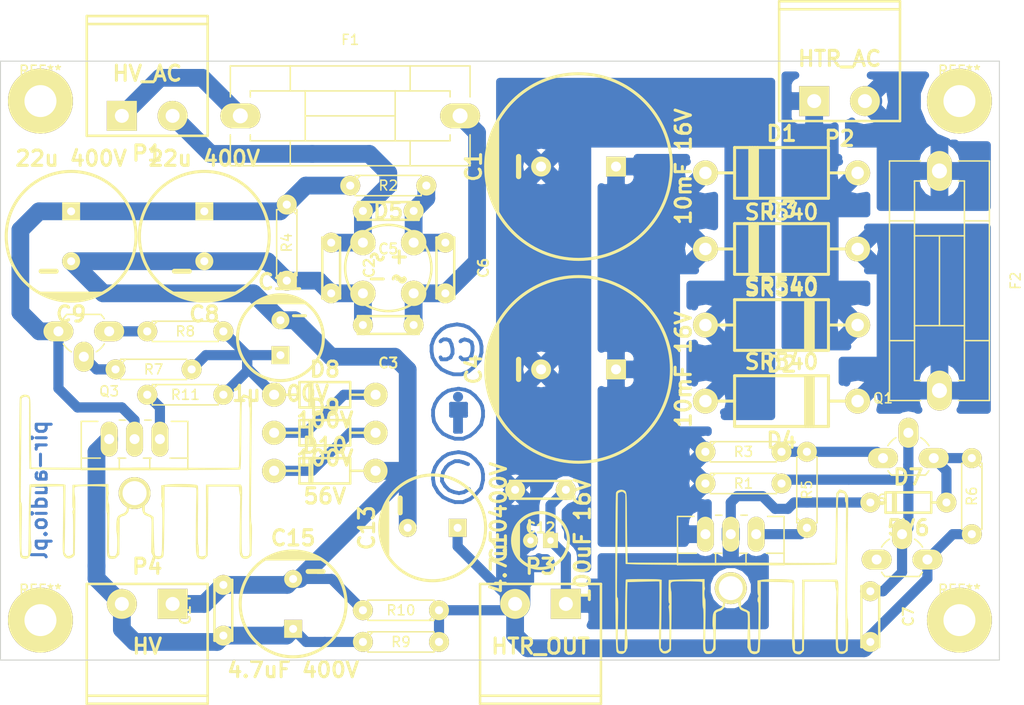
<source format=kicad_pcb>
(kicad_pcb (version 4) (host pcbnew "(2014-08-05 BZR 5054)-product")

  (general
    (links 75)
    (no_connects 0)
    (area 44.617599 18.073019 148.399762 90.301981)
    (thickness 1.6)
    (drawings 5)
    (tracks 143)
    (zones 0)
    (modules 55)
    (nets 24)
  )

  (page A4)
  (title_block
    (title "Quiet Power Supply")
    (date "nie, 11 wrz 2016,")
    (rev 1.0)
    (company pir-audio.pl)
    (comment 1 https://creativecommons.org/licenses/by-sa/4.0/)
    (comment 2 "licensed under CC BY SA 4.0 International")
    (comment 3 "(C) PIR Engineering Łukasz Juszkiewicz")
  )

  (layers
    (0 F.Cu signal)
    (31 B.Cu signal)
    (32 B.Adhes user)
    (33 F.Adhes user)
    (34 B.Paste user)
    (35 F.Paste user)
    (36 B.SilkS user)
    (37 F.SilkS user)
    (38 B.Mask user)
    (39 F.Mask user)
    (40 Dwgs.User user)
    (41 Cmts.User user)
    (42 Eco1.User user)
    (43 Eco2.User user)
    (44 Edge.Cuts user)
    (45 Margin user)
    (46 B.CrtYd user)
    (47 F.CrtYd user hide)
    (48 B.Fab user)
    (49 F.Fab user)
  )

  (setup
    (last_trace_width 0.254)
    (user_trace_width 1.016)
    (user_trace_width 1.778)
    (user_trace_width 2.54)
    (user_trace_width 3.048)
    (trace_clearance 0.254)
    (zone_clearance 0.4064)
    (zone_45_only no)
    (trace_min 0.254)
    (segment_width 0.2)
    (edge_width 0.1)
    (via_size 0.889)
    (via_drill 0.635)
    (via_min_size 0.889)
    (via_min_drill 0.508)
    (uvia_size 0.508)
    (uvia_drill 0.127)
    (uvias_allowed no)
    (uvia_min_size 0.508)
    (uvia_min_drill 0.127)
    (pcb_text_width 0.3)
    (pcb_text_size 1.5 1.5)
    (mod_edge_width 0.15)
    (mod_text_size 1 1)
    (mod_text_width 0.15)
    (pad_size 2.4 2.4)
    (pad_drill 1.00076)
    (pad_to_mask_clearance 0)
    (aux_axis_origin 0 0)
    (visible_elements FFFEFF7F)
    (pcbplotparams
      (layerselection 0x00020_00000000)
      (usegerberextensions false)
      (excludeedgelayer false)
      (linewidth 0.100000)
      (plotframeref false)
      (viasonmask false)
      (mode 1)
      (useauxorigin false)
      (hpglpennumber 1)
      (hpglpenspeed 20)
      (hpglpendiameter 15)
      (hpglpenoverlay 2)
      (psnegative false)
      (psa4output false)
      (plotreference false)
      (plotvalue true)
      (plotinvisibletext false)
      (padsonsilk false)
      (subtractmaskfromsilk false)
      (outputformat 4)
      (mirror false)
      (drillshape 2)
      (scaleselection 1)
      (outputdirectory ""))
  )

  (net 0 "")
  (net 1 "Net-(C1-Pad1)")
  (net 2 "Net-(C1-Pad2)")
  (net 3 "Net-(C2-Pad1)")
  (net 4 GND)
  (net 5 "Net-(C3-Pad1)")
  (net 6 "Net-(C5-Pad1)")
  (net 7 "Net-(C7-Pad1)")
  (net 8 "Net-(C8-Pad1)")
  (net 9 "Net-(C10-Pad1)")
  (net 10 "Net-(C11-Pad1)")
  (net 11 HT)
  (net 12 "Net-(D1-Pad1)")
  (net 13 "Net-(D3-Pad1)")
  (net 14 "Net-(D7-Pad1)")
  (net 15 "Net-(D8-Pad1)")
  (net 16 "Net-(D10-Pad2)")
  (net 17 "Net-(F1-Pad1)")
  (net 18 "Net-(F2-Pad1)")
  (net 19 "Net-(Q1-Pad1)")
  (net 20 "Net-(Q2-PadG)")
  (net 21 "Net-(Q3-PadG)")
  (net 22 "Net-(Q3-PadS)")
  (net 23 "Net-(Q4-PadG)")

  (net_class Default "To jest domyślna klasa połączeń."
    (clearance 0.254)
    (trace_width 0.254)
    (via_dia 0.889)
    (via_drill 0.635)
    (uvia_dia 0.508)
    (uvia_drill 0.127)
    (add_net GND)
    (add_net "Net-(C1-Pad1)")
    (add_net "Net-(C1-Pad2)")
    (add_net "Net-(C10-Pad1)")
    (add_net "Net-(C7-Pad1)")
    (add_net "Net-(D1-Pad1)")
    (add_net "Net-(D3-Pad1)")
    (add_net "Net-(D7-Pad1)")
    (add_net "Net-(F2-Pad1)")
    (add_net "Net-(Q1-Pad1)")
    (add_net "Net-(Q2-PadG)")
    (add_net "Net-(Q4-PadG)")
  )

  (net_class HV ""
    (clearance 0.8)
    (trace_width 0.254)
    (via_dia 0.889)
    (via_drill 0.635)
    (uvia_dia 0.508)
    (uvia_drill 0.127)
    (add_net HT)
    (add_net "Net-(C11-Pad1)")
    (add_net "Net-(C2-Pad1)")
    (add_net "Net-(C3-Pad1)")
    (add_net "Net-(C5-Pad1)")
    (add_net "Net-(C8-Pad1)")
    (add_net "Net-(D10-Pad2)")
    (add_net "Net-(D8-Pad1)")
    (add_net "Net-(F1-Pad1)")
    (add_net "Net-(Q3-PadG)")
    (add_net "Net-(Q3-PadS)")
  )

  (module HS-123 (layer F.Cu) (tedit 5502F252) (tstamp 5506DE78)
    (at 58.42 66.675 180)
    (fp_text reference G*** (at 0 0 180) (layer F.SilkS) hide
      (effects (font (thickness 0.3)))
    )
    (fp_text value LOGO (at 0.75 0 180) (layer F.SilkS) hide
      (effects (font (thickness 0.3)))
    )
    (fp_poly (pts (xy 11.53028 -0.071358) (xy 11.529729 0.740026) (xy 11.528273 1.545499) (xy 11.525972 2.337373)
      (xy 11.522881 3.107955) (xy 11.519058 3.84956) (xy 11.514561 4.554494) (xy 11.509445 5.21507)
      (xy 11.503768 5.823597) (xy 11.497589 6.372387) (xy 11.490963 6.853749) (xy 11.483948 7.259994)
      (xy 11.476601 7.583433) (xy 11.468979 7.816375) (xy 11.461139 7.95113) (xy 11.45662 7.980996)
      (xy 11.419367 8.029351) (xy 11.419367 -1.725997) (xy 11.41913 -1.960899) (xy 11.417689 -2.144603)
      (xy 11.41501 -2.28367) (xy 11.411057 -2.384658) (xy 11.405797 -2.454127) (xy 11.399194 -2.498636)
      (xy 11.391214 -2.524745) (xy 11.38182 -2.539014) (xy 11.37098 -2.548001) (xy 11.358657 -2.558266)
      (xy 11.353724 -2.563691) (xy 11.33727 -2.607194) (xy 11.324469 -2.698956) (xy 11.315232 -2.847032)
      (xy 11.309477 -3.059478) (xy 11.307117 -3.34435) (xy 11.308069 -3.709704) (xy 11.312247 -4.163595)
      (xy 11.319565 -4.714078) (xy 11.326385 -5.153472) (xy 11.336632 -5.778835) (xy 11.344485 -6.302901)
      (xy 11.348616 -6.734603) (xy 11.347701 -7.082877) (xy 11.340413 -7.356653) (xy 11.325425 -7.564869)
      (xy 11.301411 -7.716455) (xy 11.267044 -7.820346) (xy 11.221 -7.885478) (xy 11.16195 -7.920781)
      (xy 11.08857 -7.935191) (xy 10.999532 -7.937641) (xy 10.913143 -7.936992) (xy 10.746601 -7.93056)
      (xy 10.659128 -7.902778) (xy 10.619896 -7.840919) (xy 10.612741 -7.812977) (xy 10.607502 -7.737116)
      (xy 10.60168 -7.560814) (xy 10.595427 -7.293861) (xy 10.588898 -6.946049) (xy 10.582247 -6.527169)
      (xy 10.575627 -6.047014) (xy 10.569192 -5.515374) (xy 10.563096 -4.942042) (xy 10.557492 -4.336808)
      (xy 10.55673 -4.247) (xy 10.550912 -3.640632) (xy 10.54399 -3.066828) (xy 10.536171 -2.535098)
      (xy 10.527664 -2.054949) (xy 10.518675 -1.635893) (xy 10.509413 -1.287438) (xy 10.500084 -1.019094)
      (xy 10.490895 -0.84037) (xy 10.482055 -0.760776) (xy 10.480621 -0.757806) (xy 10.415887 -0.746295)
      (xy 10.257574 -0.736569) (xy 10.022321 -0.728656) (xy 9.726769 -0.722583) (xy 9.387561 -0.718375)
      (xy 9.021338 -0.71606) (xy 8.644741 -0.715664) (xy 8.274411 -0.717215) (xy 7.926989 -0.720737)
      (xy 7.619117 -0.726259) (xy 7.367437 -0.733806) (xy 7.188588 -0.743406) (xy 7.109964 -0.752413)
      (xy 6.942942 -0.785817) (xy 6.973082 -3.824004) (xy 6.979212 -4.406695) (xy 6.985776 -4.967331)
      (xy 6.992593 -5.494152) (xy 6.999481 -5.975402) (xy 7.006256 -6.399323) (xy 7.012736 -6.754159)
      (xy 7.018739 -7.02815) (xy 7.024082 -7.20954) (xy 7.026447 -7.261797) (xy 7.034427 -7.476311)
      (xy 7.025744 -7.600859) (xy 6.997836 -7.654807) (xy 6.973544 -7.661402) (xy 6.907361 -7.70832)
      (xy 6.879804 -7.785418) (xy 6.818549 -7.882404) (xy 6.690694 -7.928994) (xy 6.528193 -7.924185)
      (xy 6.362994 -7.866976) (xy 6.272882 -7.804442) (xy 6.124518 -7.672213) (xy 6.117399 -5.751457)
      (xy 6.117085 -5.200866) (xy 6.120339 -4.720051) (xy 6.126974 -4.316911) (xy 6.136803 -3.999343)
      (xy 6.149638 -3.775245) (xy 6.165292 -3.652512) (xy 6.167336 -3.645021) (xy 6.19576 -3.474445)
      (xy 6.152831 -3.321716) (xy 6.141759 -3.299543) (xy 6.09193 -3.185034) (xy 6.101804 -3.129295)
      (xy 6.134444 -3.110843) (xy 6.16032 -3.081531) (xy 6.179171 -3.007837) (xy 6.191679 -2.87703)
      (xy 6.198526 -2.67638) (xy 6.200396 -2.393156) (xy 6.19797 -2.014626) (xy 6.197187 -1.940576)
      (xy 6.184613 -0.799211) (xy 5.200569 -0.764752) (xy 4.80468 -0.752207) (xy 4.373861 -0.740749)
      (xy 3.950097 -0.731361) (xy 3.575374 -0.725023) (xy 3.43237 -0.723413) (xy 2.648214 -0.716534)
      (xy 2.653615 -1.088581) (xy 2.650892 -1.292758) (xy 2.638483 -1.461369) (xy 2.620536 -1.552777)
      (xy 2.611581 -1.676665) (xy 2.632877 -1.74569) (xy 2.659299 -1.860444) (xy 2.669483 -2.040909)
      (xy 2.665088 -2.250139) (xy 2.647775 -2.451187) (xy 2.619205 -2.607109) (xy 2.591238 -2.67239)
      (xy 2.575923 -2.728611) (xy 2.564432 -2.859321) (xy 2.556716 -3.069914) (xy 2.552729 -3.365785)
      (xy 2.552423 -3.75233) (xy 2.55575 -4.234942) (xy 2.562663 -4.819018) (xy 2.568683 -5.23148)
      (xy 2.578406 -5.847626) (xy 2.585943 -6.362588) (xy 2.589864 -6.785416) (xy 2.588739 -7.125159)
      (xy 2.581136 -7.390864) (xy 2.565626 -7.591584) (xy 2.540779 -7.736366) (xy 2.505163 -7.83426)
      (xy 2.45735 -7.894315) (xy 2.395908 -7.925581) (xy 2.319407 -7.937107) (xy 2.226417 -7.937941)
      (xy 2.141059 -7.936992) (xy 1.967856 -7.926685) (xy 1.886182 -7.89241) (xy 1.874012 -7.858252)
      (xy 1.837718 -7.756301) (xy 1.793307 -7.698808) (xy 1.761921 -7.644607) (xy 1.738691 -7.543972)
      (xy 1.722304 -7.382139) (xy 1.711444 -7.144351) (xy 1.704796 -6.815845) (xy 1.703341 -6.688967)
      (xy 1.703474 -6.32205) (xy 1.711184 -6.013737) (xy 1.72574 -5.779655) (xy 1.746412 -5.635428)
      (xy 1.753613 -5.612227) (xy 1.778221 -5.490082) (xy 1.79363 -5.28285) (xy 1.798503 -5.015398)
      (xy 1.795651 -4.830418) (xy 1.778837 -4.479334) (xy 1.744789 -4.219681) (xy 1.684742 -4.032981)
      (xy 1.589934 -3.900756) (xy 1.451602 -3.804528) (xy 1.273986 -3.730359) (xy 1.029085 -3.625792)
      (xy 0.872315 -3.505584) (xy 0.781802 -3.346983) (xy 0.742443 -3.1775) (xy 0.753329 -2.89264)
      (xy 0.871024 -2.625184) (xy 0.972664 -2.496842) (xy 1.020379 -2.412006) (xy 1.084619 -2.255223)
      (xy 1.151246 -2.061144) (xy 1.227751 -1.735666) (xy 1.229546 -1.449563) (xy 1.153142 -1.16119)
      (xy 1.058156 -0.949338) (xy 0.964512 -0.782773) (xy 0.926368 -0.738933) (xy 0.926368 -1.560681)
      (xy 0.887297 -1.875769) (xy 0.8049 -2.091173) (xy 0.712527 -2.267436) (xy 0.62982 -2.425192)
      (xy 0.543305 -2.538332) (xy 0.449969 -2.59019) (xy 0.443207 -2.590546) (xy 0.324242 -2.615369)
      (xy 0.185433 -2.672829) (xy 0.020707 -2.719254) (xy -0.172002 -2.721011) (xy -0.341815 -2.680989)
      (xy -0.410629 -2.638979) (xy -0.507923 -2.596196) (xy -0.558802 -2.590546) (xy -0.696433 -2.541055)
      (xy -0.84097 -2.409866) (xy -0.975471 -2.222905) (xy -1.082989 -2.006098) (xy -1.146579 -1.785371)
      (xy -1.156676 -1.675788) (xy -1.126628 -1.52721) (xy -1.048854 -1.338611) (xy -0.944266 -1.15623)
      (xy -0.887599 -1.080814) (xy -0.807133 -1.017144) (xy -0.663771 -0.927989) (xy -0.489695 -0.830678)
      (xy -0.317081 -0.742535) (xy -0.178109 -0.680885) (xy -0.110236 -0.662262) (xy -0.046113 -0.679317)
      (xy 0.084315 -0.721581) (xy 0.1567 -0.74639) (xy 0.446419 -0.85727) (xy 0.647196 -0.961827)
      (xy 0.778463 -1.073882) (xy 0.859659 -1.207253) (xy 0.879433 -1.260278) (xy 0.926368 -1.560681)
      (xy 0.926368 -0.738933) (xy 0.863979 -0.667227) (xy 0.7217 -0.570243) (xy 0.563263 -0.488523)
      (xy 0.366361 -0.398053) (xy 0.217313 -0.351701) (xy 0.067335 -0.340547) (xy -0.132358 -0.355671)
      (xy -0.151943 -0.357749) (xy -0.396332 -0.390015) (xy -0.576896 -0.43358) (xy -0.740018 -0.502325)
      (xy -0.866473 -0.571594) (xy -0.974254 -0.65478) (xy -1.088504 -0.771867) (xy -1.178249 -0.887672)
      (xy -1.212596 -0.964751) (xy -1.24076 -1.032509) (xy -1.308857 -1.144135) (xy -1.312133 -1.148969)
      (xy -1.3805 -1.276697) (xy -1.404939 -1.37795) (xy -1.422188 -1.499435) (xy -1.441193 -1.549713)
      (xy -1.448809 -1.661501) (xy -1.412524 -1.834983) (xy -1.345088 -2.037607) (xy -1.259257 -2.236818)
      (xy -1.167779 -2.400064) (xy -1.083408 -2.494793) (xy -1.067784 -2.502936) (xy -1.028513 -2.550395)
      (xy -1.004697 -2.666849) (xy -0.993981 -2.868424) (xy -0.992807 -3.015981) (xy -0.993489 -3.499993)
      (xy -1.184946 -3.624009) (xy -1.318288 -3.702129) (xy -1.416446 -3.745132) (xy -1.433068 -3.748024)
      (xy -1.511779 -3.776035) (xy -1.638435 -3.845855) (xy -1.679858 -3.87204) (xy -1.869984 -3.996055)
      (xy -1.896783 -5.401564) (xy -1.909624 -6.008151) (xy -1.923358 -6.512868) (xy -1.938574 -6.924083)
      (xy -1.955857 -7.250163) (xy -1.975796 -7.499474) (xy -1.998978 -7.680383) (xy -2.025989 -7.801257)
      (xy -2.057418 -7.870462) (xy -2.071138 -7.885371) (xy -2.17553 -7.929498) (xy -2.332978 -7.955092)
      (xy -2.369459 -7.956888) (xy -2.462283 -7.959849) (xy -2.53947 -7.957232) (xy -2.602583 -7.939742)
      (xy -2.653188 -7.898086) (xy -2.692848 -7.822969) (xy -2.723131 -7.7051) (xy -2.745599 -7.535183)
      (xy -2.761818 -7.303924) (xy -2.773352 -7.002031) (xy -2.781767 -6.620209) (xy -2.788627 -6.149165)
      (xy -2.795497 -5.579604) (xy -2.797471 -5.414803) (xy -2.804097 -4.794123) (xy -2.807606 -4.277364)
      (xy -2.807911 -3.858256) (xy -2.804923 -3.530523) (xy -2.798552 -3.287894) (xy -2.788711 -3.124096)
      (xy -2.77531 -3.032857) (xy -2.763432 -3.008586) (xy -2.717523 -2.925108) (xy -2.702783 -2.780526)
      (xy -2.718801 -2.619357) (xy -2.765165 -2.486112) (xy -2.768299 -2.480938) (xy -2.808253 -2.38023)
      (xy -2.768299 -2.305308) (xy -2.735294 -2.219792) (xy -2.713488 -2.037402) (xy -2.702438 -1.753123)
      (xy -2.700782 -1.542979) (xy -2.700782 -0.848166) (xy -3.183064 -0.777577) (xy -3.414925 -0.752687)
      (xy -3.710005 -0.734704) (xy -4.050437 -0.72334) (xy -4.418355 -0.71831) (xy -4.795892 -0.719329)
      (xy -5.16518 -0.72611) (xy -5.508352 -0.738368) (xy -5.807542 -0.755816) (xy -6.044882 -0.77817)
      (xy -6.202505 -0.805142) (xy -6.255991 -0.82674) (xy -6.278037 -0.849739) (xy -6.296367 -0.884939)
      (xy -6.311181 -0.941412) (xy -6.322679 -1.028229) (xy -6.331064 -1.154459) (xy -6.336533 -1.329174)
      (xy -6.339289 -1.561444) (xy -6.339532 -1.860339) (xy -6.337462 -2.23493) (xy -6.333279 -2.694288)
      (xy -6.327185 -3.247483) (xy -6.321012 -3.768323) (xy -6.313246 -4.493643) (xy -6.308746 -5.111827)
      (xy -6.307539 -5.625924) (xy -6.309649 -6.038985) (xy -6.315101 -6.354061) (xy -6.323919 -6.574204)
      (xy -6.33613 -6.702464) (xy -6.345223 -6.736826) (xy -6.370704 -6.838982) (xy -6.389305 -7.019657)
      (xy -6.39831 -7.247215) (xy -6.398498 -7.357332) (xy -6.393135 -7.868271) (xy -6.552497 -7.934281)
      (xy -6.696625 -7.971566) (xy -6.85654 -7.954643) (xy -6.9386 -7.932358) (xy -7.16534 -7.864425)
      (xy -7.178134 -6.316066) (xy -7.181104 -5.864369) (xy -7.18335 -5.331323) (xy -7.18483 -4.745809)
      (xy -7.185497 -4.136711) (xy -7.185308 -3.532914) (xy -7.184219 -2.963301) (xy -7.183588 -2.76968)
      (xy -7.17625 -0.771652) (xy -8.897698 -0.771652) (xy -10.619147 -0.771652) (xy -10.689035 -0.90224)
      (xy -10.712122 -0.97391) (xy -10.728108 -1.09683) (xy -10.737306 -1.282772) (xy -10.74003 -1.543508)
      (xy -10.736595 -1.890812) (xy -10.727334 -2.335776) (xy -10.715055 -2.904071) (xy -10.705283 -3.48457)
      (xy -10.697983 -4.066577) (xy -10.693121 -4.639392) (xy -10.690661 -5.192318) (xy -10.69057 -5.714657)
      (xy -10.692812 -6.19571) (xy -10.697354 -6.62478) (xy -10.704161 -6.991168) (xy -10.713196 -7.284176)
      (xy -10.724428 -7.493107) (xy -10.73782 -7.607262) (xy -10.744437 -7.624759) (xy -10.792534 -7.724444)
      (xy -10.803128 -7.803795) (xy -10.850589 -7.908807) (xy -10.98969 -7.959003) (xy -11.215515 -7.952746)
      (xy -11.240411 -7.949287) (xy -11.352846 -7.921921) (xy -11.437368 -7.868304) (xy -11.497063 -7.775049)
      (xy -11.535018 -7.62877) (xy -11.554318 -7.416081) (xy -11.558053 -7.123595) (xy -11.549306 -6.737928)
      (xy -11.545551 -6.625955) (xy -11.532772 -6.171082) (xy -11.522449 -5.612887) (xy -11.514587 -4.95826)
      (xy -11.509188 -4.214087) (xy -11.506256 -3.387256) (xy -11.505792 -2.484655) (xy -11.507799 -1.513172)
      (xy -11.512281 -0.479695) (xy -11.519241 0.608889) (xy -11.528679 1.745693) (xy -11.540601 2.923828)
      (xy -11.54164 3.017711) (xy -11.550275 3.839683) (xy -11.556644 4.555817) (xy -11.560728 5.170487)
      (xy -11.56251 5.688066) (xy -11.561972 6.11293) (xy -11.559095 6.449452) (xy -11.553861 6.702007)
      (xy -11.546254 6.874968) (xy -11.536254 6.972712) (xy -11.525273 6.999986) (xy -11.490638 7.053091)
      (xy -11.469647 7.205683) (xy -11.463701 7.399592) (xy -11.457033 7.607065) (xy -11.440293 7.775868)
      (xy -11.417008 7.871331) (xy -11.4154 7.874096) (xy -11.335348 7.925213) (xy -11.18909 7.966421)
      (xy -11.117934 7.977176) (xy -11.035585 7.987235) (xy -10.964686 7.992428) (xy -10.904305 7.98516)
      (xy -10.853509 7.95784) (xy -10.811367 7.902873) (xy -10.776946 7.812668) (xy -10.749314 7.679631)
      (xy -10.72754 7.496169) (xy -10.710691 7.25469) (xy -10.697834 6.947601) (xy -10.688039 6.567308)
      (xy -10.680373 6.106219) (xy -10.673903 5.556741) (xy -10.667698 4.91128) (xy -10.661746 4.261046)
      (xy -10.65419 3.539551) (xy -10.645638 2.890796) (xy -10.636214 2.319872) (xy -10.626045 1.831872)
      (xy -10.615257 1.431888) (xy -10.603977 1.125009) (xy -10.592329 0.916329) (xy -10.58044 0.810938)
      (xy -10.576075 0.799211) (xy -10.51452 0.79182) (xy -10.349377 0.785025) (xy -10.087289 0.778819)
      (xy -9.734901 0.773195) (xy -9.298858 0.768145) (xy -8.785806 0.763665) (xy -8.202388 0.759744)
      (xy -7.55525 0.756379) (xy -6.851037 0.75356) (xy -6.096394 0.751281) (xy -5.297964 0.749536)
      (xy -4.462395 0.748317) (xy -3.59633 0.747617) (xy -2.706413 0.747429) (xy -1.799292 0.747747)
      (xy -0.881608 0.748563) (xy 0.039991 0.749871) (xy 0.958861 0.751662) (xy 1.868358 0.753932)
      (xy 2.761837 0.756672) (xy 3.632652 0.759875) (xy 4.474159 0.763534) (xy 5.279712 0.767644)
      (xy 6.042668 0.772196) (xy 6.756381 0.777183) (xy 7.414206 0.7826) (xy 8.009498 0.788437)
      (xy 8.535613 0.79469) (xy 8.985905 0.80135) (xy 9.35373 0.808411) (xy 9.632443 0.815866)
      (xy 9.754348 0.820535) (xy 10.496903 0.854329) (xy 10.514527 1.984248) (xy 10.51835 2.295199)
      (xy 10.521681 2.696683) (xy 10.524447 3.168998) (xy 10.526568 3.692441) (xy 10.52797 4.247311)
      (xy 10.528575 4.813904) (xy 10.528305 5.37252) (xy 10.528144 5.478878) (xy 10.524137 7.84359)
      (xy 10.645681 7.972968) (xy 10.77358 8.072656) (xy 10.916939 8.095586) (xy 11.107413 8.044988)
      (xy 11.156817 8.025133) (xy 11.28332 7.956085) (xy 11.33343 7.865392) (xy 11.339836 7.763323)
      (xy 11.340068 7.681369) (xy 11.34126 7.497506) (xy 11.343342 7.220055) (xy 11.346242 6.857339)
      (xy 11.349891 6.41768) (xy 11.354216 5.909399) (xy 11.359149 5.34082) (xy 11.364617 4.720262)
      (xy 11.370551 4.056049) (xy 11.376879 3.356503) (xy 11.38212 2.783459) (xy 11.390256 1.902837)
      (xy 11.397468 1.12589) (xy 11.403721 0.446055) (xy 11.408978 -0.143226) (xy 11.413206 -0.648512)
      (xy 11.416371 -1.076363) (xy 11.418436 -1.433338) (xy 11.419367 -1.725997) (xy 11.419367 8.029351)
      (xy 11.354498 8.113555) (xy 11.181708 8.202748) (xy 10.97352 8.235681) (xy 10.814892 8.215576)
      (xy 10.718636 8.187779) (xy 10.640713 8.154308) (xy 10.579106 8.104063) (xy 10.531799 8.025945)
      (xy 10.496778 7.908857) (xy 10.472026 7.741699) (xy 10.455527 7.513373) (xy 10.445266 7.21278)
      (xy 10.439226 6.828822) (xy 10.435394 6.3504) (xy 10.433955 6.118098) (xy 10.429819 5.571434)
      (xy 10.423821 4.959615) (xy 10.416402 4.318533) (xy 10.408005 3.684084) (xy 10.399071 3.092158)
      (xy 10.391057 2.631884) (xy 10.359065 0.937006) (xy 7.315355 0.924531) (xy 6.140893 0.919978)
      (xy 5.075092 0.916398) (xy 4.11638 0.913792) (xy 3.263188 0.91216) (xy 2.513941 0.911503)
      (xy 1.867072 0.911821) (xy 1.321007 0.913117) (xy 0.874176 0.91539) (xy 0.525007 0.918641)
      (xy 0.271931 0.922871) (xy 0.113376 0.928082) (xy 0.110236 0.928244) (xy 0.002918 0.930629)
      (xy -0.206171 0.932171) (xy -0.50857 0.932899) (xy -0.895816 0.932836) (xy -1.359449 0.932007)
      (xy -1.891005 0.930438) (xy -2.482025 0.928153) (xy -3.124047 0.925179) (xy -3.808608 0.921539)
      (xy -4.527248 0.917259) (xy -5.271504 0.912363) (xy -5.291328 0.912227) (xy -6.287326 0.905971)
      (xy -7.17706 0.901684) (xy -7.960069 0.899365) (xy -8.635889 0.899011) (xy -9.204059 0.900621)
      (xy -9.664115 0.904193) (xy -10.015596 0.909725) (xy -10.258039 0.917215) (xy -10.390981 0.926662)
      (xy -10.417302 0.932721) (xy -10.447269 0.970334) (xy -10.469801 1.047078) (xy -10.486106 1.177218)
      (xy -10.49739 1.375022) (xy -10.504863 1.654757) (xy -10.509666 2.023539) (xy -10.512616 2.308988)
      (xy -10.516943 2.686172) (xy -10.522414 3.136603) (xy -10.528792 3.641794) (xy -10.535843 4.183254)
      (xy -10.543333 4.742495) (xy -10.551027 5.30103) (xy -10.553493 5.476524) (xy -10.587633 7.894)
      (xy -10.736719 8.080848) (xy -10.833234 8.193427) (xy -10.900505 8.256638) (xy -10.913364 8.261959)
      (xy -10.977708 8.243828) (xy -11.111416 8.203906) (xy -11.20553 8.175291) (xy -11.382674 8.10665)
      (xy -11.491207 8.016782) (xy -11.563797 7.89166) (xy -11.632528 7.759298) (xy -11.688626 7.678712)
      (xy -11.699446 7.670371) (xy -11.709084 7.612726) (xy -11.716179 7.458504) (xy -11.720611 7.221338)
      (xy -11.722258 6.914859) (xy -11.721001 6.5527) (xy -11.716718 6.148493) (xy -11.714315 5.989272)
      (xy -11.705851 5.437187) (xy -11.697035 4.801191) (xy -11.688031 4.097632) (xy -11.679003 3.342858)
      (xy -11.670116 2.553213) (xy -11.661534 1.745045) (xy -11.65342 0.9347) (xy -11.645941 0.138526)
      (xy -11.639258 -0.627132) (xy -11.633538 -1.345926) (xy -11.628944 -2.001511) (xy -11.625641 -2.577538)
      (xy -11.623936 -3.003931) (xy -11.624622 -3.530751) (xy -11.630139 -3.952273) (xy -11.640666 -4.273338)
      (xy -11.656382 -4.498786) (xy -11.677466 -4.633457) (xy -11.685097 -4.657471) (xy -11.705798 -4.746554)
      (xy -11.720019 -4.898781) (xy -11.727932 -5.123529) (xy -11.729705 -5.430179) (xy -11.725509 -5.828107)
      (xy -11.715515 -6.326693) (xy -11.715438 -6.330034) (xy -11.68034 -7.837242) (xy -11.50504 -7.997353)
      (xy -11.340819 -8.113819) (xy -11.16349 -8.154563) (xy -11.107773 -8.155711) (xy -10.914086 -8.133532)
      (xy -10.774831 -8.055472) (xy -10.654572 -7.898733) (xy -10.622849 -7.84373) (xy -10.60106 -7.798663)
      (xy -10.582994 -7.742544) (xy -10.568446 -7.665949) (xy -10.557216 -7.559455) (xy -10.549103 -7.41364)
      (xy -10.543906 -7.21908) (xy -10.541421 -6.966351) (xy -10.541449 -6.646031) (xy -10.543787 -6.248696)
      (xy -10.548234 -5.764924) (xy -10.554589 -5.185291) (xy -10.558615 -4.83994) (xy -10.565357 -4.292634)
      (xy -10.572226 -3.779632) (xy -10.579045 -3.311308) (xy -10.585636 -2.898038) (xy -10.591823 -2.550197)
      (xy -10.597428 -2.278161) (xy -10.602275 -2.092304) (xy -10.606184 -2.003003) (xy -10.607202 -1.996519)
      (xy -10.605416 -1.93875) (xy -10.582986 -1.811376) (xy -10.569325 -1.748488) (xy -10.531195 -1.546089)
      (xy -10.498283 -1.313204) (xy -10.489503 -1.231197) (xy -10.462777 -0.94665) (xy -10.15067 -0.928049)
      (xy -10.002924 -0.922554) (xy -9.766169 -0.917703) (xy -9.461635 -0.91375) (xy -9.110546 -0.91095)
      (xy -8.734133 -0.909556) (xy -8.598408 -0.909447) (xy -7.358253 -0.909447) (xy -7.345289 -2.948813)
      (xy -7.341533 -3.494051) (xy -7.337015 -4.075409) (xy -7.331977 -4.66624) (xy -7.326661 -5.239897)
      (xy -7.321308 -5.769733) (xy -7.316161 -6.229101) (xy -7.313777 -6.421247) (xy -7.295229 -7.854315)
      (xy -7.119697 -8.039655) (xy -7.001099 -8.153223) (xy -6.901225 -8.199883) (xy -6.768879 -8.197954)
      (xy -6.702833 -8.188803) (xy -6.535825 -8.145775) (xy -6.408953 -8.081737) (xy -6.383883 -8.058583)
      (xy -6.328544 -7.985064) (xy -6.282877 -7.903887) (xy -6.246033 -7.804398) (xy -6.217163 -7.675941)
      (xy -6.195419 -7.507859) (xy -6.179952 -7.289499) (xy -6.169914 -7.010204) (xy -6.164457 -6.659318)
      (xy -6.162731 -6.226187) (xy -6.163888 -5.700155) (xy -6.165701 -5.318887) (xy -6.169116 -4.786092)
      (xy -6.173643 -4.244927) (xy -6.179042 -3.715262) (xy -6.185074 -3.216966) (xy -6.191497 -2.76991)
      (xy -6.198073 -2.393963) (xy -6.204365 -2.11624) (xy -6.212988 -1.755077) (xy -6.215947 -1.488428)
      (xy -6.212363 -1.300675) (xy -6.201352 -1.1762) (xy -6.182036 -1.099384) (xy -6.153531 -1.05461)
      (xy -6.143972 -1.045844) (xy -6.087454 -1.022496) (xy -5.972883 -1.00301) (xy -5.790657 -0.986811)
      (xy -5.53118 -0.973323) (xy -5.184851 -0.96197) (xy -4.742071 -0.952178) (xy -4.516513 -0.948252)
      (xy -2.976372 -0.92313) (xy -2.97495 -1.853295) (xy -2.973881 -2.107887) (xy -2.971406 -2.45594)
      (xy -2.967695 -2.88069) (xy -2.962916 -3.365372) (xy -2.957242 -3.893222) (xy -2.950841 -4.447476)
      (xy -2.943883 -5.01137) (xy -2.939604 -5.340455) (xy -2.931478 -5.938781) (xy -2.924052 -6.436604)
      (xy -2.916815 -6.843647) (xy -2.909252 -7.169638) (xy -2.900848 -7.424301) (xy -2.891089 -7.617361)
      (xy -2.879462 -7.758545) (xy -2.865453 -7.857577) (xy -2.848547 -7.924182) (xy -2.828231 -7.968087)
      (xy -2.803992 -7.999017) (xy -2.798829 -8.0043) (xy -2.589981 -8.146305) (xy -2.352846 -8.181941)
      (xy -2.17427 -8.145564) (xy -2.031883 -8.082166) (xy -1.929835 -7.983314) (xy -1.833961 -7.814993)
      (xy -1.826343 -7.799197) (xy -1.694377 -7.523607) (xy -1.723394 -5.826983) (xy -1.732058 -5.336133)
      (xy -1.737859 -4.943538) (xy -1.738421 -4.637221) (xy -1.73137 -4.405202) (xy -1.714331 -4.235502)
      (xy -1.684927 -4.116141) (xy -1.640785 -4.035143) (xy -1.579528 -3.980526) (xy -1.498782 -3.940313)
      (xy -1.39617 -3.902524) (xy -1.337618 -3.881421) (xy -1.165958 -3.810038) (xy -1.028426 -3.738857)
      (xy -0.986803 -3.710236) (xy -0.906783 -3.59601) (xy -0.834543 -3.415956) (xy -0.784983 -3.214253)
      (xy -0.771652 -3.072331) (xy -0.739766 -2.947002) (xy -0.640576 -2.899506) (xy -0.46878 -2.928695)
      (xy -0.338032 -2.978477) (xy -0.07778 -3.090434) (xy 0.185598 -2.973929) (xy 0.387544 -2.897789)
      (xy 0.514149 -2.891393) (xy 0.581383 -2.96273) (xy 0.605221 -3.119787) (xy 0.606298 -3.184344)
      (xy 0.619571 -3.368646) (xy 0.674523 -3.50668) (xy 0.792865 -3.654577) (xy 0.962375 -3.802674)
      (xy 1.110182 -3.8581) (xy 1.117467 -3.85826) (xy 1.262187 -3.892817) (xy 1.385623 -3.963563)
      (xy 1.515745 -4.068867) (xy 1.532666 -5.89849) (xy 1.549587 -7.728113) (xy 1.748212 -7.942789)
      (xy 1.877259 -8.070723) (xy 1.988018 -8.134345) (xy 2.130688 -8.15572) (xy 2.236637 -8.157464)
      (xy 2.411622 -8.151301) (xy 2.51646 -8.120883) (xy 2.591056 -8.048323) (xy 2.637502 -7.977758)
      (xy 2.666204 -7.9277) (xy 2.689242 -7.872404) (xy 2.707024 -7.800463) (xy 2.719955 -7.700468)
      (xy 2.728443 -7.561013) (xy 2.732893 -7.370688) (xy 2.733712 -7.118088) (xy 2.731307 -6.791803)
      (xy 2.726084 -6.380426) (xy 2.71845 -5.872549) (xy 2.716646 -5.756856) (xy 2.708625 -5.168885)
      (xy 2.704703 -4.684653) (xy 2.704969 -4.297739) (xy 2.709516 -4.00172) (xy 2.718433 -3.790171)
      (xy 2.731812 -3.656672) (xy 2.747163 -3.598995) (xy 2.770896 -3.495711) (xy 2.789792 -3.285571)
      (xy 2.803689 -2.971859) (xy 2.812426 -2.557855) (xy 2.815355 -2.216747) (xy 2.821109 -0.951166)
      (xy 3.105433 -0.917006) (xy 3.244296 -0.906941) (xy 3.472776 -0.898006) (xy 3.770257 -0.890668)
      (xy 4.116122 -0.885394) (xy 4.489755 -0.88265) (xy 4.635149 -0.882367) (xy 5.070463 -0.882353)
      (xy 5.407706 -0.886046) (xy 5.659038 -0.898483) (xy 5.836613 -0.924703) (xy 5.952592 -0.969743)
      (xy 6.019132 -1.038644) (xy 6.04839 -1.136442) (xy 6.052523 -1.268175) (xy 6.04369 -1.438882)
      (xy 6.042153 -1.465438) (xy 6.025147 -1.674056) (xy 6.001736 -1.849324) (xy 5.978 -1.949979)
      (xy 5.970527 -2.023748) (xy 5.964896 -2.197021) (xy 5.961126 -2.459085) (xy 5.959231 -2.799221)
      (xy 5.959229 -3.206715) (xy 5.961137 -3.670851) (xy 5.964974 -4.180913) (xy 5.970753 -4.726184)
      (xy 5.973278 -4.926351) (xy 6.011032 -7.799197) (xy 6.169597 -7.958288) (xy 6.353656 -8.078491)
      (xy 6.567552 -8.122821) (xy 6.773877 -8.088434) (xy 6.896527 -8.013536) (xy 6.970518 -7.944003)
      (xy 7.03029 -7.8751) (xy 7.077113 -7.795034) (xy 7.112254 -7.692014) (xy 7.136981 -7.55425)
      (xy 7.152564 -7.36995) (xy 7.160272 -7.127323) (xy 7.16137 -6.814578) (xy 7.15713 -6.419924)
      (xy 7.148818 -5.93157) (xy 7.144634 -5.70715) (xy 7.134411 -5.115841) (xy 7.125856 -4.524518)
      (xy 7.118994 -3.943594) (xy 7.113848 -3.383479) (xy 7.110443 -2.854586) (xy 7.108805 -2.367324)
      (xy 7.108957 -1.932107) (xy 7.110924 -1.559345) (xy 7.114731 -1.25945) (xy 7.120402 -1.042832)
      (xy 7.127961 -0.919905) (xy 7.133294 -0.895561) (xy 7.193212 -0.890236) (xy 7.349323 -0.888463)
      (xy 7.587647 -0.890064) (xy 7.894203 -0.894859) (xy 8.255012 -0.902669) (xy 8.656094 -0.913315)
      (xy 8.763906 -0.916485) (xy 10.367361 -0.964565) (xy 10.387471 -1.543304) (xy 10.395864 -1.833925)
      (xy 10.403264 -2.185999) (xy 10.409635 -2.586256) (xy 10.414936 -3.021422) (xy 10.419131 -3.478225)
      (xy 10.422182 -3.943393) (xy 10.424049 -4.403654) (xy 10.424695 -4.845735) (xy 10.424083 -5.256365)
      (xy 10.422173 -5.62227) (xy 10.418929 -5.93018) (xy 10.414311 -6.16682) (xy 10.408281 -6.31892)
      (xy 10.401331 -6.372914) (xy 10.381906 -6.443664) (xy 10.369112 -6.592704) (xy 10.362625 -6.79376)
      (xy 10.362116 -7.020562) (xy 10.367262 -7.246837) (xy 10.377737 -7.446313) (xy 10.393215 -7.592718)
      (xy 10.413371 -7.659782) (xy 10.417302 -7.661402) (xy 10.461733 -7.707679) (xy 10.47242 -7.77427)
      (xy 10.518142 -7.900838) (xy 10.630405 -8.029725) (xy 10.771857 -8.126403) (xy 10.886963 -8.157464)
      (xy 11.136741 -8.136873) (xy 11.300361 -8.06974) (xy 11.394958 -7.948023) (xy 11.408307 -7.912824)
      (xy 11.424333 -7.809217) (xy 11.439669 -7.601391) (xy 11.454197 -7.295363) (xy 11.467801 -6.897148)
      (xy 11.480365 -6.412764) (xy 11.491774 -5.848225) (xy 11.50191 -5.209547) (xy 11.51066 -4.502748)
      (xy 11.517907 -3.733842) (xy 11.523533 -2.908846) (xy 11.527424 -2.033777) (xy 11.528444 -1.681099)
      (xy 11.529871 -0.880963) (xy 11.53028 -0.071358) (xy 11.53028 -0.071358)) (layer F.SilkS) (width 0.0651))
    (pad 1 thru_hole circle (at 0 -1.6 180) (size 3.2 3.2) (drill 2.4) (layers *.Cu *.Mask F.SilkS))
  )

  (module Transistors_TO-220:TO-220_FET-GDS_Vertical_LargePads (layer F.Cu) (tedit 5500B86A) (tstamp 5500C065)
    (at 58.42 62.865 180)
    (descr "TO-220, FET-GDS, Vertical, Large Pads,")
    (tags "TO-220, FET-GDS, Vertical, Large Pads,")
    (path /54FF762F)
    (fp_text reference Q4 (at 0 -5.08 180) (layer F.SilkS)
      (effects (font (size 1 1) (thickness 0.15)))
    )
    (fp_text value STP4NK60ZFP (at 0 3.81 180) (layer F.Fab)
      (effects (font (size 1 1) (thickness 0.15)))
    )
    (fp_line (start 5.334 -1.905) (end 3.429 -1.905) (layer F.SilkS) (width 0.15))
    (fp_line (start 0.889 -1.905) (end 1.651 -1.905) (layer F.SilkS) (width 0.15))
    (fp_line (start -1.524 -1.905) (end -1.651 -1.905) (layer F.SilkS) (width 0.15))
    (fp_line (start -1.524 -1.905) (end -0.889 -1.905) (layer F.SilkS) (width 0.15))
    (fp_line (start -5.334 -1.905) (end -3.556 -1.905) (layer F.SilkS) (width 0.15))
    (fp_line (start -5.334 1.778) (end -3.683 1.778) (layer F.SilkS) (width 0.15))
    (fp_line (start -1.016 1.905) (end -1.651 1.905) (layer F.SilkS) (width 0.15))
    (fp_line (start 1.524 1.905) (end 0.889 1.905) (layer F.SilkS) (width 0.15))
    (fp_line (start 5.334 1.778) (end 3.683 1.778) (layer F.SilkS) (width 0.15))
    (fp_line (start -1.524 -3.048) (end -1.524 -1.905) (layer F.SilkS) (width 0.15))
    (fp_line (start 1.524 -3.048) (end 1.524 -1.905) (layer F.SilkS) (width 0.15))
    (fp_line (start 5.334 -1.905) (end 5.334 1.778) (layer F.SilkS) (width 0.15))
    (fp_line (start -5.334 1.778) (end -5.334 -1.905) (layer F.SilkS) (width 0.15))
    (fp_line (start 5.334 -3.048) (end 5.334 -1.905) (layer F.SilkS) (width 0.15))
    (fp_line (start -5.334 -1.905) (end -5.334 -3.048) (layer F.SilkS) (width 0.15))
    (fp_line (start 0 -3.048) (end -5.334 -3.048) (layer F.SilkS) (width 0.15))
    (fp_line (start 0 -3.048) (end 5.334 -3.048) (layer F.SilkS) (width 0.15))
    (pad D thru_hole oval (at 0 0 270) (size 3.50012 1.69926) (drill 1.00076) (layers *.Cu *.Mask F.SilkS)
      (net 8 "Net-(C8-Pad1)"))
    (pad G thru_hole oval (at -2.54 0 270) (size 3.50012 1.69926) (drill 1.00076) (layers *.Cu *.Mask F.SilkS)
      (net 23 "Net-(Q4-PadG)"))
    (pad S thru_hole oval (at 2.54 0 270) (size 3.50012 1.69926) (drill 1.00076) (layers *.Cu *.Mask F.SilkS)
      (net 11 HT))
    (model Transistors_TO-220.3dshapes/TO-220_FET-GDS_Vertical_LargePads.wrl
      (at (xyz 0 0 0))
      (scale (xyz 0.3937000036239624 0.3937000036239624 0.3937000036239624))
      (rotate (xyz 0 0 0))
    )
  )

  (module HS-123 (layer F.Cu) (tedit 5502F252) (tstamp 5502F30B)
    (at 118.11 76.2 180)
    (fp_text reference G*** (at 0 0 180) (layer F.SilkS) hide
      (effects (font (thickness 0.3)))
    )
    (fp_text value LOGO (at 0.75 0 180) (layer F.SilkS) hide
      (effects (font (thickness 0.3)))
    )
    (fp_poly (pts (xy 11.53028 -0.071358) (xy 11.529729 0.740026) (xy 11.528273 1.545499) (xy 11.525972 2.337373)
      (xy 11.522881 3.107955) (xy 11.519058 3.84956) (xy 11.514561 4.554494) (xy 11.509445 5.21507)
      (xy 11.503768 5.823597) (xy 11.497589 6.372387) (xy 11.490963 6.853749) (xy 11.483948 7.259994)
      (xy 11.476601 7.583433) (xy 11.468979 7.816375) (xy 11.461139 7.95113) (xy 11.45662 7.980996)
      (xy 11.419367 8.029351) (xy 11.419367 -1.725997) (xy 11.41913 -1.960899) (xy 11.417689 -2.144603)
      (xy 11.41501 -2.28367) (xy 11.411057 -2.384658) (xy 11.405797 -2.454127) (xy 11.399194 -2.498636)
      (xy 11.391214 -2.524745) (xy 11.38182 -2.539014) (xy 11.37098 -2.548001) (xy 11.358657 -2.558266)
      (xy 11.353724 -2.563691) (xy 11.33727 -2.607194) (xy 11.324469 -2.698956) (xy 11.315232 -2.847032)
      (xy 11.309477 -3.059478) (xy 11.307117 -3.34435) (xy 11.308069 -3.709704) (xy 11.312247 -4.163595)
      (xy 11.319565 -4.714078) (xy 11.326385 -5.153472) (xy 11.336632 -5.778835) (xy 11.344485 -6.302901)
      (xy 11.348616 -6.734603) (xy 11.347701 -7.082877) (xy 11.340413 -7.356653) (xy 11.325425 -7.564869)
      (xy 11.301411 -7.716455) (xy 11.267044 -7.820346) (xy 11.221 -7.885478) (xy 11.16195 -7.920781)
      (xy 11.08857 -7.935191) (xy 10.999532 -7.937641) (xy 10.913143 -7.936992) (xy 10.746601 -7.93056)
      (xy 10.659128 -7.902778) (xy 10.619896 -7.840919) (xy 10.612741 -7.812977) (xy 10.607502 -7.737116)
      (xy 10.60168 -7.560814) (xy 10.595427 -7.293861) (xy 10.588898 -6.946049) (xy 10.582247 -6.527169)
      (xy 10.575627 -6.047014) (xy 10.569192 -5.515374) (xy 10.563096 -4.942042) (xy 10.557492 -4.336808)
      (xy 10.55673 -4.247) (xy 10.550912 -3.640632) (xy 10.54399 -3.066828) (xy 10.536171 -2.535098)
      (xy 10.527664 -2.054949) (xy 10.518675 -1.635893) (xy 10.509413 -1.287438) (xy 10.500084 -1.019094)
      (xy 10.490895 -0.84037) (xy 10.482055 -0.760776) (xy 10.480621 -0.757806) (xy 10.415887 -0.746295)
      (xy 10.257574 -0.736569) (xy 10.022321 -0.728656) (xy 9.726769 -0.722583) (xy 9.387561 -0.718375)
      (xy 9.021338 -0.71606) (xy 8.644741 -0.715664) (xy 8.274411 -0.717215) (xy 7.926989 -0.720737)
      (xy 7.619117 -0.726259) (xy 7.367437 -0.733806) (xy 7.188588 -0.743406) (xy 7.109964 -0.752413)
      (xy 6.942942 -0.785817) (xy 6.973082 -3.824004) (xy 6.979212 -4.406695) (xy 6.985776 -4.967331)
      (xy 6.992593 -5.494152) (xy 6.999481 -5.975402) (xy 7.006256 -6.399323) (xy 7.012736 -6.754159)
      (xy 7.018739 -7.02815) (xy 7.024082 -7.20954) (xy 7.026447 -7.261797) (xy 7.034427 -7.476311)
      (xy 7.025744 -7.600859) (xy 6.997836 -7.654807) (xy 6.973544 -7.661402) (xy 6.907361 -7.70832)
      (xy 6.879804 -7.785418) (xy 6.818549 -7.882404) (xy 6.690694 -7.928994) (xy 6.528193 -7.924185)
      (xy 6.362994 -7.866976) (xy 6.272882 -7.804442) (xy 6.124518 -7.672213) (xy 6.117399 -5.751457)
      (xy 6.117085 -5.200866) (xy 6.120339 -4.720051) (xy 6.126974 -4.316911) (xy 6.136803 -3.999343)
      (xy 6.149638 -3.775245) (xy 6.165292 -3.652512) (xy 6.167336 -3.645021) (xy 6.19576 -3.474445)
      (xy 6.152831 -3.321716) (xy 6.141759 -3.299543) (xy 6.09193 -3.185034) (xy 6.101804 -3.129295)
      (xy 6.134444 -3.110843) (xy 6.16032 -3.081531) (xy 6.179171 -3.007837) (xy 6.191679 -2.87703)
      (xy 6.198526 -2.67638) (xy 6.200396 -2.393156) (xy 6.19797 -2.014626) (xy 6.197187 -1.940576)
      (xy 6.184613 -0.799211) (xy 5.200569 -0.764752) (xy 4.80468 -0.752207) (xy 4.373861 -0.740749)
      (xy 3.950097 -0.731361) (xy 3.575374 -0.725023) (xy 3.43237 -0.723413) (xy 2.648214 -0.716534)
      (xy 2.653615 -1.088581) (xy 2.650892 -1.292758) (xy 2.638483 -1.461369) (xy 2.620536 -1.552777)
      (xy 2.611581 -1.676665) (xy 2.632877 -1.74569) (xy 2.659299 -1.860444) (xy 2.669483 -2.040909)
      (xy 2.665088 -2.250139) (xy 2.647775 -2.451187) (xy 2.619205 -2.607109) (xy 2.591238 -2.67239)
      (xy 2.575923 -2.728611) (xy 2.564432 -2.859321) (xy 2.556716 -3.069914) (xy 2.552729 -3.365785)
      (xy 2.552423 -3.75233) (xy 2.55575 -4.234942) (xy 2.562663 -4.819018) (xy 2.568683 -5.23148)
      (xy 2.578406 -5.847626) (xy 2.585943 -6.362588) (xy 2.589864 -6.785416) (xy 2.588739 -7.125159)
      (xy 2.581136 -7.390864) (xy 2.565626 -7.591584) (xy 2.540779 -7.736366) (xy 2.505163 -7.83426)
      (xy 2.45735 -7.894315) (xy 2.395908 -7.925581) (xy 2.319407 -7.937107) (xy 2.226417 -7.937941)
      (xy 2.141059 -7.936992) (xy 1.967856 -7.926685) (xy 1.886182 -7.89241) (xy 1.874012 -7.858252)
      (xy 1.837718 -7.756301) (xy 1.793307 -7.698808) (xy 1.761921 -7.644607) (xy 1.738691 -7.543972)
      (xy 1.722304 -7.382139) (xy 1.711444 -7.144351) (xy 1.704796 -6.815845) (xy 1.703341 -6.688967)
      (xy 1.703474 -6.32205) (xy 1.711184 -6.013737) (xy 1.72574 -5.779655) (xy 1.746412 -5.635428)
      (xy 1.753613 -5.612227) (xy 1.778221 -5.490082) (xy 1.79363 -5.28285) (xy 1.798503 -5.015398)
      (xy 1.795651 -4.830418) (xy 1.778837 -4.479334) (xy 1.744789 -4.219681) (xy 1.684742 -4.032981)
      (xy 1.589934 -3.900756) (xy 1.451602 -3.804528) (xy 1.273986 -3.730359) (xy 1.029085 -3.625792)
      (xy 0.872315 -3.505584) (xy 0.781802 -3.346983) (xy 0.742443 -3.1775) (xy 0.753329 -2.89264)
      (xy 0.871024 -2.625184) (xy 0.972664 -2.496842) (xy 1.020379 -2.412006) (xy 1.084619 -2.255223)
      (xy 1.151246 -2.061144) (xy 1.227751 -1.735666) (xy 1.229546 -1.449563) (xy 1.153142 -1.16119)
      (xy 1.058156 -0.949338) (xy 0.964512 -0.782773) (xy 0.926368 -0.738933) (xy 0.926368 -1.560681)
      (xy 0.887297 -1.875769) (xy 0.8049 -2.091173) (xy 0.712527 -2.267436) (xy 0.62982 -2.425192)
      (xy 0.543305 -2.538332) (xy 0.449969 -2.59019) (xy 0.443207 -2.590546) (xy 0.324242 -2.615369)
      (xy 0.185433 -2.672829) (xy 0.020707 -2.719254) (xy -0.172002 -2.721011) (xy -0.341815 -2.680989)
      (xy -0.410629 -2.638979) (xy -0.507923 -2.596196) (xy -0.558802 -2.590546) (xy -0.696433 -2.541055)
      (xy -0.84097 -2.409866) (xy -0.975471 -2.222905) (xy -1.082989 -2.006098) (xy -1.146579 -1.785371)
      (xy -1.156676 -1.675788) (xy -1.126628 -1.52721) (xy -1.048854 -1.338611) (xy -0.944266 -1.15623)
      (xy -0.887599 -1.080814) (xy -0.807133 -1.017144) (xy -0.663771 -0.927989) (xy -0.489695 -0.830678)
      (xy -0.317081 -0.742535) (xy -0.178109 -0.680885) (xy -0.110236 -0.662262) (xy -0.046113 -0.679317)
      (xy 0.084315 -0.721581) (xy 0.1567 -0.74639) (xy 0.446419 -0.85727) (xy 0.647196 -0.961827)
      (xy 0.778463 -1.073882) (xy 0.859659 -1.207253) (xy 0.879433 -1.260278) (xy 0.926368 -1.560681)
      (xy 0.926368 -0.738933) (xy 0.863979 -0.667227) (xy 0.7217 -0.570243) (xy 0.563263 -0.488523)
      (xy 0.366361 -0.398053) (xy 0.217313 -0.351701) (xy 0.067335 -0.340547) (xy -0.132358 -0.355671)
      (xy -0.151943 -0.357749) (xy -0.396332 -0.390015) (xy -0.576896 -0.43358) (xy -0.740018 -0.502325)
      (xy -0.866473 -0.571594) (xy -0.974254 -0.65478) (xy -1.088504 -0.771867) (xy -1.178249 -0.887672)
      (xy -1.212596 -0.964751) (xy -1.24076 -1.032509) (xy -1.308857 -1.144135) (xy -1.312133 -1.148969)
      (xy -1.3805 -1.276697) (xy -1.404939 -1.37795) (xy -1.422188 -1.499435) (xy -1.441193 -1.549713)
      (xy -1.448809 -1.661501) (xy -1.412524 -1.834983) (xy -1.345088 -2.037607) (xy -1.259257 -2.236818)
      (xy -1.167779 -2.400064) (xy -1.083408 -2.494793) (xy -1.067784 -2.502936) (xy -1.028513 -2.550395)
      (xy -1.004697 -2.666849) (xy -0.993981 -2.868424) (xy -0.992807 -3.015981) (xy -0.993489 -3.499993)
      (xy -1.184946 -3.624009) (xy -1.318288 -3.702129) (xy -1.416446 -3.745132) (xy -1.433068 -3.748024)
      (xy -1.511779 -3.776035) (xy -1.638435 -3.845855) (xy -1.679858 -3.87204) (xy -1.869984 -3.996055)
      (xy -1.896783 -5.401564) (xy -1.909624 -6.008151) (xy -1.923358 -6.512868) (xy -1.938574 -6.924083)
      (xy -1.955857 -7.250163) (xy -1.975796 -7.499474) (xy -1.998978 -7.680383) (xy -2.025989 -7.801257)
      (xy -2.057418 -7.870462) (xy -2.071138 -7.885371) (xy -2.17553 -7.929498) (xy -2.332978 -7.955092)
      (xy -2.369459 -7.956888) (xy -2.462283 -7.959849) (xy -2.53947 -7.957232) (xy -2.602583 -7.939742)
      (xy -2.653188 -7.898086) (xy -2.692848 -7.822969) (xy -2.723131 -7.7051) (xy -2.745599 -7.535183)
      (xy -2.761818 -7.303924) (xy -2.773352 -7.002031) (xy -2.781767 -6.620209) (xy -2.788627 -6.149165)
      (xy -2.795497 -5.579604) (xy -2.797471 -5.414803) (xy -2.804097 -4.794123) (xy -2.807606 -4.277364)
      (xy -2.807911 -3.858256) (xy -2.804923 -3.530523) (xy -2.798552 -3.287894) (xy -2.788711 -3.124096)
      (xy -2.77531 -3.032857) (xy -2.763432 -3.008586) (xy -2.717523 -2.925108) (xy -2.702783 -2.780526)
      (xy -2.718801 -2.619357) (xy -2.765165 -2.486112) (xy -2.768299 -2.480938) (xy -2.808253 -2.38023)
      (xy -2.768299 -2.305308) (xy -2.735294 -2.219792) (xy -2.713488 -2.037402) (xy -2.702438 -1.753123)
      (xy -2.700782 -1.542979) (xy -2.700782 -0.848166) (xy -3.183064 -0.777577) (xy -3.414925 -0.752687)
      (xy -3.710005 -0.734704) (xy -4.050437 -0.72334) (xy -4.418355 -0.71831) (xy -4.795892 -0.719329)
      (xy -5.16518 -0.72611) (xy -5.508352 -0.738368) (xy -5.807542 -0.755816) (xy -6.044882 -0.77817)
      (xy -6.202505 -0.805142) (xy -6.255991 -0.82674) (xy -6.278037 -0.849739) (xy -6.296367 -0.884939)
      (xy -6.311181 -0.941412) (xy -6.322679 -1.028229) (xy -6.331064 -1.154459) (xy -6.336533 -1.329174)
      (xy -6.339289 -1.561444) (xy -6.339532 -1.860339) (xy -6.337462 -2.23493) (xy -6.333279 -2.694288)
      (xy -6.327185 -3.247483) (xy -6.321012 -3.768323) (xy -6.313246 -4.493643) (xy -6.308746 -5.111827)
      (xy -6.307539 -5.625924) (xy -6.309649 -6.038985) (xy -6.315101 -6.354061) (xy -6.323919 -6.574204)
      (xy -6.33613 -6.702464) (xy -6.345223 -6.736826) (xy -6.370704 -6.838982) (xy -6.389305 -7.019657)
      (xy -6.39831 -7.247215) (xy -6.398498 -7.357332) (xy -6.393135 -7.868271) (xy -6.552497 -7.934281)
      (xy -6.696625 -7.971566) (xy -6.85654 -7.954643) (xy -6.9386 -7.932358) (xy -7.16534 -7.864425)
      (xy -7.178134 -6.316066) (xy -7.181104 -5.864369) (xy -7.18335 -5.331323) (xy -7.18483 -4.745809)
      (xy -7.185497 -4.136711) (xy -7.185308 -3.532914) (xy -7.184219 -2.963301) (xy -7.183588 -2.76968)
      (xy -7.17625 -0.771652) (xy -8.897698 -0.771652) (xy -10.619147 -0.771652) (xy -10.689035 -0.90224)
      (xy -10.712122 -0.97391) (xy -10.728108 -1.09683) (xy -10.737306 -1.282772) (xy -10.74003 -1.543508)
      (xy -10.736595 -1.890812) (xy -10.727334 -2.335776) (xy -10.715055 -2.904071) (xy -10.705283 -3.48457)
      (xy -10.697983 -4.066577) (xy -10.693121 -4.639392) (xy -10.690661 -5.192318) (xy -10.69057 -5.714657)
      (xy -10.692812 -6.19571) (xy -10.697354 -6.62478) (xy -10.704161 -6.991168) (xy -10.713196 -7.284176)
      (xy -10.724428 -7.493107) (xy -10.73782 -7.607262) (xy -10.744437 -7.624759) (xy -10.792534 -7.724444)
      (xy -10.803128 -7.803795) (xy -10.850589 -7.908807) (xy -10.98969 -7.959003) (xy -11.215515 -7.952746)
      (xy -11.240411 -7.949287) (xy -11.352846 -7.921921) (xy -11.437368 -7.868304) (xy -11.497063 -7.775049)
      (xy -11.535018 -7.62877) (xy -11.554318 -7.416081) (xy -11.558053 -7.123595) (xy -11.549306 -6.737928)
      (xy -11.545551 -6.625955) (xy -11.532772 -6.171082) (xy -11.522449 -5.612887) (xy -11.514587 -4.95826)
      (xy -11.509188 -4.214087) (xy -11.506256 -3.387256) (xy -11.505792 -2.484655) (xy -11.507799 -1.513172)
      (xy -11.512281 -0.479695) (xy -11.519241 0.608889) (xy -11.528679 1.745693) (xy -11.540601 2.923828)
      (xy -11.54164 3.017711) (xy -11.550275 3.839683) (xy -11.556644 4.555817) (xy -11.560728 5.170487)
      (xy -11.56251 5.688066) (xy -11.561972 6.11293) (xy -11.559095 6.449452) (xy -11.553861 6.702007)
      (xy -11.546254 6.874968) (xy -11.536254 6.972712) (xy -11.525273 6.999986) (xy -11.490638 7.053091)
      (xy -11.469647 7.205683) (xy -11.463701 7.399592) (xy -11.457033 7.607065) (xy -11.440293 7.775868)
      (xy -11.417008 7.871331) (xy -11.4154 7.874096) (xy -11.335348 7.925213) (xy -11.18909 7.966421)
      (xy -11.117934 7.977176) (xy -11.035585 7.987235) (xy -10.964686 7.992428) (xy -10.904305 7.98516)
      (xy -10.853509 7.95784) (xy -10.811367 7.902873) (xy -10.776946 7.812668) (xy -10.749314 7.679631)
      (xy -10.72754 7.496169) (xy -10.710691 7.25469) (xy -10.697834 6.947601) (xy -10.688039 6.567308)
      (xy -10.680373 6.106219) (xy -10.673903 5.556741) (xy -10.667698 4.91128) (xy -10.661746 4.261046)
      (xy -10.65419 3.539551) (xy -10.645638 2.890796) (xy -10.636214 2.319872) (xy -10.626045 1.831872)
      (xy -10.615257 1.431888) (xy -10.603977 1.125009) (xy -10.592329 0.916329) (xy -10.58044 0.810938)
      (xy -10.576075 0.799211) (xy -10.51452 0.79182) (xy -10.349377 0.785025) (xy -10.087289 0.778819)
      (xy -9.734901 0.773195) (xy -9.298858 0.768145) (xy -8.785806 0.763665) (xy -8.202388 0.759744)
      (xy -7.55525 0.756379) (xy -6.851037 0.75356) (xy -6.096394 0.751281) (xy -5.297964 0.749536)
      (xy -4.462395 0.748317) (xy -3.59633 0.747617) (xy -2.706413 0.747429) (xy -1.799292 0.747747)
      (xy -0.881608 0.748563) (xy 0.039991 0.749871) (xy 0.958861 0.751662) (xy 1.868358 0.753932)
      (xy 2.761837 0.756672) (xy 3.632652 0.759875) (xy 4.474159 0.763534) (xy 5.279712 0.767644)
      (xy 6.042668 0.772196) (xy 6.756381 0.777183) (xy 7.414206 0.7826) (xy 8.009498 0.788437)
      (xy 8.535613 0.79469) (xy 8.985905 0.80135) (xy 9.35373 0.808411) (xy 9.632443 0.815866)
      (xy 9.754348 0.820535) (xy 10.496903 0.854329) (xy 10.514527 1.984248) (xy 10.51835 2.295199)
      (xy 10.521681 2.696683) (xy 10.524447 3.168998) (xy 10.526568 3.692441) (xy 10.52797 4.247311)
      (xy 10.528575 4.813904) (xy 10.528305 5.37252) (xy 10.528144 5.478878) (xy 10.524137 7.84359)
      (xy 10.645681 7.972968) (xy 10.77358 8.072656) (xy 10.916939 8.095586) (xy 11.107413 8.044988)
      (xy 11.156817 8.025133) (xy 11.28332 7.956085) (xy 11.33343 7.865392) (xy 11.339836 7.763323)
      (xy 11.340068 7.681369) (xy 11.34126 7.497506) (xy 11.343342 7.220055) (xy 11.346242 6.857339)
      (xy 11.349891 6.41768) (xy 11.354216 5.909399) (xy 11.359149 5.34082) (xy 11.364617 4.720262)
      (xy 11.370551 4.056049) (xy 11.376879 3.356503) (xy 11.38212 2.783459) (xy 11.390256 1.902837)
      (xy 11.397468 1.12589) (xy 11.403721 0.446055) (xy 11.408978 -0.143226) (xy 11.413206 -0.648512)
      (xy 11.416371 -1.076363) (xy 11.418436 -1.433338) (xy 11.419367 -1.725997) (xy 11.419367 8.029351)
      (xy 11.354498 8.113555) (xy 11.181708 8.202748) (xy 10.97352 8.235681) (xy 10.814892 8.215576)
      (xy 10.718636 8.187779) (xy 10.640713 8.154308) (xy 10.579106 8.104063) (xy 10.531799 8.025945)
      (xy 10.496778 7.908857) (xy 10.472026 7.741699) (xy 10.455527 7.513373) (xy 10.445266 7.21278)
      (xy 10.439226 6.828822) (xy 10.435394 6.3504) (xy 10.433955 6.118098) (xy 10.429819 5.571434)
      (xy 10.423821 4.959615) (xy 10.416402 4.318533) (xy 10.408005 3.684084) (xy 10.399071 3.092158)
      (xy 10.391057 2.631884) (xy 10.359065 0.937006) (xy 7.315355 0.924531) (xy 6.140893 0.919978)
      (xy 5.075092 0.916398) (xy 4.11638 0.913792) (xy 3.263188 0.91216) (xy 2.513941 0.911503)
      (xy 1.867072 0.911821) (xy 1.321007 0.913117) (xy 0.874176 0.91539) (xy 0.525007 0.918641)
      (xy 0.271931 0.922871) (xy 0.113376 0.928082) (xy 0.110236 0.928244) (xy 0.002918 0.930629)
      (xy -0.206171 0.932171) (xy -0.50857 0.932899) (xy -0.895816 0.932836) (xy -1.359449 0.932007)
      (xy -1.891005 0.930438) (xy -2.482025 0.928153) (xy -3.124047 0.925179) (xy -3.808608 0.921539)
      (xy -4.527248 0.917259) (xy -5.271504 0.912363) (xy -5.291328 0.912227) (xy -6.287326 0.905971)
      (xy -7.17706 0.901684) (xy -7.960069 0.899365) (xy -8.635889 0.899011) (xy -9.204059 0.900621)
      (xy -9.664115 0.904193) (xy -10.015596 0.909725) (xy -10.258039 0.917215) (xy -10.390981 0.926662)
      (xy -10.417302 0.932721) (xy -10.447269 0.970334) (xy -10.469801 1.047078) (xy -10.486106 1.177218)
      (xy -10.49739 1.375022) (xy -10.504863 1.654757) (xy -10.509666 2.023539) (xy -10.512616 2.308988)
      (xy -10.516943 2.686172) (xy -10.522414 3.136603) (xy -10.528792 3.641794) (xy -10.535843 4.183254)
      (xy -10.543333 4.742495) (xy -10.551027 5.30103) (xy -10.553493 5.476524) (xy -10.587633 7.894)
      (xy -10.736719 8.080848) (xy -10.833234 8.193427) (xy -10.900505 8.256638) (xy -10.913364 8.261959)
      (xy -10.977708 8.243828) (xy -11.111416 8.203906) (xy -11.20553 8.175291) (xy -11.382674 8.10665)
      (xy -11.491207 8.016782) (xy -11.563797 7.89166) (xy -11.632528 7.759298) (xy -11.688626 7.678712)
      (xy -11.699446 7.670371) (xy -11.709084 7.612726) (xy -11.716179 7.458504) (xy -11.720611 7.221338)
      (xy -11.722258 6.914859) (xy -11.721001 6.5527) (xy -11.716718 6.148493) (xy -11.714315 5.989272)
      (xy -11.705851 5.437187) (xy -11.697035 4.801191) (xy -11.688031 4.097632) (xy -11.679003 3.342858)
      (xy -11.670116 2.553213) (xy -11.661534 1.745045) (xy -11.65342 0.9347) (xy -11.645941 0.138526)
      (xy -11.639258 -0.627132) (xy -11.633538 -1.345926) (xy -11.628944 -2.001511) (xy -11.625641 -2.577538)
      (xy -11.623936 -3.003931) (xy -11.624622 -3.530751) (xy -11.630139 -3.952273) (xy -11.640666 -4.273338)
      (xy -11.656382 -4.498786) (xy -11.677466 -4.633457) (xy -11.685097 -4.657471) (xy -11.705798 -4.746554)
      (xy -11.720019 -4.898781) (xy -11.727932 -5.123529) (xy -11.729705 -5.430179) (xy -11.725509 -5.828107)
      (xy -11.715515 -6.326693) (xy -11.715438 -6.330034) (xy -11.68034 -7.837242) (xy -11.50504 -7.997353)
      (xy -11.340819 -8.113819) (xy -11.16349 -8.154563) (xy -11.107773 -8.155711) (xy -10.914086 -8.133532)
      (xy -10.774831 -8.055472) (xy -10.654572 -7.898733) (xy -10.622849 -7.84373) (xy -10.60106 -7.798663)
      (xy -10.582994 -7.742544) (xy -10.568446 -7.665949) (xy -10.557216 -7.559455) (xy -10.549103 -7.41364)
      (xy -10.543906 -7.21908) (xy -10.541421 -6.966351) (xy -10.541449 -6.646031) (xy -10.543787 -6.248696)
      (xy -10.548234 -5.764924) (xy -10.554589 -5.185291) (xy -10.558615 -4.83994) (xy -10.565357 -4.292634)
      (xy -10.572226 -3.779632) (xy -10.579045 -3.311308) (xy -10.585636 -2.898038) (xy -10.591823 -2.550197)
      (xy -10.597428 -2.278161) (xy -10.602275 -2.092304) (xy -10.606184 -2.003003) (xy -10.607202 -1.996519)
      (xy -10.605416 -1.93875) (xy -10.582986 -1.811376) (xy -10.569325 -1.748488) (xy -10.531195 -1.546089)
      (xy -10.498283 -1.313204) (xy -10.489503 -1.231197) (xy -10.462777 -0.94665) (xy -10.15067 -0.928049)
      (xy -10.002924 -0.922554) (xy -9.766169 -0.917703) (xy -9.461635 -0.91375) (xy -9.110546 -0.91095)
      (xy -8.734133 -0.909556) (xy -8.598408 -0.909447) (xy -7.358253 -0.909447) (xy -7.345289 -2.948813)
      (xy -7.341533 -3.494051) (xy -7.337015 -4.075409) (xy -7.331977 -4.66624) (xy -7.326661 -5.239897)
      (xy -7.321308 -5.769733) (xy -7.316161 -6.229101) (xy -7.313777 -6.421247) (xy -7.295229 -7.854315)
      (xy -7.119697 -8.039655) (xy -7.001099 -8.153223) (xy -6.901225 -8.199883) (xy -6.768879 -8.197954)
      (xy -6.702833 -8.188803) (xy -6.535825 -8.145775) (xy -6.408953 -8.081737) (xy -6.383883 -8.058583)
      (xy -6.328544 -7.985064) (xy -6.282877 -7.903887) (xy -6.246033 -7.804398) (xy -6.217163 -7.675941)
      (xy -6.195419 -7.507859) (xy -6.179952 -7.289499) (xy -6.169914 -7.010204) (xy -6.164457 -6.659318)
      (xy -6.162731 -6.226187) (xy -6.163888 -5.700155) (xy -6.165701 -5.318887) (xy -6.169116 -4.786092)
      (xy -6.173643 -4.244927) (xy -6.179042 -3.715262) (xy -6.185074 -3.216966) (xy -6.191497 -2.76991)
      (xy -6.198073 -2.393963) (xy -6.204365 -2.11624) (xy -6.212988 -1.755077) (xy -6.215947 -1.488428)
      (xy -6.212363 -1.300675) (xy -6.201352 -1.1762) (xy -6.182036 -1.099384) (xy -6.153531 -1.05461)
      (xy -6.143972 -1.045844) (xy -6.087454 -1.022496) (xy -5.972883 -1.00301) (xy -5.790657 -0.986811)
      (xy -5.53118 -0.973323) (xy -5.184851 -0.96197) (xy -4.742071 -0.952178) (xy -4.516513 -0.948252)
      (xy -2.976372 -0.92313) (xy -2.97495 -1.853295) (xy -2.973881 -2.107887) (xy -2.971406 -2.45594)
      (xy -2.967695 -2.88069) (xy -2.962916 -3.365372) (xy -2.957242 -3.893222) (xy -2.950841 -4.447476)
      (xy -2.943883 -5.01137) (xy -2.939604 -5.340455) (xy -2.931478 -5.938781) (xy -2.924052 -6.436604)
      (xy -2.916815 -6.843647) (xy -2.909252 -7.169638) (xy -2.900848 -7.424301) (xy -2.891089 -7.617361)
      (xy -2.879462 -7.758545) (xy -2.865453 -7.857577) (xy -2.848547 -7.924182) (xy -2.828231 -7.968087)
      (xy -2.803992 -7.999017) (xy -2.798829 -8.0043) (xy -2.589981 -8.146305) (xy -2.352846 -8.181941)
      (xy -2.17427 -8.145564) (xy -2.031883 -8.082166) (xy -1.929835 -7.983314) (xy -1.833961 -7.814993)
      (xy -1.826343 -7.799197) (xy -1.694377 -7.523607) (xy -1.723394 -5.826983) (xy -1.732058 -5.336133)
      (xy -1.737859 -4.943538) (xy -1.738421 -4.637221) (xy -1.73137 -4.405202) (xy -1.714331 -4.235502)
      (xy -1.684927 -4.116141) (xy -1.640785 -4.035143) (xy -1.579528 -3.980526) (xy -1.498782 -3.940313)
      (xy -1.39617 -3.902524) (xy -1.337618 -3.881421) (xy -1.165958 -3.810038) (xy -1.028426 -3.738857)
      (xy -0.986803 -3.710236) (xy -0.906783 -3.59601) (xy -0.834543 -3.415956) (xy -0.784983 -3.214253)
      (xy -0.771652 -3.072331) (xy -0.739766 -2.947002) (xy -0.640576 -2.899506) (xy -0.46878 -2.928695)
      (xy -0.338032 -2.978477) (xy -0.07778 -3.090434) (xy 0.185598 -2.973929) (xy 0.387544 -2.897789)
      (xy 0.514149 -2.891393) (xy 0.581383 -2.96273) (xy 0.605221 -3.119787) (xy 0.606298 -3.184344)
      (xy 0.619571 -3.368646) (xy 0.674523 -3.50668) (xy 0.792865 -3.654577) (xy 0.962375 -3.802674)
      (xy 1.110182 -3.8581) (xy 1.117467 -3.85826) (xy 1.262187 -3.892817) (xy 1.385623 -3.963563)
      (xy 1.515745 -4.068867) (xy 1.532666 -5.89849) (xy 1.549587 -7.728113) (xy 1.748212 -7.942789)
      (xy 1.877259 -8.070723) (xy 1.988018 -8.134345) (xy 2.130688 -8.15572) (xy 2.236637 -8.157464)
      (xy 2.411622 -8.151301) (xy 2.51646 -8.120883) (xy 2.591056 -8.048323) (xy 2.637502 -7.977758)
      (xy 2.666204 -7.9277) (xy 2.689242 -7.872404) (xy 2.707024 -7.800463) (xy 2.719955 -7.700468)
      (xy 2.728443 -7.561013) (xy 2.732893 -7.370688) (xy 2.733712 -7.118088) (xy 2.731307 -6.791803)
      (xy 2.726084 -6.380426) (xy 2.71845 -5.872549) (xy 2.716646 -5.756856) (xy 2.708625 -5.168885)
      (xy 2.704703 -4.684653) (xy 2.704969 -4.297739) (xy 2.709516 -4.00172) (xy 2.718433 -3.790171)
      (xy 2.731812 -3.656672) (xy 2.747163 -3.598995) (xy 2.770896 -3.495711) (xy 2.789792 -3.285571)
      (xy 2.803689 -2.971859) (xy 2.812426 -2.557855) (xy 2.815355 -2.216747) (xy 2.821109 -0.951166)
      (xy 3.105433 -0.917006) (xy 3.244296 -0.906941) (xy 3.472776 -0.898006) (xy 3.770257 -0.890668)
      (xy 4.116122 -0.885394) (xy 4.489755 -0.88265) (xy 4.635149 -0.882367) (xy 5.070463 -0.882353)
      (xy 5.407706 -0.886046) (xy 5.659038 -0.898483) (xy 5.836613 -0.924703) (xy 5.952592 -0.969743)
      (xy 6.019132 -1.038644) (xy 6.04839 -1.136442) (xy 6.052523 -1.268175) (xy 6.04369 -1.438882)
      (xy 6.042153 -1.465438) (xy 6.025147 -1.674056) (xy 6.001736 -1.849324) (xy 5.978 -1.949979)
      (xy 5.970527 -2.023748) (xy 5.964896 -2.197021) (xy 5.961126 -2.459085) (xy 5.959231 -2.799221)
      (xy 5.959229 -3.206715) (xy 5.961137 -3.670851) (xy 5.964974 -4.180913) (xy 5.970753 -4.726184)
      (xy 5.973278 -4.926351) (xy 6.011032 -7.799197) (xy 6.169597 -7.958288) (xy 6.353656 -8.078491)
      (xy 6.567552 -8.122821) (xy 6.773877 -8.088434) (xy 6.896527 -8.013536) (xy 6.970518 -7.944003)
      (xy 7.03029 -7.8751) (xy 7.077113 -7.795034) (xy 7.112254 -7.692014) (xy 7.136981 -7.55425)
      (xy 7.152564 -7.36995) (xy 7.160272 -7.127323) (xy 7.16137 -6.814578) (xy 7.15713 -6.419924)
      (xy 7.148818 -5.93157) (xy 7.144634 -5.70715) (xy 7.134411 -5.115841) (xy 7.125856 -4.524518)
      (xy 7.118994 -3.943594) (xy 7.113848 -3.383479) (xy 7.110443 -2.854586) (xy 7.108805 -2.367324)
      (xy 7.108957 -1.932107) (xy 7.110924 -1.559345) (xy 7.114731 -1.25945) (xy 7.120402 -1.042832)
      (xy 7.127961 -0.919905) (xy 7.133294 -0.895561) (xy 7.193212 -0.890236) (xy 7.349323 -0.888463)
      (xy 7.587647 -0.890064) (xy 7.894203 -0.894859) (xy 8.255012 -0.902669) (xy 8.656094 -0.913315)
      (xy 8.763906 -0.916485) (xy 10.367361 -0.964565) (xy 10.387471 -1.543304) (xy 10.395864 -1.833925)
      (xy 10.403264 -2.185999) (xy 10.409635 -2.586256) (xy 10.414936 -3.021422) (xy 10.419131 -3.478225)
      (xy 10.422182 -3.943393) (xy 10.424049 -4.403654) (xy 10.424695 -4.845735) (xy 10.424083 -5.256365)
      (xy 10.422173 -5.62227) (xy 10.418929 -5.93018) (xy 10.414311 -6.16682) (xy 10.408281 -6.31892)
      (xy 10.401331 -6.372914) (xy 10.381906 -6.443664) (xy 10.369112 -6.592704) (xy 10.362625 -6.79376)
      (xy 10.362116 -7.020562) (xy 10.367262 -7.246837) (xy 10.377737 -7.446313) (xy 10.393215 -7.592718)
      (xy 10.413371 -7.659782) (xy 10.417302 -7.661402) (xy 10.461733 -7.707679) (xy 10.47242 -7.77427)
      (xy 10.518142 -7.900838) (xy 10.630405 -8.029725) (xy 10.771857 -8.126403) (xy 10.886963 -8.157464)
      (xy 11.136741 -8.136873) (xy 11.300361 -8.06974) (xy 11.394958 -7.948023) (xy 11.408307 -7.912824)
      (xy 11.424333 -7.809217) (xy 11.439669 -7.601391) (xy 11.454197 -7.295363) (xy 11.467801 -6.897148)
      (xy 11.480365 -6.412764) (xy 11.491774 -5.848225) (xy 11.50191 -5.209547) (xy 11.51066 -4.502748)
      (xy 11.517907 -3.733842) (xy 11.523533 -2.908846) (xy 11.527424 -2.033777) (xy 11.528444 -1.681099)
      (xy 11.529871 -0.880963) (xy 11.53028 -0.071358) (xy 11.53028 -0.071358)) (layer F.SilkS) (width 0.0651))
    (pad 1 thru_hole circle (at 0 -1.6 180) (size 3.2 3.2) (drill 2.4) (layers *.Cu *.Mask F.SilkS))
  )

  (module Caps:CP_18x35.5mm (layer F.Cu) (tedit 526410AD) (tstamp 5500B8E7)
    (at 102.87 35.56 90)
    (descr "Capacitor, pol, cyl 18x35.5mm")
    (path /54FF5E2E)
    (fp_text reference C1 (at 0 -10.5 90) (layer F.SilkS)
      (effects (font (thickness 0.3048)))
    )
    (fp_text value "10mF 16V" (at 0 10.5 90) (layer F.SilkS)
      (effects (font (thickness 0.3048)))
    )
    (fp_line (start -4.5 -8.1) (end 4.5 -8.1) (layer F.SilkS) (width 0.3048))
    (fp_line (start -1.8 -9.1) (end 1.8 -9.1) (layer F.SilkS) (width 0.3048))
    (fp_line (start 2.6 -8.9) (end -2.6 -8.9) (layer F.SilkS) (width 0.3048))
    (fp_line (start -3.2 -8.7) (end 3.2 -8.7) (layer F.SilkS) (width 0.3048))
    (fp_line (start 3.7 -8.5) (end -3.7 -8.5) (layer F.SilkS) (width 0.3048))
    (fp_line (start -4.1 -8.3) (end 4.1 -8.3) (layer F.SilkS) (width 0.3048))
    (fp_circle (center 0 0) (end -9.3 0) (layer F.SilkS) (width 0.3048))
    (fp_line (start -1 -6) (end 1 -6) (layer F.SilkS) (width 0.53))
    (pad 1 thru_hole rect (at 0 3.75 90) (size 2 2) (drill 1) (layers *.Cu *.Mask F.SilkS)
      (net 1 "Net-(C1-Pad1)"))
    (pad 2 thru_hole circle (at 0 -3.75 90) (size 2 2) (drill 1) (layers *.Cu *.Mask F.SilkS)
      (net 2 "Net-(C1-Pad2)"))
    (model walter/capacitors/cp_18x35.5mm.wrl
      (at (xyz 0 0 0))
      (scale (xyz 1 1 1))
      (rotate (xyz 0 0 0))
    )
  )

  (module Caps:cnp_6mm_disc (layer F.Cu) (tedit 4B90D4CA) (tstamp 5506DDB1)
    (at 78.105 45.72 270)
    (descr "6mm disc ceramic capacitor")
    (tags C)
    (path /5500AD60)
    (fp_text reference C2 (at 0 -3.81 270) (layer F.SilkS)
      (effects (font (size 1.016 1.016) (thickness 0.2032)))
    )
    (fp_text value "10nF 500V" (at 0 -2.286 270) (layer F.SilkS) hide
      (effects (font (size 1.016 1.016) (thickness 0.2032)))
    )
    (fp_line (start -3.048 -0.889) (end -3.048 0.889) (layer F.SilkS) (width 0.24892))
    (fp_line (start -3.048 0.889) (end 3.048 0.889) (layer F.SilkS) (width 0.24892))
    (fp_line (start 3.048 0.889) (end 3.048 -0.889) (layer F.SilkS) (width 0.24892))
    (fp_line (start 3.048 -0.889) (end -3.048 -0.889) (layer F.SilkS) (width 0.24892))
    (pad 1 thru_hole circle (at -2.54 0 270) (size 2 2) (drill 0.8001) (layers *.Cu *.Mask F.SilkS)
      (net 3 "Net-(C2-Pad1)"))
    (pad 2 thru_hole circle (at 2.54 0 270) (size 2 2) (drill 0.8001) (layers *.Cu *.Mask F.SilkS)
      (net 4 GND))
    (model walter/capacitors/cnp_6mm_disc.wrl
      (at (xyz 0 0 0))
      (scale (xyz 1 1 1))
      (rotate (xyz 0 0 0))
    )
  )

  (module Caps:cnp_6mm_disc (layer F.Cu) (tedit 4B90D4CA) (tstamp 5506DDA6)
    (at 83.82 51.435 180)
    (descr "6mm disc ceramic capacitor")
    (tags C)
    (path /5500ADC1)
    (fp_text reference C3 (at 0 -3.81 180) (layer F.SilkS)
      (effects (font (size 1.016 1.016) (thickness 0.2032)))
    )
    (fp_text value "10nF 500V" (at 0 -2.286 180) (layer F.SilkS) hide
      (effects (font (size 1.016 1.016) (thickness 0.2032)))
    )
    (fp_line (start -3.048 -0.889) (end -3.048 0.889) (layer F.SilkS) (width 0.24892))
    (fp_line (start -3.048 0.889) (end 3.048 0.889) (layer F.SilkS) (width 0.24892))
    (fp_line (start 3.048 0.889) (end 3.048 -0.889) (layer F.SilkS) (width 0.24892))
    (fp_line (start 3.048 -0.889) (end -3.048 -0.889) (layer F.SilkS) (width 0.24892))
    (pad 1 thru_hole circle (at -2.54 0 180) (size 2 2) (drill 0.8001) (layers *.Cu *.Mask F.SilkS)
      (net 5 "Net-(C3-Pad1)"))
    (pad 2 thru_hole circle (at 2.54 0 180) (size 2 2) (drill 0.8001) (layers *.Cu *.Mask F.SilkS)
      (net 4 GND))
    (model walter/capacitors/cnp_6mm_disc.wrl
      (at (xyz 0 0 0))
      (scale (xyz 1 1 1))
      (rotate (xyz 0 0 0))
    )
  )

  (module Caps:CP_18x35.5mm (layer F.Cu) (tedit 526410AD) (tstamp 5500B909)
    (at 102.87 55.88 90)
    (descr "Capacitor, pol, cyl 18x35.5mm")
    (path /54FF5F0E)
    (fp_text reference C4 (at 0 -10.5 90) (layer F.SilkS)
      (effects (font (thickness 0.3048)))
    )
    (fp_text value "10mF 16V" (at 0 10.5 90) (layer F.SilkS)
      (effects (font (thickness 0.3048)))
    )
    (fp_line (start -4.5 -8.1) (end 4.5 -8.1) (layer F.SilkS) (width 0.3048))
    (fp_line (start -1.8 -9.1) (end 1.8 -9.1) (layer F.SilkS) (width 0.3048))
    (fp_line (start 2.6 -8.9) (end -2.6 -8.9) (layer F.SilkS) (width 0.3048))
    (fp_line (start -3.2 -8.7) (end 3.2 -8.7) (layer F.SilkS) (width 0.3048))
    (fp_line (start 3.7 -8.5) (end -3.7 -8.5) (layer F.SilkS) (width 0.3048))
    (fp_line (start -4.1 -8.3) (end 4.1 -8.3) (layer F.SilkS) (width 0.3048))
    (fp_circle (center 0 0) (end -9.3 0) (layer F.SilkS) (width 0.3048))
    (fp_line (start -1 -6) (end 1 -6) (layer F.SilkS) (width 0.53))
    (pad 1 thru_hole rect (at 0 3.75 90) (size 2 2) (drill 1) (layers *.Cu *.Mask F.SilkS)
      (net 1 "Net-(C1-Pad1)"))
    (pad 2 thru_hole circle (at 0 -3.75 90) (size 2 2) (drill 1) (layers *.Cu *.Mask F.SilkS)
      (net 2 "Net-(C1-Pad2)"))
    (model walter/capacitors/cp_18x35.5mm.wrl
      (at (xyz 0 0 0))
      (scale (xyz 1 1 1))
      (rotate (xyz 0 0 0))
    )
  )

  (module Caps:cnp_6mm_disc (layer F.Cu) (tedit 4B90D4CA) (tstamp 5506DD9B)
    (at 83.82 40.005 180)
    (descr "6mm disc ceramic capacitor")
    (tags C)
    (path /5500ACE0)
    (fp_text reference C5 (at 0 -3.81 180) (layer F.SilkS)
      (effects (font (size 1.016 1.016) (thickness 0.2032)))
    )
    (fp_text value "10nF 500V" (at 0 -2.286 180) (layer F.SilkS) hide
      (effects (font (size 1.016 1.016) (thickness 0.2032)))
    )
    (fp_line (start -3.048 -0.889) (end -3.048 0.889) (layer F.SilkS) (width 0.24892))
    (fp_line (start -3.048 0.889) (end 3.048 0.889) (layer F.SilkS) (width 0.24892))
    (fp_line (start 3.048 0.889) (end 3.048 -0.889) (layer F.SilkS) (width 0.24892))
    (fp_line (start 3.048 -0.889) (end -3.048 -0.889) (layer F.SilkS) (width 0.24892))
    (pad 1 thru_hole circle (at -2.54 0 180) (size 2 2) (drill 0.8001) (layers *.Cu *.Mask F.SilkS)
      (net 6 "Net-(C5-Pad1)"))
    (pad 2 thru_hole circle (at 2.54 0 180) (size 2 2) (drill 0.8001) (layers *.Cu *.Mask F.SilkS)
      (net 3 "Net-(C2-Pad1)"))
    (model walter/capacitors/cnp_6mm_disc.wrl
      (at (xyz 0 0 0))
      (scale (xyz 1 1 1))
      (rotate (xyz 0 0 0))
    )
  )

  (module Caps:cnp_6mm_disc (layer F.Cu) (tedit 4B90D4CA) (tstamp 5506DD90)
    (at 89.535 45.72 270)
    (descr "6mm disc ceramic capacitor")
    (tags C)
    (path /5500AC3E)
    (fp_text reference C6 (at 0 -3.81 270) (layer F.SilkS)
      (effects (font (size 1.016 1.016) (thickness 0.2032)))
    )
    (fp_text value "10nF 500V" (at 0 -2.286 270) (layer F.SilkS) hide
      (effects (font (size 1.016 1.016) (thickness 0.2032)))
    )
    (fp_line (start -3.048 -0.889) (end -3.048 0.889) (layer F.SilkS) (width 0.24892))
    (fp_line (start -3.048 0.889) (end 3.048 0.889) (layer F.SilkS) (width 0.24892))
    (fp_line (start 3.048 0.889) (end 3.048 -0.889) (layer F.SilkS) (width 0.24892))
    (fp_line (start 3.048 -0.889) (end -3.048 -0.889) (layer F.SilkS) (width 0.24892))
    (pad 1 thru_hole circle (at -2.54 0 270) (size 2 2) (drill 0.8001) (layers *.Cu *.Mask F.SilkS)
      (net 6 "Net-(C5-Pad1)"))
    (pad 2 thru_hole circle (at 2.54 0 270) (size 2 2) (drill 0.8001) (layers *.Cu *.Mask F.SilkS)
      (net 5 "Net-(C3-Pad1)"))
    (model walter/capacitors/cnp_6mm_disc.wrl
      (at (xyz 0 0 0))
      (scale (xyz 1 1 1))
      (rotate (xyz 0 0 0))
    )
  )

  (module Caps:cnp_6mm_disc (layer F.Cu) (tedit 550891D1) (tstamp 5500B927)
    (at 132.08 80.645 270)
    (descr "6mm disc ceramic capacitor")
    (tags C)
    (path /54FF61B4)
    (fp_text reference C7 (at 0 -3.81 270) (layer F.SilkS)
      (effects (font (size 1.016 1.016) (thickness 0.2032)))
    )
    (fp_text value 100nF (at 0 -2.286 270) (layer F.SilkS) hide
      (effects (font (size 1.016 1.016) (thickness 0.2032)))
    )
    (fp_line (start -3.048 -0.889) (end -3.048 0.889) (layer F.SilkS) (width 0.24892))
    (fp_line (start -3.048 0.889) (end 3.048 0.889) (layer F.SilkS) (width 0.24892))
    (fp_line (start 3.048 0.889) (end 3.048 -0.889) (layer F.SilkS) (width 0.24892))
    (fp_line (start 3.048 -0.889) (end -3.048 -0.889) (layer F.SilkS) (width 0.24892))
    (pad 1 thru_hole circle (at -2.54 0 270) (size 2 2) (drill 0.8001) (layers *.Cu *.Mask F.SilkS)
      (net 7 "Net-(C7-Pad1)"))
    (pad 2 thru_hole circle (at 2.54 0 270) (size 2 2) (drill 0.8001) (layers *.Cu *.Mask F.SilkS)
      (net 2 "Net-(C1-Pad2)"))
    (model walter/capacitors/cnp_6mm_disc.wrl
      (at (xyz 0 0 0))
      (scale (xyz 1 1 1))
      (rotate (xyz 0 0 0))
    )
  )

  (module Caps:CP_12.5x20mm (layer F.Cu) (tedit 52641FC5) (tstamp 5500B933)
    (at 65.405 42.545 180)
    (descr "Capacitor, pol, cyl 12.5x20mm")
    (path /54FF99E9)
    (fp_text reference C8 (at 0 -7.8 180) (layer F.SilkS)
      (effects (font (thickness 0.3048)))
    )
    (fp_text value "22u 400V" (at 0 7.8 180) (layer F.SilkS)
      (effects (font (thickness 0.3048)))
    )
    (fp_circle (center 0 0) (end -6.5 0) (layer F.SilkS) (width 0.3048))
    (fp_line (start -3.1 -5.7) (end 3.1 -5.7) (layer F.SilkS) (width 0.3048))
    (fp_line (start 2.4 -5.9) (end -2.4 -5.9) (layer F.SilkS) (width 0.3048))
    (fp_line (start 2 -6.1) (end -2 -6.1) (layer F.SilkS) (width 0.3048))
    (fp_line (start -1.4 -6.3) (end 1.4 -6.3) (layer F.SilkS) (width 0.3048))
    (fp_line (start 1.5 -3.5) (end 3 -3.5) (layer F.SilkS) (width 0.5))
    (pad 1 thru_hole rect (at 0 2.5 180) (size 1.8 1.8) (drill 0.8) (layers *.Cu *.Mask F.SilkS)
      (net 8 "Net-(C8-Pad1)"))
    (pad 2 thru_hole circle (at 0 -2.5 180) (size 1.8 1.8) (drill 0.8) (layers *.Cu *.Mask F.SilkS)
      (net 4 GND))
    (model walter/capacitors/cp_12.5x20mm.wrl
      (at (xyz 0 0 0))
      (scale (xyz 1 1 1))
      (rotate (xyz 0 0 0))
    )
  )

  (module Caps:CP_12.5x20mm (layer F.Cu) (tedit 52641FC5) (tstamp 5500B93F)
    (at 52.07 42.545 180)
    (descr "Capacitor, pol, cyl 12.5x20mm")
    (path /54FF9C28)
    (fp_text reference C9 (at 0 -7.8 180) (layer F.SilkS)
      (effects (font (thickness 0.3048)))
    )
    (fp_text value "22u 400V" (at 0 7.8 180) (layer F.SilkS)
      (effects (font (thickness 0.3048)))
    )
    (fp_circle (center 0 0) (end -6.5 0) (layer F.SilkS) (width 0.3048))
    (fp_line (start -3.1 -5.7) (end 3.1 -5.7) (layer F.SilkS) (width 0.3048))
    (fp_line (start 2.4 -5.9) (end -2.4 -5.9) (layer F.SilkS) (width 0.3048))
    (fp_line (start 2 -6.1) (end -2 -6.1) (layer F.SilkS) (width 0.3048))
    (fp_line (start -1.4 -6.3) (end 1.4 -6.3) (layer F.SilkS) (width 0.3048))
    (fp_line (start 1.5 -3.5) (end 3 -3.5) (layer F.SilkS) (width 0.5))
    (pad 1 thru_hole rect (at 0 2.5 180) (size 1.8 1.8) (drill 0.8) (layers *.Cu *.Mask F.SilkS)
      (net 8 "Net-(C8-Pad1)"))
    (pad 2 thru_hole circle (at 0 -2.5 180) (size 1.8 1.8) (drill 0.8) (layers *.Cu *.Mask F.SilkS)
      (net 4 GND))
    (model walter/capacitors/cp_12.5x20mm.wrl
      (at (xyz 0 0 0))
      (scale (xyz 1 1 1))
      (rotate (xyz 0 0 0))
    )
  )

  (module Caps:CP_5x11mm (layer F.Cu) (tedit 52642421) (tstamp 5500B94A)
    (at 99.06 73.025 90)
    (descr "Capacitor, pol, cyl 5x11mm")
    (path /54FF6098)
    (fp_text reference C10 (at 0 -4.2 90) (layer F.SilkS)
      (effects (font (thickness 0.3048)))
    )
    (fp_text value "100uF 16V" (at 0 4.2 90) (layer F.SilkS)
      (effects (font (thickness 0.3048)))
    )
    (fp_line (start -0.8 -2.6) (end 0.8 -2.6) (layer F.SilkS) (width 0.3048))
    (fp_line (start -1.3 -2.4) (end 1.3 -2.4) (layer F.SilkS) (width 0.3048))
    (fp_line (start -1.7 -2.2) (end 1.7 -2.2) (layer F.SilkS) (width 0.3048))
    (fp_circle (center 0 0) (end 2.8 0) (layer F.SilkS) (width 0.3048))
    (fp_line (start 1 -1.1) (end 2 -1.1) (layer F.SilkS) (width 0.3))
    (pad 1 thru_hole rect (at 0 1 90) (size 1.5 1.5) (drill 0.65) (layers *.Cu *.Mask F.SilkS)
      (net 9 "Net-(C10-Pad1)"))
    (pad 2 thru_hole circle (at 0 -1 90) (size 1.5 1.5) (drill 0.65) (layers *.Cu *.Mask F.SilkS)
      (net 2 "Net-(C1-Pad2)"))
    (model walter/capacitors/cp_5x11mm.wrl
      (at (xyz 0 0 0))
      (scale (xyz 1 1 1))
      (rotate (xyz 0 0 0))
    )
  )

  (module Caps:CP_8x11.5mm (layer F.Cu) (tedit 52642200) (tstamp 5500B956)
    (at 73.025 52.705)
    (descr "Capacitor, pol, cyl 8x11.5mm")
    (path /55004C26)
    (fp_text reference C11 (at 0 -5.6) (layer F.SilkS)
      (effects (font (thickness 0.3048)))
    )
    (fp_text value "1u 400V" (at 0 5.6) (layer F.SilkS)
      (effects (font (thickness 0.3048)))
    )
    (fp_line (start -2.4 -3.5) (end 2.4 -3.5) (layer F.SilkS) (width 0.3048))
    (fp_circle (center 0 0) (end -4.3 0) (layer F.SilkS) (width 0.3048))
    (fp_line (start -1.8 -3.7) (end 1.8 -3.7) (layer F.SilkS) (width 0.3048))
    (fp_line (start -1.4 -3.9) (end 1.4 -3.9) (layer F.SilkS) (width 0.3048))
    (fp_line (start -0.8 -4.1) (end 0.9 -4.1) (layer F.SilkS) (width 0.3048))
    (fp_line (start 1.3 -2.2) (end 2.5 -2.2) (layer F.SilkS) (width 0.3))
    (pad 1 thru_hole rect (at 0 1.75) (size 1.8 1.8) (drill 0.8) (layers *.Cu *.Mask F.SilkS)
      (net 10 "Net-(C11-Pad1)"))
    (pad 2 thru_hole circle (at 0 -1.75) (size 1.8 1.8) (drill 0.8) (layers *.Cu *.Mask F.SilkS)
      (net 4 GND))
    (model walter/capacitors/cp_8x11.5mm.wrl
      (at (xyz 0 0 0))
      (scale (xyz 1 1 1))
      (rotate (xyz 0 0 0))
    )
  )

  (module Caps:cnp_6mm_disc (layer F.Cu) (tedit 4B90D4CA) (tstamp 5500B960)
    (at 99.06 67.945 180)
    (descr "6mm disc ceramic capacitor")
    (tags C)
    (path /55004773)
    (fp_text reference C12 (at 0 -3.81 180) (layer F.SilkS)
      (effects (font (size 1.016 1.016) (thickness 0.2032)))
    )
    (fp_text value 100nF (at 0 -2.286 180) (layer F.SilkS) hide
      (effects (font (size 1.016 1.016) (thickness 0.2032)))
    )
    (fp_line (start -3.048 -0.889) (end -3.048 0.889) (layer F.SilkS) (width 0.24892))
    (fp_line (start -3.048 0.889) (end 3.048 0.889) (layer F.SilkS) (width 0.24892))
    (fp_line (start 3.048 0.889) (end 3.048 -0.889) (layer F.SilkS) (width 0.24892))
    (fp_line (start 3.048 -0.889) (end -3.048 -0.889) (layer F.SilkS) (width 0.24892))
    (pad 1 thru_hole circle (at -2.54 0 180) (size 2 2) (drill 0.8001) (layers *.Cu *.Mask F.SilkS)
      (net 9 "Net-(C10-Pad1)"))
    (pad 2 thru_hole circle (at 2.54 0 180) (size 2 2) (drill 0.8001) (layers *.Cu *.Mask F.SilkS)
      (net 2 "Net-(C1-Pad2)"))
    (model walter/capacitors/cnp_6mm_disc.wrl
      (at (xyz 0 0 0))
      (scale (xyz 1 1 1))
      (rotate (xyz 0 0 0))
    )
  )

  (module Caps:CP_10x12.5mm (layer F.Cu) (tedit 5264211A) (tstamp 57CC8EDD)
    (at 88.265 71.755 90)
    (descr "Capacitor, pol, cyl 10x12.5mm")
    (path /5500DDE8)
    (fp_text reference C13 (at 0 -6.6 90) (layer F.SilkS)
      (effects (font (thickness 0.3048)))
    )
    (fp_text value "4.7uF 400V" (at 0 6.6 90) (layer F.SilkS)
      (effects (font (thickness 0.3048)))
    )
    (fp_line (start -2.7 -4.5) (end 2.7 -4.5) (layer F.SilkS) (width 0.3048))
    (fp_line (start 2.3 -4.7) (end -2.3 -4.7) (layer F.SilkS) (width 0.3048))
    (fp_line (start 1.9 -4.9) (end -1.9 -4.9) (layer F.SilkS) (width 0.3048))
    (fp_line (start -1.3 -5.1) (end 1.3 -5.1) (layer F.SilkS) (width 0.3048))
    (fp_circle (center 0 0) (end -5.3 0) (layer F.SilkS) (width 0.3048))
    (fp_line (start 1.5 -3.25) (end 3 -3.25) (layer F.SilkS) (width 0.5))
    (pad 1 thru_hole rect (at 0 2.5 90) (size 1.8 1.8) (drill 0.8) (layers *.Cu *.Mask F.SilkS)
      (net 2 "Net-(C1-Pad2)"))
    (pad 2 thru_hole circle (at 0 -2.5 90) (size 1.8 1.8) (drill 0.8) (layers *.Cu *.Mask F.SilkS)
      (net 4 GND))
    (model walter/capacitors/cp_10x12.5mm.wrl
      (at (xyz 0 0 0))
      (scale (xyz 1 1 1))
      (rotate (xyz 0 0 0))
    )
  )

  (module Caps:cnp_6mm_disc (layer F.Cu) (tedit 4B90D4CA) (tstamp 5500B976)
    (at 67.31 80.01 90)
    (descr "6mm disc ceramic capacitor")
    (tags C)
    (path /54FF75A3)
    (fp_text reference C14 (at 0 -3.81 90) (layer F.SilkS)
      (effects (font (size 1.016 1.016) (thickness 0.2032)))
    )
    (fp_text value "10nF 500V" (at 0 -2.286 90) (layer F.SilkS) hide
      (effects (font (size 1.016 1.016) (thickness 0.2032)))
    )
    (fp_line (start -3.048 -0.889) (end -3.048 0.889) (layer F.SilkS) (width 0.24892))
    (fp_line (start -3.048 0.889) (end 3.048 0.889) (layer F.SilkS) (width 0.24892))
    (fp_line (start 3.048 0.889) (end 3.048 -0.889) (layer F.SilkS) (width 0.24892))
    (fp_line (start 3.048 -0.889) (end -3.048 -0.889) (layer F.SilkS) (width 0.24892))
    (pad 1 thru_hole circle (at -2.54 0 90) (size 2 2) (drill 0.8001) (layers *.Cu *.Mask F.SilkS)
      (net 11 HT))
    (pad 2 thru_hole circle (at 2.54 0 90) (size 2 2) (drill 0.8001) (layers *.Cu *.Mask F.SilkS)
      (net 4 GND))
    (model walter/capacitors/cnp_6mm_disc.wrl
      (at (xyz 0 0 0))
      (scale (xyz 1 1 1))
      (rotate (xyz 0 0 0))
    )
  )

  (module Caps:CP_10x12.5mm (layer F.Cu) (tedit 5264211A) (tstamp 5500B982)
    (at 74.295 79.375)
    (descr "Capacitor, pol, cyl 10x12.5mm")
    (path /54FFA06F)
    (fp_text reference C15 (at 0 -6.6) (layer F.SilkS)
      (effects (font (thickness 0.3048)))
    )
    (fp_text value "4.7uF 400V" (at 0 6.6) (layer F.SilkS)
      (effects (font (thickness 0.3048)))
    )
    (fp_line (start -2.7 -4.5) (end 2.7 -4.5) (layer F.SilkS) (width 0.3048))
    (fp_line (start 2.3 -4.7) (end -2.3 -4.7) (layer F.SilkS) (width 0.3048))
    (fp_line (start 1.9 -4.9) (end -1.9 -4.9) (layer F.SilkS) (width 0.3048))
    (fp_line (start -1.3 -5.1) (end 1.3 -5.1) (layer F.SilkS) (width 0.3048))
    (fp_circle (center 0 0) (end -5.3 0) (layer F.SilkS) (width 0.3048))
    (fp_line (start 1.5 -3.25) (end 3 -3.25) (layer F.SilkS) (width 0.5))
    (pad 1 thru_hole rect (at 0 2.5) (size 1.8 1.8) (drill 0.8) (layers *.Cu *.Mask F.SilkS)
      (net 11 HT))
    (pad 2 thru_hole circle (at 0 -2.5) (size 1.8 1.8) (drill 0.8) (layers *.Cu *.Mask F.SilkS)
      (net 4 GND))
    (model walter/capacitors/cp_10x12.5mm.wrl
      (at (xyz 0 0 0))
      (scale (xyz 1 1 1))
      (rotate (xyz 0 0 0))
    )
  )

  (module DIODEs:diode_do201 (layer F.Cu) (tedit 4B90E122) (tstamp 5500B992)
    (at 123.19 36.195 180)
    (descr "Diode, DO-201 package")
    (path /54FF5A51)
    (fp_text reference D1 (at 0 3.937 180) (layer F.SilkS)
      (effects (font (thickness 0.3048)))
    )
    (fp_text value SR540 (at 0 -3.937 180) (layer F.SilkS)
      (effects (font (thickness 0.3048)))
    )
    (fp_line (start 2.413 2.54) (end 2.413 -2.54) (layer F.SilkS) (width 0.3048))
    (fp_line (start 2.667 -2.54) (end 2.667 2.54) (layer F.SilkS) (width 0.3048))
    (fp_line (start 2.921 2.54) (end 2.921 -2.54) (layer F.SilkS) (width 0.3048))
    (fp_line (start 3.175 -2.54) (end 3.175 2.54) (layer F.SilkS) (width 0.3048))
    (fp_line (start 7.62 0) (end 4.699 0) (layer F.SilkS) (width 0.3048))
    (fp_line (start -7.62 0) (end -4.699 0) (layer F.SilkS) (width 0.3048))
    (fp_line (start -4.699 2.54) (end -4.699 -2.54) (layer F.SilkS) (width 0.3048))
    (fp_line (start -4.699 -2.54) (end 4.699 -2.54) (layer F.SilkS) (width 0.3048))
    (fp_line (start 4.699 -2.54) (end 4.699 2.54) (layer F.SilkS) (width 0.3048))
    (fp_line (start 4.699 2.54) (end -4.699 2.54) (layer F.SilkS) (width 0.3048))
    (pad 1 thru_hole circle (at -7.62 0 180) (size 2.49936 2.49936) (drill 1.24968) (layers *.Cu *.Mask F.SilkS)
      (net 12 "Net-(D1-Pad1)"))
    (pad 2 thru_hole circle (at 7.62 0 180) (size 2.49936 2.49936) (drill 1.24968) (layers *.Cu *.Mask F.SilkS)
      (net 1 "Net-(C1-Pad1)"))
    (model walter/pth_diodes/diode_do201.wrl
      (at (xyz 0 0 0))
      (scale (xyz 1 1 1))
      (rotate (xyz 0 0 0))
    )
  )

  (module DIODEs:diode_do201 (layer F.Cu) (tedit 4B90E122) (tstamp 5500B9A2)
    (at 123.19 51.435)
    (descr "Diode, DO-201 package")
    (path /54FF5B6A)
    (fp_text reference D2 (at 0 3.937) (layer F.SilkS)
      (effects (font (thickness 0.3048)))
    )
    (fp_text value SR540 (at 0 -3.937) (layer F.SilkS)
      (effects (font (thickness 0.3048)))
    )
    (fp_line (start 2.413 2.54) (end 2.413 -2.54) (layer F.SilkS) (width 0.3048))
    (fp_line (start 2.667 -2.54) (end 2.667 2.54) (layer F.SilkS) (width 0.3048))
    (fp_line (start 2.921 2.54) (end 2.921 -2.54) (layer F.SilkS) (width 0.3048))
    (fp_line (start 3.175 -2.54) (end 3.175 2.54) (layer F.SilkS) (width 0.3048))
    (fp_line (start 7.62 0) (end 4.699 0) (layer F.SilkS) (width 0.3048))
    (fp_line (start -7.62 0) (end -4.699 0) (layer F.SilkS) (width 0.3048))
    (fp_line (start -4.699 2.54) (end -4.699 -2.54) (layer F.SilkS) (width 0.3048))
    (fp_line (start -4.699 -2.54) (end 4.699 -2.54) (layer F.SilkS) (width 0.3048))
    (fp_line (start 4.699 -2.54) (end 4.699 2.54) (layer F.SilkS) (width 0.3048))
    (fp_line (start 4.699 2.54) (end -4.699 2.54) (layer F.SilkS) (width 0.3048))
    (pad 1 thru_hole circle (at -7.62 0) (size 2.49936 2.49936) (drill 1.24968) (layers *.Cu *.Mask F.SilkS)
      (net 2 "Net-(C1-Pad2)"))
    (pad 2 thru_hole circle (at 7.62 0) (size 2.49936 2.49936) (drill 1.24968) (layers *.Cu *.Mask F.SilkS)
      (net 12 "Net-(D1-Pad1)"))
    (model walter/pth_diodes/diode_do201.wrl
      (at (xyz 0 0 0))
      (scale (xyz 1 1 1))
      (rotate (xyz 0 0 0))
    )
  )

  (module DIODEs:diode_do201 (layer F.Cu) (tedit 4B90E122) (tstamp 5500B9B2)
    (at 123.19 43.815 180)
    (descr "Diode, DO-201 package")
    (path /54FF5B2C)
    (fp_text reference D3 (at 0 3.937 180) (layer F.SilkS)
      (effects (font (thickness 0.3048)))
    )
    (fp_text value SR540 (at 0 -3.937 180) (layer F.SilkS)
      (effects (font (thickness 0.3048)))
    )
    (fp_line (start 2.413 2.54) (end 2.413 -2.54) (layer F.SilkS) (width 0.3048))
    (fp_line (start 2.667 -2.54) (end 2.667 2.54) (layer F.SilkS) (width 0.3048))
    (fp_line (start 2.921 2.54) (end 2.921 -2.54) (layer F.SilkS) (width 0.3048))
    (fp_line (start 3.175 -2.54) (end 3.175 2.54) (layer F.SilkS) (width 0.3048))
    (fp_line (start 7.62 0) (end 4.699 0) (layer F.SilkS) (width 0.3048))
    (fp_line (start -7.62 0) (end -4.699 0) (layer F.SilkS) (width 0.3048))
    (fp_line (start -4.699 2.54) (end -4.699 -2.54) (layer F.SilkS) (width 0.3048))
    (fp_line (start -4.699 -2.54) (end 4.699 -2.54) (layer F.SilkS) (width 0.3048))
    (fp_line (start 4.699 -2.54) (end 4.699 2.54) (layer F.SilkS) (width 0.3048))
    (fp_line (start 4.699 2.54) (end -4.699 2.54) (layer F.SilkS) (width 0.3048))
    (pad 1 thru_hole circle (at -7.62 0 180) (size 2.49936 2.49936) (drill 1.24968) (layers *.Cu *.Mask F.SilkS)
      (net 13 "Net-(D3-Pad1)"))
    (pad 2 thru_hole circle (at 7.62 0 180) (size 2.49936 2.49936) (drill 1.24968) (layers *.Cu *.Mask F.SilkS)
      (net 1 "Net-(C1-Pad1)"))
    (model walter/pth_diodes/diode_do201.wrl
      (at (xyz 0 0 0))
      (scale (xyz 1 1 1))
      (rotate (xyz 0 0 0))
    )
  )

  (module DIODEs:diode_do201 (layer F.Cu) (tedit 4B90E122) (tstamp 5500B9C2)
    (at 123.19 59.055)
    (descr "Diode, DO-201 package")
    (path /54FF5B9F)
    (fp_text reference D4 (at 0 3.937) (layer F.SilkS)
      (effects (font (thickness 0.3048)))
    )
    (fp_text value SR540 (at 0 -3.937) (layer F.SilkS)
      (effects (font (thickness 0.3048)))
    )
    (fp_line (start 2.413 2.54) (end 2.413 -2.54) (layer F.SilkS) (width 0.3048))
    (fp_line (start 2.667 -2.54) (end 2.667 2.54) (layer F.SilkS) (width 0.3048))
    (fp_line (start 2.921 2.54) (end 2.921 -2.54) (layer F.SilkS) (width 0.3048))
    (fp_line (start 3.175 -2.54) (end 3.175 2.54) (layer F.SilkS) (width 0.3048))
    (fp_line (start 7.62 0) (end 4.699 0) (layer F.SilkS) (width 0.3048))
    (fp_line (start -7.62 0) (end -4.699 0) (layer F.SilkS) (width 0.3048))
    (fp_line (start -4.699 2.54) (end -4.699 -2.54) (layer F.SilkS) (width 0.3048))
    (fp_line (start -4.699 -2.54) (end 4.699 -2.54) (layer F.SilkS) (width 0.3048))
    (fp_line (start 4.699 -2.54) (end 4.699 2.54) (layer F.SilkS) (width 0.3048))
    (fp_line (start 4.699 2.54) (end -4.699 2.54) (layer F.SilkS) (width 0.3048))
    (pad 1 thru_hole circle (at -7.62 0) (size 2.49936 2.49936) (drill 1.24968) (layers *.Cu *.Mask F.SilkS)
      (net 2 "Net-(C1-Pad2)"))
    (pad 2 thru_hole circle (at 7.62 0) (size 2.49936 2.49936) (drill 1.24968) (layers *.Cu *.Mask F.SilkS)
      (net 13 "Net-(D3-Pad1)"))
    (model walter/pth_diodes/diode_do201.wrl
      (at (xyz 0 0 0))
      (scale (xyz 1 1 1))
      (rotate (xyz 0 0 0))
    )
  )

  (module DIODEs:bridge_wob (layer F.Cu) (tedit 5246A50C) (tstamp 5506DD85)
    (at 83.82 45.72 180)
    (descr "diode bridge, WOB package")
    (path /54FF9417)
    (fp_text reference D5 (at 0 5.715 180) (layer F.SilkS)
      (effects (font (thickness 0.3048)))
    )
    (fp_text value BRIDGE (at 0 -6.35 180) (layer F.SilkS) hide
      (effects (font (thickness 0.3048)))
    )
    (fp_arc (start 0.8 1.1) (end 0.8 0.8) (angle 90) (layer F.SilkS) (width 0.3048))
    (fp_arc (start 0.8 1.1) (end 0.5 1.1) (angle 90) (layer F.SilkS) (width 0.3048))
    (fp_arc (start 1.4 1.1) (end 1.4 1.4) (angle 90) (layer F.SilkS) (width 0.3048))
    (fp_arc (start 1.4 1.1) (end 1.7 1.1) (angle 90) (layer F.SilkS) (width 0.3048))
    (fp_arc (start -0.8 -1.1) (end -0.5 -1.1) (angle 90) (layer F.SilkS) (width 0.3048))
    (fp_arc (start -0.8 -1.1) (end -0.8 -0.8) (angle 90) (layer F.SilkS) (width 0.3048))
    (fp_arc (start -1.4 -1.1) (end -1.7 -1.1) (angle 90) (layer F.SilkS) (width 0.3048))
    (fp_arc (start -1.4 -1.1) (end -1.4 -1.4) (angle 90) (layer F.SilkS) (width 0.3048))
    (fp_line (start 1.7 -1.1) (end 0.5 -1.1) (layer F.SilkS) (width 0.3048))
    (fp_line (start -0.5 1.1) (end -1.7 1.1) (layer F.SilkS) (width 0.3048))
    (fp_line (start -1.1 0.5) (end -1.1 1.7) (layer F.SilkS) (width 0.3048))
    (fp_text user ~ (at -1.27 -1.016 180) (layer F.SilkS)
      (effects (font (thickness 0.3048)))
    )
    (fp_text user ~ (at 1.778 2.032 180) (layer F.SilkS)
      (effects (font (thickness 0.3048)))
    )
    (fp_circle (center 0 0) (end -4.318 -0.0762) (layer F.SilkS) (width 0.254))
    (pad 1 thru_hole circle (at -2.54 2.54 180) (size 2.54 2.54) (drill 1.00076) (layers *.Cu *.Mask F.SilkS)
      (net 6 "Net-(C5-Pad1)"))
    (pad 2 thru_hole circle (at 2.54 2.54 180) (size 2.54 2.54) (drill 1.00076) (layers *.Cu *.Mask F.SilkS)
      (net 3 "Net-(C2-Pad1)"))
    (pad 4 thru_hole circle (at 2.54 -2.54 180) (size 2.54 2.54) (drill 1.00076) (layers *.Cu *.Mask F.SilkS)
      (net 4 GND))
    (pad 3 thru_hole circle (at -2.54 -2.54 180) (size 2.54 2.54) (drill 1.00076) (layers *.Cu *.Mask F.SilkS)
      (net 5 "Net-(C3-Pad1)"))
    (model walter/pth_diodes/db_wob.wrl
      (at (xyz 0 0 0))
      (scale (xyz 1 1 1))
      (rotate (xyz 0 0 0))
    )
  )

  (module DIODEs:diode_do35 (layer F.Cu) (tedit 4B90E117) (tstamp 5500B9F6)
    (at 135.89 69.215 180)
    (descr "Diode, DO-35 package")
    (path /54FF568C)
    (fp_text reference D7 (at 0 2.54 180) (layer F.SilkS)
      (effects (font (thickness 0.3048)))
    )
    (fp_text value 5V6 (at 0 -2.54 180) (layer F.SilkS)
      (effects (font (thickness 0.3048)))
    )
    (fp_line (start 1.524 1.016) (end 1.524 -1.016) (layer F.SilkS) (width 0.254))
    (fp_line (start 1.27 -1.016) (end 1.27 1.016) (layer F.SilkS) (width 0.254))
    (fp_line (start 3.81 0) (end 2.286 0) (layer F.SilkS) (width 0.254))
    (fp_line (start -2.286 0) (end -3.81 0) (layer F.SilkS) (width 0.254))
    (fp_line (start -2.286 -1.016) (end 2.286 -1.016) (layer F.SilkS) (width 0.254))
    (fp_line (start 2.286 -1.016) (end 2.286 1.016) (layer F.SilkS) (width 0.254))
    (fp_line (start 2.286 1.016) (end -2.286 1.016) (layer F.SilkS) (width 0.254))
    (fp_line (start -2.286 1.016) (end -2.286 -1.016) (layer F.SilkS) (width 0.254))
    (pad 1 thru_hole circle (at -3.81 0 180) (size 1.99898 1.99898) (drill 0.8001) (layers *.Cu *.Mask F.SilkS)
      (net 14 "Net-(D7-Pad1)"))
    (pad 2 thru_hole circle (at 3.81 0 180) (size 1.99898 1.99898) (drill 0.8001) (layers *.Cu *.Mask F.SilkS)
      (net 9 "Net-(C10-Pad1)"))
    (model walter/pth_diodes/diode_do35.wrl
      (at (xyz 0 0 0))
      (scale (xyz 1 1 1))
      (rotate (xyz 0 0 0))
    )
  )

  (module DIODEs:diode_do41 (layer F.Cu) (tedit 4B90E10D) (tstamp 5500BA04)
    (at 77.47 58.42 180)
    (descr "Diode, DO-41 package")
    (path /54FFA9E1)
    (fp_text reference D8 (at 0 2.54 180) (layer F.SilkS)
      (effects (font (thickness 0.3048)))
    )
    (fp_text value 100V (at 0 -2.54 180) (layer F.SilkS)
      (effects (font (thickness 0.3048)))
    )
    (fp_line (start 1.524 1.27) (end 1.524 -1.27) (layer F.SilkS) (width 0.254))
    (fp_line (start 1.27 -1.27) (end 1.27 1.27) (layer F.SilkS) (width 0.254))
    (fp_line (start -2.54 -1.27) (end -2.54 1.27) (layer F.SilkS) (width 0.254))
    (fp_line (start 2.54 -1.27) (end 2.54 1.27) (layer F.SilkS) (width 0.254))
    (fp_line (start -2.54 -1.27) (end 2.54 -1.27) (layer F.SilkS) (width 0.254))
    (fp_line (start 2.54 1.27) (end -2.54 1.27) (layer F.SilkS) (width 0.254))
    (fp_line (start 4.826 0) (end 2.54 0) (layer F.SilkS) (width 0.254))
    (fp_line (start -2.54 0) (end -4.826 0) (layer F.SilkS) (width 0.254))
    (pad 1 thru_hole circle (at -5.08 0 180) (size 2.4 2.4) (drill 1.00076) (layers *.Cu *.Mask F.SilkS)
      (net 15 "Net-(D8-Pad1)"))
    (pad 2 thru_hole circle (at 5.08 0 180) (size 2.4 2.4) (drill 1.00076) (layers *.Cu *.Mask F.SilkS)
      (net 10 "Net-(C11-Pad1)"))
    (model walter/pth_diodes/diode_do41.wrl
      (at (xyz 0 0 0))
      (scale (xyz 1 1 1))
      (rotate (xyz 0 0 0))
    )
  )

  (module DIODEs:diode_do41 (layer F.Cu) (tedit 550891ED) (tstamp 5500BA12)
    (at 77.47 62.23 180)
    (descr "Diode, DO-41 package")
    (path /54FF6BB7)
    (fp_text reference D9 (at 0 2.54 180) (layer F.SilkS)
      (effects (font (thickness 0.3048)))
    )
    (fp_text value 100V (at 0 -2.54 180) (layer F.SilkS)
      (effects (font (thickness 0.3048)))
    )
    (fp_line (start 1.524 1.27) (end 1.524 -1.27) (layer F.SilkS) (width 0.254))
    (fp_line (start 1.27 -1.27) (end 1.27 1.27) (layer F.SilkS) (width 0.254))
    (fp_line (start -2.54 -1.27) (end -2.54 1.27) (layer F.SilkS) (width 0.254))
    (fp_line (start 2.54 -1.27) (end 2.54 1.27) (layer F.SilkS) (width 0.254))
    (fp_line (start -2.54 -1.27) (end 2.54 -1.27) (layer F.SilkS) (width 0.254))
    (fp_line (start 2.54 1.27) (end -2.54 1.27) (layer F.SilkS) (width 0.254))
    (fp_line (start 4.826 0) (end 2.54 0) (layer F.SilkS) (width 0.254))
    (fp_line (start -2.54 0) (end -4.826 0) (layer F.SilkS) (width 0.254))
    (pad 1 thru_hole circle (at -5.08 0 180) (size 2.4 2.4) (drill 1.00076) (layers *.Cu *.Mask F.SilkS)
      (net 16 "Net-(D10-Pad2)"))
    (pad 2 thru_hole circle (at 5.08 0 180) (size 2.4 2.4) (drill 1.00076) (layers *.Cu *.Mask F.SilkS)
      (net 15 "Net-(D8-Pad1)"))
    (model walter/pth_diodes/diode_do41.wrl
      (at (xyz 0 0 0))
      (scale (xyz 1 1 1))
      (rotate (xyz 0 0 0))
    )
  )

  (module DIODEs:diode_do41 (layer F.Cu) (tedit 4B90E10D) (tstamp 5500BA20)
    (at 77.47 66.04 180)
    (descr "Diode, DO-41 package")
    (path /54FF6CA2)
    (fp_text reference D10 (at 0 2.54 180) (layer F.SilkS)
      (effects (font (thickness 0.3048)))
    )
    (fp_text value 56V (at 0 -2.54 180) (layer F.SilkS)
      (effects (font (thickness 0.3048)))
    )
    (fp_line (start 1.524 1.27) (end 1.524 -1.27) (layer F.SilkS) (width 0.254))
    (fp_line (start 1.27 -1.27) (end 1.27 1.27) (layer F.SilkS) (width 0.254))
    (fp_line (start -2.54 -1.27) (end -2.54 1.27) (layer F.SilkS) (width 0.254))
    (fp_line (start 2.54 -1.27) (end 2.54 1.27) (layer F.SilkS) (width 0.254))
    (fp_line (start -2.54 -1.27) (end 2.54 -1.27) (layer F.SilkS) (width 0.254))
    (fp_line (start 2.54 1.27) (end -2.54 1.27) (layer F.SilkS) (width 0.254))
    (fp_line (start 4.826 0) (end 2.54 0) (layer F.SilkS) (width 0.254))
    (fp_line (start -2.54 0) (end -4.826 0) (layer F.SilkS) (width 0.254))
    (pad 1 thru_hole circle (at -5.08 0 180) (size 2.4 2.4) (drill 1.00076) (layers *.Cu *.Mask F.SilkS)
      (net 4 GND))
    (pad 2 thru_hole circle (at 5.08 0 180) (size 2.4 2.4) (drill 1.00076) (layers *.Cu *.Mask F.SilkS)
      (net 16 "Net-(D10-Pad2)"))
    (model walter/pth_diodes/diode_do41.wrl
      (at (xyz 0 0 0))
      (scale (xyz 1 1 1))
      (rotate (xyz 0 0 0))
    )
  )

  (module Fuse_Holders_and_Fuses:Fuseholder5x20_horiz_SemiClosed_Casing10x25mm (layer F.Cu) (tedit 5500B6D8) (tstamp 5500BA39)
    (at 80.01 30.48)
    (descr "Fuseholder, 5x20, Semi closed, horizontal, Casing 10x25mm,")
    (tags "Fuseholder, 5x20, Semi closed, horizontal, Casing 10x25mm, Sicherungshalter, halbgeschlossen,")
    (path /5500EFCB)
    (fp_text reference F1 (at 0 -7.62) (layer F.SilkS)
      (effects (font (size 1 1) (thickness 0.15)))
    )
    (fp_text value "100mA 250V" (at 1.27 7.62) (layer F.Fab)
      (effects (font (size 1 1) (thickness 0.15)))
    )
    (fp_line (start -5.99948 -2.49936) (end -5.99948 -5.00126) (layer F.SilkS) (width 0.15))
    (fp_line (start -5.99948 5.00126) (end -5.99948 2.49936) (layer F.SilkS) (width 0.15))
    (fp_line (start 5.99948 5.00126) (end 5.99948 2.49936) (layer F.SilkS) (width 0.15))
    (fp_line (start 5.99948 -5.00126) (end 5.99948 -2.49936) (layer F.SilkS) (width 0.15))
    (fp_line (start -4.50088 0) (end 4.50088 0) (layer F.SilkS) (width 0.15))
    (fp_line (start -4.50088 -2.49936) (end -4.50088 2.49936) (layer F.SilkS) (width 0.15))
    (fp_line (start 4.50088 -2.49936) (end 4.50088 2.49936) (layer F.SilkS) (width 0.15))
    (fp_line (start 9.99998 -1.89992) (end 9.99998 -2.49936) (layer F.SilkS) (width 0.15))
    (fp_line (start -9.99998 1.89992) (end -9.99998 2.49936) (layer F.SilkS) (width 0.15))
    (fp_line (start -9.99998 2.49936) (end 9.99998 2.49936) (layer F.SilkS) (width 0.15))
    (fp_line (start 9.99998 2.49936) (end 9.99998 1.89992) (layer F.SilkS) (width 0.15))
    (fp_line (start 9.99998 -2.49936) (end -9.99998 -2.49936) (layer F.SilkS) (width 0.15))
    (fp_line (start -9.99998 -2.49936) (end -9.99998 -1.89992) (layer F.SilkS) (width 0.15))
    (fp_line (start 11.99896 -1.89992) (end 11.99896 -5.00126) (layer F.SilkS) (width 0.15))
    (fp_line (start -11.99896 1.89992) (end -11.99896 5.00126) (layer F.SilkS) (width 0.15))
    (fp_line (start -11.99896 5.00126) (end 11.99896 5.00126) (layer F.SilkS) (width 0.15))
    (fp_line (start 11.99896 5.00126) (end 11.99896 1.89992) (layer F.SilkS) (width 0.15))
    (fp_line (start 11.99896 -5.00126) (end -11.99896 -5.00126) (layer F.SilkS) (width 0.15))
    (fp_line (start -11.99896 -5.00126) (end -11.99896 -1.89992) (layer F.SilkS) (width 0.15))
    (pad 2 thru_hole oval (at 11.00074 0 270) (size 2.49936 4.0005) (drill 1.50114) (layers *.Cu *.Mask F.SilkS)
      (net 5 "Net-(C3-Pad1)"))
    (pad 1 thru_hole oval (at -11.00074 0 270) (size 2.49936 4.0005) (drill 1.50114) (layers *.Cu *.Mask F.SilkS)
      (net 17 "Net-(F1-Pad1)"))
  )

  (module Fuse_Holders_and_Fuses:Fuseholder5x20_horiz_SemiClosed_Casing10x25mm (layer F.Cu) (tedit 5500B6D8) (tstamp 5500BA52)
    (at 139 47 270)
    (descr "Fuseholder, 5x20, Semi closed, horizontal, Casing 10x25mm,")
    (tags "Fuseholder, 5x20, Semi closed, horizontal, Casing 10x25mm, Sicherungshalter, halbgeschlossen,")
    (path /55010A0D)
    (fp_text reference F2 (at 0 -7.62 270) (layer F.SilkS)
      (effects (font (size 1 1) (thickness 0.15)))
    )
    (fp_text value 5A (at 1.27 7.62 270) (layer F.Fab)
      (effects (font (size 1 1) (thickness 0.15)))
    )
    (fp_line (start -5.99948 -2.49936) (end -5.99948 -5.00126) (layer F.SilkS) (width 0.15))
    (fp_line (start -5.99948 5.00126) (end -5.99948 2.49936) (layer F.SilkS) (width 0.15))
    (fp_line (start 5.99948 5.00126) (end 5.99948 2.49936) (layer F.SilkS) (width 0.15))
    (fp_line (start 5.99948 -5.00126) (end 5.99948 -2.49936) (layer F.SilkS) (width 0.15))
    (fp_line (start -4.50088 0) (end 4.50088 0) (layer F.SilkS) (width 0.15))
    (fp_line (start -4.50088 -2.49936) (end -4.50088 2.49936) (layer F.SilkS) (width 0.15))
    (fp_line (start 4.50088 -2.49936) (end 4.50088 2.49936) (layer F.SilkS) (width 0.15))
    (fp_line (start 9.99998 -1.89992) (end 9.99998 -2.49936) (layer F.SilkS) (width 0.15))
    (fp_line (start -9.99998 1.89992) (end -9.99998 2.49936) (layer F.SilkS) (width 0.15))
    (fp_line (start -9.99998 2.49936) (end 9.99998 2.49936) (layer F.SilkS) (width 0.15))
    (fp_line (start 9.99998 2.49936) (end 9.99998 1.89992) (layer F.SilkS) (width 0.15))
    (fp_line (start 9.99998 -2.49936) (end -9.99998 -2.49936) (layer F.SilkS) (width 0.15))
    (fp_line (start -9.99998 -2.49936) (end -9.99998 -1.89992) (layer F.SilkS) (width 0.15))
    (fp_line (start 11.99896 -1.89992) (end 11.99896 -5.00126) (layer F.SilkS) (width 0.15))
    (fp_line (start -11.99896 1.89992) (end -11.99896 5.00126) (layer F.SilkS) (width 0.15))
    (fp_line (start -11.99896 5.00126) (end 11.99896 5.00126) (layer F.SilkS) (width 0.15))
    (fp_line (start 11.99896 5.00126) (end 11.99896 1.89992) (layer F.SilkS) (width 0.15))
    (fp_line (start 11.99896 -5.00126) (end -11.99896 -5.00126) (layer F.SilkS) (width 0.15))
    (fp_line (start -11.99896 -5.00126) (end -11.99896 -1.89992) (layer F.SilkS) (width 0.15))
    (pad 2 thru_hole oval (at 11.00074 0 180) (size 2.49936 4.0005) (drill 1.50114) (layers *.Cu *.Mask F.SilkS)
      (net 13 "Net-(D3-Pad1)"))
    (pad 1 thru_hole oval (at -11.00074 0 180) (size 2.49936 4.0005) (drill 1.50114) (layers *.Cu *.Mask F.SilkS)
      (net 18 "Net-(F2-Pad1)"))
  )

  (module Conn_screw:mstba_2,5%2f2-g-5,08 (layer F.Cu) (tedit 4D177697) (tstamp 5500BA5D)
    (at 59.69 30.48)
    (descr "Terminal block 2 pins, Phoenix MSTBA 2,5/2-G-5,08")
    (path /5500B388)
    (fp_text reference P1 (at 0 3.74904) (layer F.SilkS)
      (effects (font (thickness 0.3048)))
    )
    (fp_text value HV_AC (at 0 -4.24942) (layer F.SilkS)
      (effects (font (thickness 0.3048)))
    )
    (fp_line (start -6.05028 -9.19988) (end 6.05028 -9.19988) (layer F.SilkS) (width 0.254))
    (fp_line (start 6.05028 1.99898) (end -6.05028 1.99898) (layer F.SilkS) (width 0.254))
    (fp_line (start -6.05028 1.99898) (end -6.05028 -9.99998) (layer F.SilkS) (width 0.254))
    (fp_line (start 6.05028 -9.99998) (end -6.05028 -9.99998) (layer F.SilkS) (width 0.254))
    (fp_line (start 6.05028 1.99898) (end 6.05028 -9.99998) (layer F.SilkS) (width 0.254))
    (pad 1 thru_hole rect (at -2.54 0) (size 2.99974 2.99974) (drill 1.39954) (layers *.Cu *.Mask F.SilkS)
      (net 17 "Net-(F1-Pad1)"))
    (pad 2 thru_hole circle (at 2.54 0) (size 2.99974 2.99974) (drill 1.39954) (layers *.Cu *.Mask F.SilkS)
      (net 3 "Net-(C2-Pad1)"))
    (model walter/conn_screw/mstba_2,5-2-g-5,08.wrl
      (at (xyz 0 0 0))
      (scale (xyz 1 1 1))
      (rotate (xyz 0 0 0))
    )
  )

  (module Conn_screw:mstba_2,5%2f2-g-5,08 (layer F.Cu) (tedit 4D177697) (tstamp 5500BA68)
    (at 129 29)
    (descr "Terminal block 2 pins, Phoenix MSTBA 2,5/2-G-5,08")
    (path /54FF5BF9)
    (fp_text reference P2 (at 0 3.74904) (layer F.SilkS)
      (effects (font (thickness 0.3048)))
    )
    (fp_text value HTR_AC (at 0 -4.24942) (layer F.SilkS)
      (effects (font (thickness 0.3048)))
    )
    (fp_line (start -6.05028 -9.19988) (end 6.05028 -9.19988) (layer F.SilkS) (width 0.254))
    (fp_line (start 6.05028 1.99898) (end -6.05028 1.99898) (layer F.SilkS) (width 0.254))
    (fp_line (start -6.05028 1.99898) (end -6.05028 -9.99998) (layer F.SilkS) (width 0.254))
    (fp_line (start 6.05028 -9.99998) (end -6.05028 -9.99998) (layer F.SilkS) (width 0.254))
    (fp_line (start 6.05028 1.99898) (end 6.05028 -9.99998) (layer F.SilkS) (width 0.254))
    (pad 1 thru_hole rect (at -2.54 0) (size 2.99974 2.99974) (drill 1.39954) (layers *.Cu *.Mask F.SilkS)
      (net 12 "Net-(D1-Pad1)"))
    (pad 2 thru_hole circle (at 2.54 0) (size 2.99974 2.99974) (drill 1.39954) (layers *.Cu *.Mask F.SilkS)
      (net 18 "Net-(F2-Pad1)"))
    (model walter/conn_screw/mstba_2,5-2-g-5,08.wrl
      (at (xyz 0 0 0))
      (scale (xyz 1 1 1))
      (rotate (xyz 0 0 0))
    )
  )

  (module Conn_screw:mstba_2,5%2f2-g-5,08 (layer F.Cu) (tedit 4D177697) (tstamp 5500BA73)
    (at 99.06 79.375 180)
    (descr "Terminal block 2 pins, Phoenix MSTBA 2,5/2-G-5,08")
    (path /54FF691D)
    (fp_text reference P3 (at 0 3.74904 180) (layer F.SilkS)
      (effects (font (thickness 0.3048)))
    )
    (fp_text value HTR_OUT (at 0 -4.24942 180) (layer F.SilkS)
      (effects (font (thickness 0.3048)))
    )
    (fp_line (start -6.05028 -9.19988) (end 6.05028 -9.19988) (layer F.SilkS) (width 0.254))
    (fp_line (start 6.05028 1.99898) (end -6.05028 1.99898) (layer F.SilkS) (width 0.254))
    (fp_line (start -6.05028 1.99898) (end -6.05028 -9.99998) (layer F.SilkS) (width 0.254))
    (fp_line (start 6.05028 -9.99998) (end -6.05028 -9.99998) (layer F.SilkS) (width 0.254))
    (fp_line (start 6.05028 1.99898) (end 6.05028 -9.99998) (layer F.SilkS) (width 0.254))
    (pad 1 thru_hole rect (at -2.54 0 180) (size 2.99974 2.99974) (drill 1.39954) (layers *.Cu *.Mask F.SilkS)
      (net 9 "Net-(C10-Pad1)"))
    (pad 2 thru_hole circle (at 2.54 0 180) (size 2.99974 2.99974) (drill 1.39954) (layers *.Cu *.Mask F.SilkS)
      (net 2 "Net-(C1-Pad2)"))
    (model walter/conn_screw/mstba_2,5-2-g-5,08.wrl
      (at (xyz 0 0 0))
      (scale (xyz 1 1 1))
      (rotate (xyz 0 0 0))
    )
  )

  (module Conn_screw:mstba_2,5%2f2-g-5,08 (layer F.Cu) (tedit 4D177697) (tstamp 5500BA7E)
    (at 59.69 79.375 180)
    (descr "Terminal block 2 pins, Phoenix MSTBA 2,5/2-G-5,08")
    (path /5500B863)
    (fp_text reference P4 (at 0 3.74904 180) (layer F.SilkS)
      (effects (font (thickness 0.3048)))
    )
    (fp_text value HV (at 0 -4.24942 180) (layer F.SilkS)
      (effects (font (thickness 0.3048)))
    )
    (fp_line (start -6.05028 -9.19988) (end 6.05028 -9.19988) (layer F.SilkS) (width 0.254))
    (fp_line (start 6.05028 1.99898) (end -6.05028 1.99898) (layer F.SilkS) (width 0.254))
    (fp_line (start -6.05028 1.99898) (end -6.05028 -9.99998) (layer F.SilkS) (width 0.254))
    (fp_line (start 6.05028 -9.99998) (end -6.05028 -9.99998) (layer F.SilkS) (width 0.254))
    (fp_line (start 6.05028 1.99898) (end 6.05028 -9.99998) (layer F.SilkS) (width 0.254))
    (pad 1 thru_hole rect (at -2.54 0 180) (size 2.99974 2.99974) (drill 1.39954) (layers *.Cu *.Mask F.SilkS)
      (net 4 GND))
    (pad 2 thru_hole circle (at 2.54 0 180) (size 2.99974 2.99974) (drill 1.39954) (layers *.Cu *.Mask F.SilkS)
      (net 11 HT))
    (model walter/conn_screw/mstba_2,5-2-g-5,08.wrl
      (at (xyz 0 0 0))
      (scale (xyz 1 1 1))
      (rotate (xyz 0 0 0))
    )
  )

  (module Housings_TO-92:TO-92_Rugged (layer F.Cu) (tedit 54F24473) (tstamp 5500BA8E)
    (at 133.35 64.77)
    (descr "TO-92 rugged, leads molded, wide, drill 1mm (see NXP sot054_po.pdf)")
    (tags "to-92 sc-43 sc-43a sot54 PA33 transistor")
    (path /54FF5442)
    (fp_text reference Q1 (at 0 -6) (layer F.SilkS)
      (effects (font (size 1 1) (thickness 0.15)))
    )
    (fp_text value BC550C (at 0 3) (layer F.Fab)
      (effects (font (size 1 1) (thickness 0.15)))
    )
    (fp_arc (start 2.54 0) (end 0.49 -1.25) (angle 27.25399767) (layer F.SilkS) (width 0.15))
    (fp_arc (start 2.54 0) (end 4.59 -1.25) (angle -27.25399767) (layer F.SilkS) (width 0.15))
    (fp_arc (start 2.54 0) (end 0.84 1.7) (angle 12.99463195) (layer F.SilkS) (width 0.15))
    (fp_arc (start 2.54 0) (end 4.24 1.7) (angle -12.99463195) (layer F.SilkS) (width 0.15))
    (fp_line (start -1.75 1.95) (end -1.75 -4.3) (layer F.CrtYd) (width 0.05))
    (fp_line (start -1.75 1.95) (end 6.85 1.95) (layer F.CrtYd) (width 0.05))
    (fp_line (start 0.84 1.7) (end 4.24 1.7) (layer F.SilkS) (width 0.15))
    (fp_line (start -1.75 -4.3) (end 6.85 -4.3) (layer F.CrtYd) (width 0.05))
    (fp_line (start 6.85 1.95) (end 6.85 -4.3) (layer F.CrtYd) (width 0.05))
    (pad 2 thru_hole oval (at 2.54 -2.54 90) (size 2.99974 1.99898) (drill 1) (layers *.Cu *.Mask F.SilkS)
      (net 7 "Net-(C7-Pad1)"))
    (pad 1 thru_hole oval (at 0 0 90) (size 1.99898 2.99974) (drill 1) (layers *.Cu *.Mask F.SilkS)
      (net 19 "Net-(Q1-Pad1)"))
    (pad 3 thru_hole oval (at 5.08 0 90) (size 1.99898 2.99974) (drill 1) (layers *.Cu *.Mask F.SilkS)
      (net 14 "Net-(D7-Pad1)"))
    (model Housings_TO-92.3dshapes/TO-92_Rugged.wrl
      (at (xyz 0.1000000014901161 0 0))
      (scale (xyz 1 1 1))
      (rotate (xyz 0 0 -90))
    )
  )

  (module Discret:R3-LARGE_PADS (layer F.Cu) (tedit 5500B6D9) (tstamp 5500BACF)
    (at 119.38 67.31)
    (descr "Resitance 3 pas")
    (tags R)
    (path /54FF5617)
    (fp_text reference R1 (at 0 0) (layer F.SilkS)
      (effects (font (size 1 1) (thickness 0.15)))
    )
    (fp_text value 2k (at 0 0) (layer F.Fab)
      (effects (font (size 1 1) (thickness 0.15)))
    )
    (fp_line (start -3.81 0) (end -3.302 0) (layer F.SilkS) (width 0.15))
    (fp_line (start 3.81 0) (end 3.302 0) (layer F.SilkS) (width 0.15))
    (fp_line (start 3.302 0) (end 3.302 -1.016) (layer F.SilkS) (width 0.15))
    (fp_line (start 3.302 -1.016) (end -3.302 -1.016) (layer F.SilkS) (width 0.15))
    (fp_line (start -3.302 -1.016) (end -3.302 1.016) (layer F.SilkS) (width 0.15))
    (fp_line (start -3.302 1.016) (end 3.302 1.016) (layer F.SilkS) (width 0.15))
    (fp_line (start 3.302 1.016) (end 3.302 0) (layer F.SilkS) (width 0.15))
    (fp_line (start -3.302 -0.508) (end -2.794 -1.016) (layer F.SilkS) (width 0.15))
    (pad 1 thru_hole circle (at -3.81 0) (size 2 2) (drill 0.8128) (layers *.Cu *.Mask F.SilkS)
      (net 1 "Net-(C1-Pad1)"))
    (pad 2 thru_hole circle (at 3.81 0) (size 2 2) (drill 0.8128) (layers *.Cu *.Mask F.SilkS)
      (net 7 "Net-(C7-Pad1)"))
    (model Discret.3dshapes/R3-LARGE_PADS.wrl
      (at (xyz 0 0 0))
      (scale (xyz 0.300000011920929 0.300000011920929 0.300000011920929))
      (rotate (xyz 0 0 0))
    )
  )

  (module Discret:R3-LARGE_PADS (layer F.Cu) (tedit 5500B6D9) (tstamp 5506DD6E)
    (at 83.82 37.465)
    (descr "Resitance 3 pas")
    (tags R)
    (path /54FF9A76)
    (fp_text reference R2 (at 0 0) (layer F.SilkS)
      (effects (font (size 1 1) (thickness 0.15)))
    )
    (fp_text value 100R (at 0 0) (layer F.Fab)
      (effects (font (size 1 1) (thickness 0.15)))
    )
    (fp_line (start -3.81 0) (end -3.302 0) (layer F.SilkS) (width 0.15))
    (fp_line (start 3.81 0) (end 3.302 0) (layer F.SilkS) (width 0.15))
    (fp_line (start 3.302 0) (end 3.302 -1.016) (layer F.SilkS) (width 0.15))
    (fp_line (start 3.302 -1.016) (end -3.302 -1.016) (layer F.SilkS) (width 0.15))
    (fp_line (start -3.302 -1.016) (end -3.302 1.016) (layer F.SilkS) (width 0.15))
    (fp_line (start -3.302 1.016) (end 3.302 1.016) (layer F.SilkS) (width 0.15))
    (fp_line (start 3.302 1.016) (end 3.302 0) (layer F.SilkS) (width 0.15))
    (fp_line (start -3.302 -0.508) (end -2.794 -1.016) (layer F.SilkS) (width 0.15))
    (pad 1 thru_hole circle (at -3.81 0) (size 2 2) (drill 0.8128) (layers *.Cu *.Mask F.SilkS)
      (net 8 "Net-(C8-Pad1)"))
    (pad 2 thru_hole circle (at 3.81 0) (size 2 2) (drill 0.8128) (layers *.Cu *.Mask F.SilkS)
      (net 6 "Net-(C5-Pad1)"))
    (model Discret.3dshapes/R3-LARGE_PADS.wrl
      (at (xyz 0 0 0))
      (scale (xyz 0.300000011920929 0.300000011920929 0.300000011920929))
      (rotate (xyz 0 0 0))
    )
  )

  (module Discret:R3-LARGE_PADS (layer F.Cu) (tedit 5500B6D9) (tstamp 5500BAEB)
    (at 119.38 64.135)
    (descr "Resitance 3 pas")
    (tags R)
    (path /54FF554E)
    (fp_text reference R3 (at 0 0) (layer F.SilkS)
      (effects (font (size 1 1) (thickness 0.15)))
    )
    (fp_text value 1k (at 0 0) (layer F.Fab)
      (effects (font (size 1 1) (thickness 0.15)))
    )
    (fp_line (start -3.81 0) (end -3.302 0) (layer F.SilkS) (width 0.15))
    (fp_line (start 3.81 0) (end 3.302 0) (layer F.SilkS) (width 0.15))
    (fp_line (start 3.302 0) (end 3.302 -1.016) (layer F.SilkS) (width 0.15))
    (fp_line (start 3.302 -1.016) (end -3.302 -1.016) (layer F.SilkS) (width 0.15))
    (fp_line (start -3.302 -1.016) (end -3.302 1.016) (layer F.SilkS) (width 0.15))
    (fp_line (start -3.302 1.016) (end 3.302 1.016) (layer F.SilkS) (width 0.15))
    (fp_line (start 3.302 1.016) (end 3.302 0) (layer F.SilkS) (width 0.15))
    (fp_line (start -3.302 -0.508) (end -2.794 -1.016) (layer F.SilkS) (width 0.15))
    (pad 1 thru_hole circle (at -3.81 0) (size 2 2) (drill 0.8128) (layers *.Cu *.Mask F.SilkS)
      (net 1 "Net-(C1-Pad1)"))
    (pad 2 thru_hole circle (at 3.81 0) (size 2 2) (drill 0.8128) (layers *.Cu *.Mask F.SilkS)
      (net 19 "Net-(Q1-Pad1)"))
    (model Discret.3dshapes/R3-LARGE_PADS.wrl
      (at (xyz 0 0 0))
      (scale (xyz 0.300000011920929 0.300000011920929 0.300000011920929))
      (rotate (xyz 0 0 0))
    )
  )

  (module Discret:R3-LARGE_PADS (layer F.Cu) (tedit 5500B6D9) (tstamp 5506DDDA)
    (at 73.66 43.18 270)
    (descr "Resitance 3 pas")
    (tags R)
    (path /54FFA520)
    (fp_text reference R4 (at 0 0 270) (layer F.SilkS)
      (effects (font (size 1 1) (thickness 0.15)))
    )
    (fp_text value 470k (at 0 0 270) (layer F.Fab)
      (effects (font (size 1 1) (thickness 0.15)))
    )
    (fp_line (start -3.81 0) (end -3.302 0) (layer F.SilkS) (width 0.15))
    (fp_line (start 3.81 0) (end 3.302 0) (layer F.SilkS) (width 0.15))
    (fp_line (start 3.302 0) (end 3.302 -1.016) (layer F.SilkS) (width 0.15))
    (fp_line (start 3.302 -1.016) (end -3.302 -1.016) (layer F.SilkS) (width 0.15))
    (fp_line (start -3.302 -1.016) (end -3.302 1.016) (layer F.SilkS) (width 0.15))
    (fp_line (start -3.302 1.016) (end 3.302 1.016) (layer F.SilkS) (width 0.15))
    (fp_line (start 3.302 1.016) (end 3.302 0) (layer F.SilkS) (width 0.15))
    (fp_line (start -3.302 -0.508) (end -2.794 -1.016) (layer F.SilkS) (width 0.15))
    (pad 1 thru_hole circle (at -3.81 0 270) (size 2 2) (drill 0.8128) (layers *.Cu *.Mask F.SilkS)
      (net 8 "Net-(C8-Pad1)"))
    (pad 2 thru_hole circle (at 3.81 0 270) (size 2 2) (drill 0.8128) (layers *.Cu *.Mask F.SilkS)
      (net 4 GND))
    (model Discret.3dshapes/R3-LARGE_PADS.wrl
      (at (xyz 0 0 0))
      (scale (xyz 0.300000011920929 0.300000011920929 0.300000011920929))
      (rotate (xyz 0 0 0))
    )
  )

  (module Discret:R3-LARGE_PADS (layer F.Cu) (tedit 550891B3) (tstamp 5500BB07)
    (at 125.73 67.945 90)
    (descr "Resitance 3 pas")
    (tags R)
    (path /54FF549C)
    (fp_text reference R5 (at 0 0 90) (layer F.SilkS)
      (effects (font (size 1 1) (thickness 0.15)))
    )
    (fp_text value 1k (at 0 0 90) (layer F.Fab)
      (effects (font (size 1 1) (thickness 0.15)))
    )
    (fp_line (start -3.81 0) (end -3.302 0) (layer F.SilkS) (width 0.15))
    (fp_line (start 3.81 0) (end 3.302 0) (layer F.SilkS) (width 0.15))
    (fp_line (start 3.302 0) (end 3.302 -1.016) (layer F.SilkS) (width 0.15))
    (fp_line (start 3.302 -1.016) (end -3.302 -1.016) (layer F.SilkS) (width 0.15))
    (fp_line (start -3.302 -1.016) (end -3.302 1.016) (layer F.SilkS) (width 0.15))
    (fp_line (start -3.302 1.016) (end 3.302 1.016) (layer F.SilkS) (width 0.15))
    (fp_line (start 3.302 1.016) (end 3.302 0) (layer F.SilkS) (width 0.15))
    (fp_line (start -3.302 -0.508) (end -2.794 -1.016) (layer F.SilkS) (width 0.15))
    (pad 1 thru_hole circle (at -3.81 0 90) (size 2 2) (drill 0.8128) (layers *.Cu *.Mask F.SilkS)
      (net 20 "Net-(Q2-PadG)"))
    (pad 2 thru_hole circle (at 3.81 0 90) (size 2 2) (drill 0.8128) (layers *.Cu *.Mask F.SilkS)
      (net 19 "Net-(Q1-Pad1)"))
    (model Discret.3dshapes/R3-LARGE_PADS.wrl
      (at (xyz 0 0 0))
      (scale (xyz 0.300000011920929 0.300000011920929 0.300000011920929))
      (rotate (xyz 0 0 0))
    )
  )

  (module Discret:R3-LARGE_PADS (layer F.Cu) (tedit 5500B6D9) (tstamp 5502FC22)
    (at 142.24 68.58 270)
    (descr "Resitance 3 pas")
    (tags R)
    (path /54FF563F)
    (fp_text reference R6 (at 0 0 270) (layer F.SilkS)
      (effects (font (size 1 1) (thickness 0.15)))
    )
    (fp_text value 33 (at 0 0 270) (layer F.Fab)
      (effects (font (size 1 1) (thickness 0.15)))
    )
    (fp_line (start -3.81 0) (end -3.302 0) (layer F.SilkS) (width 0.15))
    (fp_line (start 3.81 0) (end 3.302 0) (layer F.SilkS) (width 0.15))
    (fp_line (start 3.302 0) (end 3.302 -1.016) (layer F.SilkS) (width 0.15))
    (fp_line (start 3.302 -1.016) (end -3.302 -1.016) (layer F.SilkS) (width 0.15))
    (fp_line (start -3.302 -1.016) (end -3.302 1.016) (layer F.SilkS) (width 0.15))
    (fp_line (start -3.302 1.016) (end 3.302 1.016) (layer F.SilkS) (width 0.15))
    (fp_line (start 3.302 1.016) (end 3.302 0) (layer F.SilkS) (width 0.15))
    (fp_line (start -3.302 -0.508) (end -2.794 -1.016) (layer F.SilkS) (width 0.15))
    (pad 1 thru_hole circle (at -3.81 0 270) (size 2 2) (drill 0.8128) (layers *.Cu *.Mask F.SilkS)
      (net 14 "Net-(D7-Pad1)"))
    (pad 2 thru_hole circle (at 3.81 0 270) (size 2 2) (drill 0.8128) (layers *.Cu *.Mask F.SilkS)
      (net 2 "Net-(C1-Pad2)"))
    (model Discret.3dshapes/R3-LARGE_PADS.wrl
      (at (xyz 0 0 0))
      (scale (xyz 0.300000011920929 0.300000011920929 0.300000011920929))
      (rotate (xyz 0 0 0))
    )
  )

  (module Discret:R3-LARGE_PADS (layer F.Cu) (tedit 5500B6D9) (tstamp 5500BB23)
    (at 60.325 55.88)
    (descr "Resitance 3 pas")
    (tags R)
    (path /54FF73F7)
    (fp_text reference R7 (at 0 0) (layer F.SilkS)
      (effects (font (size 1 1) (thickness 0.15)))
    )
    (fp_text value 1k (at 0 0) (layer F.Fab)
      (effects (font (size 1 1) (thickness 0.15)))
    )
    (fp_line (start -3.81 0) (end -3.302 0) (layer F.SilkS) (width 0.15))
    (fp_line (start 3.81 0) (end 3.302 0) (layer F.SilkS) (width 0.15))
    (fp_line (start 3.302 0) (end 3.302 -1.016) (layer F.SilkS) (width 0.15))
    (fp_line (start 3.302 -1.016) (end -3.302 -1.016) (layer F.SilkS) (width 0.15))
    (fp_line (start -3.302 -1.016) (end -3.302 1.016) (layer F.SilkS) (width 0.15))
    (fp_line (start -3.302 1.016) (end 3.302 1.016) (layer F.SilkS) (width 0.15))
    (fp_line (start 3.302 1.016) (end 3.302 0) (layer F.SilkS) (width 0.15))
    (fp_line (start -3.302 -0.508) (end -2.794 -1.016) (layer F.SilkS) (width 0.15))
    (pad 1 thru_hole circle (at -3.81 0) (size 2 2) (drill 0.8128) (layers *.Cu *.Mask F.SilkS)
      (net 21 "Net-(Q3-PadG)"))
    (pad 2 thru_hole circle (at 3.81 0) (size 2 2) (drill 0.8128) (layers *.Cu *.Mask F.SilkS)
      (net 10 "Net-(C11-Pad1)"))
    (model Discret.3dshapes/R3-LARGE_PADS.wrl
      (at (xyz 0 0 0))
      (scale (xyz 0.300000011920929 0.300000011920929 0.300000011920929))
      (rotate (xyz 0 0 0))
    )
  )

  (module Discret:R3-LARGE_PADS (layer F.Cu) (tedit 5500B6D9) (tstamp 5500BB31)
    (at 63.5 52.07)
    (descr "Resitance 3 pas")
    (tags R)
    (path /54FF7316)
    (fp_text reference R8 (at 0 0) (layer F.SilkS)
      (effects (font (size 1 1) (thickness 0.15)))
    )
    (fp_text value 680 (at 0 0) (layer F.Fab)
      (effects (font (size 1 1) (thickness 0.15)))
    )
    (fp_line (start -3.81 0) (end -3.302 0) (layer F.SilkS) (width 0.15))
    (fp_line (start 3.81 0) (end 3.302 0) (layer F.SilkS) (width 0.15))
    (fp_line (start 3.302 0) (end 3.302 -1.016) (layer F.SilkS) (width 0.15))
    (fp_line (start 3.302 -1.016) (end -3.302 -1.016) (layer F.SilkS) (width 0.15))
    (fp_line (start -3.302 -1.016) (end -3.302 1.016) (layer F.SilkS) (width 0.15))
    (fp_line (start -3.302 1.016) (end 3.302 1.016) (layer F.SilkS) (width 0.15))
    (fp_line (start 3.302 1.016) (end 3.302 0) (layer F.SilkS) (width 0.15))
    (fp_line (start -3.302 -0.508) (end -2.794 -1.016) (layer F.SilkS) (width 0.15))
    (pad 1 thru_hole circle (at -3.81 0) (size 2 2) (drill 0.8128) (layers *.Cu *.Mask F.SilkS)
      (net 22 "Net-(Q3-PadS)"))
    (pad 2 thru_hole circle (at 3.81 0) (size 2 2) (drill 0.8128) (layers *.Cu *.Mask F.SilkS)
      (net 10 "Net-(C11-Pad1)"))
    (model Discret.3dshapes/R3-LARGE_PADS.wrl
      (at (xyz 0 0 0))
      (scale (xyz 0.300000011920929 0.300000011920929 0.300000011920929))
      (rotate (xyz 0 0 0))
    )
  )

  (module Discret:R3-LARGE_PADS (layer F.Cu) (tedit 5500B6D9) (tstamp 5500BB3F)
    (at 85.09 83.185)
    (descr "Resitance 3 pas")
    (tags R)
    (path /5500CA04)
    (fp_text reference R9 (at 0 0) (layer F.SilkS)
      (effects (font (size 1 1) (thickness 0.15)))
    )
    (fp_text value 130k (at 0 0) (layer F.Fab)
      (effects (font (size 1 1) (thickness 0.15)))
    )
    (fp_line (start -3.81 0) (end -3.302 0) (layer F.SilkS) (width 0.15))
    (fp_line (start 3.81 0) (end 3.302 0) (layer F.SilkS) (width 0.15))
    (fp_line (start 3.302 0) (end 3.302 -1.016) (layer F.SilkS) (width 0.15))
    (fp_line (start 3.302 -1.016) (end -3.302 -1.016) (layer F.SilkS) (width 0.15))
    (fp_line (start -3.302 -1.016) (end -3.302 1.016) (layer F.SilkS) (width 0.15))
    (fp_line (start -3.302 1.016) (end 3.302 1.016) (layer F.SilkS) (width 0.15))
    (fp_line (start 3.302 1.016) (end 3.302 0) (layer F.SilkS) (width 0.15))
    (fp_line (start -3.302 -0.508) (end -2.794 -1.016) (layer F.SilkS) (width 0.15))
    (pad 1 thru_hole circle (at -3.81 0) (size 2 2) (drill 0.8128) (layers *.Cu *.Mask F.SilkS)
      (net 11 HT))
    (pad 2 thru_hole circle (at 3.81 0) (size 2 2) (drill 0.8128) (layers *.Cu *.Mask F.SilkS)
      (net 2 "Net-(C1-Pad2)"))
    (model Discret.3dshapes/R3-LARGE_PADS.wrl
      (at (xyz 0 0 0))
      (scale (xyz 0.300000011920929 0.300000011920929 0.300000011920929))
      (rotate (xyz 0 0 0))
    )
  )

  (module Discret:R3-LARGE_PADS (layer F.Cu) (tedit 5500B6D9) (tstamp 5500BB4D)
    (at 85.09 80.01 180)
    (descr "Resitance 3 pas")
    (tags R)
    (path /5500C042)
    (fp_text reference R10 (at 0 0 180) (layer F.SilkS)
      (effects (font (size 1 1) (thickness 0.15)))
    )
    (fp_text value 62k (at 0 0 180) (layer F.Fab)
      (effects (font (size 1 1) (thickness 0.15)))
    )
    (fp_line (start -3.81 0) (end -3.302 0) (layer F.SilkS) (width 0.15))
    (fp_line (start 3.81 0) (end 3.302 0) (layer F.SilkS) (width 0.15))
    (fp_line (start 3.302 0) (end 3.302 -1.016) (layer F.SilkS) (width 0.15))
    (fp_line (start 3.302 -1.016) (end -3.302 -1.016) (layer F.SilkS) (width 0.15))
    (fp_line (start -3.302 -1.016) (end -3.302 1.016) (layer F.SilkS) (width 0.15))
    (fp_line (start -3.302 1.016) (end 3.302 1.016) (layer F.SilkS) (width 0.15))
    (fp_line (start 3.302 1.016) (end 3.302 0) (layer F.SilkS) (width 0.15))
    (fp_line (start -3.302 -0.508) (end -2.794 -1.016) (layer F.SilkS) (width 0.15))
    (pad 1 thru_hole circle (at -3.81 0 180) (size 2 2) (drill 0.8128) (layers *.Cu *.Mask F.SilkS)
      (net 2 "Net-(C1-Pad2)"))
    (pad 2 thru_hole circle (at 3.81 0 180) (size 2 2) (drill 0.8128) (layers *.Cu *.Mask F.SilkS)
      (net 4 GND))
    (model Discret.3dshapes/R3-LARGE_PADS.wrl
      (at (xyz 0 0 0))
      (scale (xyz 0.300000011920929 0.300000011920929 0.300000011920929))
      (rotate (xyz 0 0 0))
    )
  )

  (module Transistors_TO-220:TO-220_FET-GDS_Vertical_LargePads (layer F.Cu) (tedit 5500B86A) (tstamp 5500C03F)
    (at 118.11 72.39 180)
    (descr "TO-220, FET-GDS, Vertical, Large Pads,")
    (tags "TO-220, FET-GDS, Vertical, Large Pads,")
    (path /54FF53B0)
    (fp_text reference Q2 (at 0 -5.08 180) (layer F.SilkS)
      (effects (font (size 1 1) (thickness 0.15)))
    )
    (fp_text value IRF5305 (at 0 3.81 180) (layer F.Fab)
      (effects (font (size 1 1) (thickness 0.15)))
    )
    (fp_line (start 5.334 -1.905) (end 3.429 -1.905) (layer F.SilkS) (width 0.15))
    (fp_line (start 0.889 -1.905) (end 1.651 -1.905) (layer F.SilkS) (width 0.15))
    (fp_line (start -1.524 -1.905) (end -1.651 -1.905) (layer F.SilkS) (width 0.15))
    (fp_line (start -1.524 -1.905) (end -0.889 -1.905) (layer F.SilkS) (width 0.15))
    (fp_line (start -5.334 -1.905) (end -3.556 -1.905) (layer F.SilkS) (width 0.15))
    (fp_line (start -5.334 1.778) (end -3.683 1.778) (layer F.SilkS) (width 0.15))
    (fp_line (start -1.016 1.905) (end -1.651 1.905) (layer F.SilkS) (width 0.15))
    (fp_line (start 1.524 1.905) (end 0.889 1.905) (layer F.SilkS) (width 0.15))
    (fp_line (start 5.334 1.778) (end 3.683 1.778) (layer F.SilkS) (width 0.15))
    (fp_line (start -1.524 -3.048) (end -1.524 -1.905) (layer F.SilkS) (width 0.15))
    (fp_line (start 1.524 -3.048) (end 1.524 -1.905) (layer F.SilkS) (width 0.15))
    (fp_line (start 5.334 -1.905) (end 5.334 1.778) (layer F.SilkS) (width 0.15))
    (fp_line (start -5.334 1.778) (end -5.334 -1.905) (layer F.SilkS) (width 0.15))
    (fp_line (start 5.334 -3.048) (end 5.334 -1.905) (layer F.SilkS) (width 0.15))
    (fp_line (start -5.334 -1.905) (end -5.334 -3.048) (layer F.SilkS) (width 0.15))
    (fp_line (start 0 -3.048) (end -5.334 -3.048) (layer F.SilkS) (width 0.15))
    (fp_line (start 0 -3.048) (end 5.334 -3.048) (layer F.SilkS) (width 0.15))
    (pad D thru_hole oval (at 0 0 270) (size 3.50012 1.69926) (drill 1.00076) (layers *.Cu *.Mask F.SilkS)
      (net 9 "Net-(C10-Pad1)"))
    (pad G thru_hole oval (at -2.54 0 270) (size 3.50012 1.69926) (drill 1.00076) (layers *.Cu *.Mask F.SilkS)
      (net 20 "Net-(Q2-PadG)"))
    (pad S thru_hole oval (at 2.54 0 270) (size 3.50012 1.69926) (drill 1.00076) (layers *.Cu *.Mask F.SilkS)
      (net 1 "Net-(C1-Pad1)"))
    (model Transistors_TO-220.3dshapes/TO-220_FET-GDS_Vertical_LargePads.wrl
      (at (xyz 0 0 0))
      (scale (xyz 0.3937000036239624 0.3937000036239624 0.3937000036239624))
      (rotate (xyz 0 0 0))
    )
  )

  (module Housings_TO-92:TO-92_Rugged (layer F.Cu) (tedit 5502E454) (tstamp 5500C056)
    (at 55.88 52.07 180)
    (descr "TO-92 rugged, leads molded, wide, drill 1mm (see NXP sot054_po.pdf)")
    (tags "to-92 sc-43 sc-43a sot54 PA33 transistor")
    (path /54FF6D4D)
    (fp_text reference Q3 (at 0 -6 180) (layer F.SilkS)
      (effects (font (size 1 1) (thickness 0.15)))
    )
    (fp_text value DN2530N3 (at 0 3 180) (layer F.Fab)
      (effects (font (size 1 1) (thickness 0.15)))
    )
    (fp_arc (start 2.54 0) (end 0.49 -1.25) (angle 27.25399767) (layer F.SilkS) (width 0.15))
    (fp_arc (start 2.54 0) (end 4.59 -1.25) (angle -27.25399767) (layer F.SilkS) (width 0.15))
    (fp_arc (start 2.54 0) (end 0.84 1.7) (angle 12.99463195) (layer F.SilkS) (width 0.15))
    (fp_arc (start 2.54 0) (end 4.24 1.7) (angle -12.99463195) (layer F.SilkS) (width 0.15))
    (fp_line (start -1.75 1.95) (end -1.75 -4.3) (layer F.CrtYd) (width 0.05))
    (fp_line (start -1.75 1.95) (end 6.85 1.95) (layer F.CrtYd) (width 0.05))
    (fp_line (start 0.84 1.7) (end 4.24 1.7) (layer F.SilkS) (width 0.15))
    (fp_line (start -1.75 -4.3) (end 6.85 -4.3) (layer F.CrtYd) (width 0.05))
    (fp_line (start 6.85 1.95) (end 6.85 -4.3) (layer F.CrtYd) (width 0.05))
    (pad G thru_hole oval (at 2.54 -2.54 270) (size 2.99974 1.99898) (drill 1) (layers *.Cu *.Mask F.SilkS)
      (net 21 "Net-(Q3-PadG)"))
    (pad S thru_hole oval (at 0 0 270) (size 1.99898 2.99974) (drill 1) (layers *.Cu *.Mask F.SilkS)
      (net 22 "Net-(Q3-PadS)"))
    (pad D thru_hole oval (at 5.08 0 270) (size 1.99898 2.99974) (drill 1) (layers *.Cu *.Mask F.SilkS)
      (net 8 "Net-(C8-Pad1)"))
    (model Housings_TO-92.3dshapes/TO-92_Rugged.wrl
      (at (xyz 0.1000000014901161 0 0))
      (scale (xyz 1 1 1))
      (rotate (xyz 0 0 -90))
    )
  )

  (module Connect:1pin (layer F.Cu) (tedit 5502E4D9) (tstamp 5502E4BC)
    (at 49 29)
    (descr "module 1 pin (ou trou mecanique de percage)")
    (tags DEV)
    (fp_text reference REF** (at 0 -3.048) (layer F.SilkS)
      (effects (font (size 1 1) (thickness 0.15)))
    )
    (fp_text value 1pin (at 0 2.794) (layer F.Fab)
      (effects (font (size 1 1) (thickness 0.15)))
    )
    (fp_circle (center 0 0) (end 0 -2.286) (layer F.SilkS) (width 0.15))
    (pad 1 thru_hole circle (at 0 0) (size 6.5 6.5) (drill 3.2) (layers *.Cu *.Mask F.SilkS))
  )

  (module Connect:1pin (layer F.Cu) (tedit 5502E51B) (tstamp 5502E4FA)
    (at 49 81)
    (descr "module 1 pin (ou trou mecanique de percage)")
    (tags DEV)
    (fp_text reference REF** (at 0 -3.048) (layer F.SilkS)
      (effects (font (size 1 1) (thickness 0.15)))
    )
    (fp_text value 1pin (at 0 2.794) (layer F.Fab)
      (effects (font (size 1 1) (thickness 0.15)))
    )
    (fp_circle (center 0 0) (end 0 -2.286) (layer F.SilkS) (width 0.15))
    (pad 1 thru_hole circle (at 0 0) (size 6.5 6.5) (drill 3.2) (layers *.Cu *.Mask F.SilkS))
  )

  (module Connect:1pin (layer F.Cu) (tedit 5502E57D) (tstamp 5502E575)
    (at 141 29)
    (descr "module 1 pin (ou trou mecanique de percage)")
    (tags DEV)
    (fp_text reference REF** (at 0 -3.048) (layer F.SilkS)
      (effects (font (size 1 1) (thickness 0.15)))
    )
    (fp_text value 1pin (at 0 2.794) (layer F.Fab)
      (effects (font (size 1 1) (thickness 0.15)))
    )
    (fp_circle (center 0 0) (end 0 -2.286) (layer F.SilkS) (width 0.15))
    (pad 1 thru_hole circle (at 0 0) (size 6.5 6.5) (drill 3.2) (layers *.Cu *.Mask F.SilkS))
  )

  (module Connect:1pin (layer F.Cu) (tedit 5502E59A) (tstamp 5502E592)
    (at 141 81)
    (descr "module 1 pin (ou trou mecanique de percage)")
    (tags DEV)
    (fp_text reference REF** (at 0 -3.048) (layer F.SilkS)
      (effects (font (size 1 1) (thickness 0.15)))
    )
    (fp_text value 1pin (at 0 2.794) (layer F.Fab)
      (effects (font (size 1 1) (thickness 0.15)))
    )
    (fp_circle (center 0 0) (end 0 -2.286) (layer F.SilkS) (width 0.15))
    (pad 1 thru_hole circle (at 0 0) (size 6.5 6.5) (drill 3.2) (layers *.Cu *.Mask F.SilkS))
  )

  (module Discret:R3-LARGE_PADS (layer F.Cu) (tedit 5506F2A3) (tstamp 5506F4E7)
    (at 63.5 58.42)
    (descr "Resitance 3 pas")
    (tags R)
    (path /5506FB40)
    (fp_text reference R11 (at 0 0) (layer F.SilkS)
      (effects (font (size 1 1) (thickness 0.15)))
    )
    (fp_text value 1k (at 0 0) (layer F.Fab)
      (effects (font (size 1 1) (thickness 0.15)))
    )
    (fp_line (start -3.81 0) (end -3.302 0) (layer F.SilkS) (width 0.15))
    (fp_line (start 3.81 0) (end 3.302 0) (layer F.SilkS) (width 0.15))
    (fp_line (start 3.302 0) (end 3.302 -1.016) (layer F.SilkS) (width 0.15))
    (fp_line (start 3.302 -1.016) (end -3.302 -1.016) (layer F.SilkS) (width 0.15))
    (fp_line (start -3.302 -1.016) (end -3.302 1.016) (layer F.SilkS) (width 0.15))
    (fp_line (start -3.302 1.016) (end 3.302 1.016) (layer F.SilkS) (width 0.15))
    (fp_line (start 3.302 1.016) (end 3.302 0) (layer F.SilkS) (width 0.15))
    (fp_line (start -3.302 -0.508) (end -2.794 -1.016) (layer F.SilkS) (width 0.15))
    (pad 1 thru_hole circle (at -3.81 0) (size 2 2) (drill 0.8128) (layers *.Cu *.Mask F.SilkS)
      (net 23 "Net-(Q4-PadG)"))
    (pad 2 thru_hole circle (at 3.81 0) (size 2 2) (drill 0.8128) (layers *.Cu *.Mask F.SilkS)
      (net 10 "Net-(C11-Pad1)"))
    (model Discret.3dshapes/R3-LARGE_PADS.wrl
      (at (xyz 0 0 0))
      (scale (xyz 0.300000011920929 0.300000011920929 0.300000011920929))
      (rotate (xyz 0 0 0))
    )
  )

  (module Housings_TO-92:TO-92_Rugged (layer F.Cu) (tedit 54F24473) (tstamp 55666DC2)
    (at 132.715 74.93)
    (descr "TO-92 rugged, leads molded, wide, drill 1mm (see NXP sot054_po.pdf)")
    (tags "to-92 sc-43 sc-43a sot54 PA33 transistor")
    (path /5564DACC)
    (fp_text reference D6 (at 0 -6) (layer F.SilkS)
      (effects (font (size 1 1) (thickness 0.15)))
    )
    (fp_text value LM-385Z-1.2 (at 0 3) (layer F.Fab)
      (effects (font (size 1 1) (thickness 0.15)))
    )
    (fp_arc (start 2.54 0) (end 0.49 -1.25) (angle 27.25399767) (layer F.SilkS) (width 0.15))
    (fp_arc (start 2.54 0) (end 4.59 -1.25) (angle -27.25399767) (layer F.SilkS) (width 0.15))
    (fp_arc (start 2.54 0) (end 0.84 1.7) (angle 12.99463195) (layer F.SilkS) (width 0.15))
    (fp_arc (start 2.54 0) (end 4.24 1.7) (angle -12.99463195) (layer F.SilkS) (width 0.15))
    (fp_line (start -1.75 1.95) (end -1.75 -4.3) (layer F.CrtYd) (width 0.05))
    (fp_line (start -1.75 1.95) (end 6.85 1.95) (layer F.CrtYd) (width 0.05))
    (fp_line (start 0.84 1.7) (end 4.24 1.7) (layer F.SilkS) (width 0.15))
    (fp_line (start -1.75 -4.3) (end 6.85 -4.3) (layer F.CrtYd) (width 0.05))
    (fp_line (start 6.85 1.95) (end 6.85 -4.3) (layer F.CrtYd) (width 0.05))
    (pad 2 thru_hole oval (at 2.54 -2.54 90) (size 2.99974 1.99898) (drill 1) (layers *.Cu *.Mask F.SilkS)
      (net 7 "Net-(C7-Pad1)"))
    (pad 1 thru_hole oval (at 0 0 90) (size 1.99898 2.99974) (drill 1) (layers *.Cu *.Mask F.SilkS))
    (pad 3 thru_hole oval (at 5.08 0 90) (size 1.99898 2.99974) (drill 1) (layers *.Cu *.Mask F.SilkS)
      (net 2 "Net-(C1-Pad2)"))
    (model Housings_TO-92.3dshapes/TO-92_Rugged.wrl
      (at (xyz 0.1000000014901161 0 0))
      (scale (xyz 1 1 1))
      (rotate (xyz 0 0 -90))
    )
  )

  (module Symbols:Symbol_CC-Attribution_CopperTop_Small (layer B.Cu) (tedit 57CC8C52) (tstamp 57CC8C43)
    (at 90.805 60.325 180)
    (descr "Symbol, CC-Share Alike, Copper Top, Small,")
    (tags "Symbol, CC-Share Alike, Copper Top, Small,")
    (fp_text reference REF** (at 0.59944 7.29996 180) (layer B.SilkS) hide
      (effects (font (size 1 1) (thickness 0.15)) (justify mirror))
    )
    (fp_text value Symbol_CC-Attribution_CopperTop_Small (at 0.59944 -8.001 180) (layer B.Fab)
      (effects (font (size 1 1) (thickness 0.15)) (justify mirror))
    )
    (fp_line (start 0 1.89992) (end 0 1.50114) (layer B.Cu) (width 0.381))
    (fp_line (start -0.70104 0.70104) (end 0.59944 0.70104) (layer B.Cu) (width 0.381))
    (fp_line (start 0.50038 0.39878) (end -0.70104 0.39878) (layer B.Cu) (width 0.381))
    (fp_line (start -0.8001 0.09906) (end 0.50038 0.09906) (layer B.Cu) (width 0.381))
    (fp_line (start 0 -0.29972) (end 0 -1.6002) (layer B.Cu) (width 0.381))
    (fp_line (start 0.09906 -1.80086) (end 0.29972 -1.80086) (layer B.Cu) (width 0.381))
    (fp_line (start 0.29972 -1.80086) (end 0.29972 -0.20066) (layer B.Cu) (width 0.381))
    (fp_line (start -0.29972 -0.29972) (end -0.29972 -1.80086) (layer B.Cu) (width 0.381))
    (fp_line (start -0.29972 -1.80086) (end 0.20066 -1.80086) (layer B.Cu) (width 0.381))
    (fp_line (start -0.8001 1.00076) (end 0.70104 1.00076) (layer B.Cu) (width 0.381))
    (fp_line (start 0.70104 1.00076) (end 0.70104 -0.20066) (layer B.Cu) (width 0.381))
    (fp_line (start 0.70104 -0.20066) (end -0.8001 -0.20066) (layer B.Cu) (width 0.381))
    (fp_line (start -0.8001 -0.20066) (end -0.8001 1.00076) (layer B.Cu) (width 0.381))
    (fp_circle (center 0 1.69926) (end 0.09906 1.39954) (layer B.Cu) (width 0.381))
    (fp_line (start 0 2.49936) (end -0.09906 2.49936) (layer B.Cu) (width 0.381))
    (fp_line (start -0.09906 2.49936) (end -0.70104 2.4003) (layer B.Cu) (width 0.381))
    (fp_line (start -0.70104 2.4003) (end -1.19888 2.19964) (layer B.Cu) (width 0.381))
    (fp_line (start -1.19888 2.19964) (end -1.69926 1.80086) (layer B.Cu) (width 0.381))
    (fp_line (start -1.69926 1.80086) (end -2.19964 1.19888) (layer B.Cu) (width 0.381))
    (fp_line (start -2.19964 1.19888) (end -2.4003 0.8001) (layer B.Cu) (width 0.381))
    (fp_line (start -2.4003 0.8001) (end -2.49936 0.29972) (layer B.Cu) (width 0.381))
    (fp_line (start -2.49936 0.29972) (end -2.49936 -0.29972) (layer B.Cu) (width 0.381))
    (fp_line (start -2.49936 -0.29972) (end -2.30124 -1.09982) (layer B.Cu) (width 0.381))
    (fp_line (start -2.30124 -1.09982) (end -1.69926 -1.80086) (layer B.Cu) (width 0.381))
    (fp_line (start -1.69926 -1.80086) (end -1.19888 -2.19964) (layer B.Cu) (width 0.381))
    (fp_line (start -1.19888 -2.19964) (end -0.50038 -2.49936) (layer B.Cu) (width 0.381))
    (fp_line (start -0.50038 -2.49936) (end 0.29972 -2.49936) (layer B.Cu) (width 0.381))
    (fp_line (start 0.29972 -2.49936) (end 0.89916 -2.30124) (layer B.Cu) (width 0.381))
    (fp_line (start 0.89916 -2.30124) (end 1.50114 -1.99898) (layer B.Cu) (width 0.381))
    (fp_line (start 1.50114 -1.99898) (end 1.99898 -1.50114) (layer B.Cu) (width 0.381))
    (fp_line (start 1.99898 -1.50114) (end 2.4003 -0.8001) (layer B.Cu) (width 0.381))
    (fp_line (start 2.4003 -0.8001) (end 2.49936 -0.20066) (layer B.Cu) (width 0.381))
    (fp_line (start 2.49936 -0.20066) (end 2.49936 0.39878) (layer B.Cu) (width 0.381))
    (fp_line (start 2.49936 0.39878) (end 2.30124 1.00076) (layer B.Cu) (width 0.381))
    (fp_line (start 2.30124 1.00076) (end 1.99898 1.50114) (layer B.Cu) (width 0.381))
    (fp_line (start 1.99898 1.50114) (end 1.50114 1.99898) (layer B.Cu) (width 0.381))
    (fp_line (start 1.50114 1.99898) (end 1.00076 2.30124) (layer B.Cu) (width 0.381))
    (fp_line (start 1.00076 2.30124) (end 0.59944 2.4003) (layer B.Cu) (width 0.381))
    (fp_line (start 0.59944 2.4003) (end 0 2.49936) (layer B.Cu) (width 0.381))
  )

  (module Symbols:Symbol_CC-ShareAlike_CopperTop_Small (layer B.Cu) (tedit 57CC8C6B) (tstamp 57CC8C99)
    (at 90.805 66.675 180)
    (descr "Symbol, CC-Share Alike, Copper Top, Small,")
    (tags "Symbol, CC-Share Alike, Copper Top, Small,")
    (fp_text reference REF** (at 0.59944 7.29996 180) (layer B.SilkS) hide
      (effects (font (size 1 1) (thickness 0.15)) (justify mirror))
    )
    (fp_text value Symbol_CC-ShareAlike_CopperTop_Small (at 0.59944 -8.001 180) (layer B.Fab)
      (effects (font (size 1 1) (thickness 0.15)) (justify mirror))
    )
    (fp_line (start -1.09982 -1.19888) (end -0.59944 -1.50114) (layer B.Cu) (width 0.381))
    (fp_line (start -0.59944 -1.50114) (end -0.09906 -1.6002) (layer B.Cu) (width 0.381))
    (fp_line (start -0.09906 -1.6002) (end 0.39878 -1.50114) (layer B.Cu) (width 0.381))
    (fp_line (start 0.39878 -1.50114) (end 0.89916 -1.30048) (layer B.Cu) (width 0.381))
    (fp_line (start 0.89916 -1.30048) (end 1.30048 -0.89916) (layer B.Cu) (width 0.381))
    (fp_line (start 1.30048 -0.89916) (end 1.6002 -0.39878) (layer B.Cu) (width 0.381))
    (fp_line (start 1.6002 -0.39878) (end 1.6002 0) (layer B.Cu) (width 0.381))
    (fp_line (start 1.6002 0) (end 1.50114 0.50038) (layer B.Cu) (width 0.381))
    (fp_line (start 1.50114 0.50038) (end 1.19888 1.00076) (layer B.Cu) (width 0.381))
    (fp_line (start 1.19888 1.00076) (end 0.89916 1.30048) (layer B.Cu) (width 0.381))
    (fp_line (start 0.89916 1.30048) (end 0.29972 1.6002) (layer B.Cu) (width 0.381))
    (fp_line (start 0.29972 1.6002) (end -0.09906 1.6002) (layer B.Cu) (width 0.381))
    (fp_line (start -0.09906 1.6002) (end -0.50038 1.50114) (layer B.Cu) (width 0.381))
    (fp_line (start -0.50038 1.50114) (end -1.00076 1.30048) (layer B.Cu) (width 0.381))
    (fp_line (start 0 2.49936) (end -0.09906 2.49936) (layer B.Cu) (width 0.381))
    (fp_line (start -0.09906 2.49936) (end -0.70104 2.4003) (layer B.Cu) (width 0.381))
    (fp_line (start -0.70104 2.4003) (end -1.19888 2.19964) (layer B.Cu) (width 0.381))
    (fp_line (start -1.19888 2.19964) (end -1.69926 1.80086) (layer B.Cu) (width 0.381))
    (fp_line (start -1.69926 1.80086) (end -2.19964 1.19888) (layer B.Cu) (width 0.381))
    (fp_line (start -2.19964 1.19888) (end -2.4003 0.8001) (layer B.Cu) (width 0.381))
    (fp_line (start -2.4003 0.8001) (end -2.49936 0.29972) (layer B.Cu) (width 0.381))
    (fp_line (start -2.49936 0.29972) (end -2.49936 -0.29972) (layer B.Cu) (width 0.381))
    (fp_line (start -2.49936 -0.29972) (end -2.30124 -1.09982) (layer B.Cu) (width 0.381))
    (fp_line (start -2.30124 -1.09982) (end -1.69926 -1.80086) (layer B.Cu) (width 0.381))
    (fp_line (start -1.69926 -1.80086) (end -1.19888 -2.19964) (layer B.Cu) (width 0.381))
    (fp_line (start -1.19888 -2.19964) (end -0.50038 -2.49936) (layer B.Cu) (width 0.381))
    (fp_line (start -0.50038 -2.49936) (end 0.29972 -2.49936) (layer B.Cu) (width 0.381))
    (fp_line (start 0.29972 -2.49936) (end 0.89916 -2.30124) (layer B.Cu) (width 0.381))
    (fp_line (start 0.89916 -2.30124) (end 1.50114 -1.99898) (layer B.Cu) (width 0.381))
    (fp_line (start 1.50114 -1.99898) (end 1.99898 -1.50114) (layer B.Cu) (width 0.381))
    (fp_line (start 1.99898 -1.50114) (end 2.4003 -0.8001) (layer B.Cu) (width 0.381))
    (fp_line (start 2.4003 -0.8001) (end 2.49936 -0.20066) (layer B.Cu) (width 0.381))
    (fp_line (start 2.49936 -0.20066) (end 2.49936 0.39878) (layer B.Cu) (width 0.381))
    (fp_line (start 2.49936 0.39878) (end 2.30124 1.00076) (layer B.Cu) (width 0.381))
    (fp_line (start 2.30124 1.00076) (end 1.99898 1.50114) (layer B.Cu) (width 0.381))
    (fp_line (start 1.99898 1.50114) (end 1.50114 1.99898) (layer B.Cu) (width 0.381))
    (fp_line (start 1.50114 1.99898) (end 1.00076 2.30124) (layer B.Cu) (width 0.381))
    (fp_line (start 1.00076 2.30124) (end 0.59944 2.4003) (layer B.Cu) (width 0.381))
    (fp_line (start 0.59944 2.4003) (end 0 2.49936) (layer B.Cu) (width 0.381))
  )

  (module Symbols:Symbol_CreativeCommons_CopperTop_Type2_Small (layer B.Cu) (tedit 57CC8CE8) (tstamp 57CC8CF0)
    (at 90.805 53.975 180)
    (descr "Symbol, Creative Commons, CopperTop, Type 2, Small,")
    (tags "Symbol, Creative Commons, CopperTop, Type 2, Small,")
    (fp_text reference REF** (at 0.59944 7.29996 180) (layer B.SilkS) hide
      (effects (font (size 1 1) (thickness 0.15)) (justify mirror))
    )
    (fp_text value Symbol_CreativeCommons_CopperTop_Type2_Small (at 0.59944 -8.001 180) (layer B.Fab)
      (effects (font (size 1 1) (thickness 0.15)) (justify mirror))
    )
    (fp_line (start 1.7502 0.9001) (end 1.65114 0.99916) (layer B.Cu) (width 0.381))
    (fp_line (start 1.65114 0.99916) (end 1.45048 1.10076) (layer B.Cu) (width 0.381))
    (fp_line (start 1.45048 1.10076) (end 1.15076 1.10076) (layer B.Cu) (width 0.381))
    (fp_line (start 1.15076 1.10076) (end 0.85104 0.99916) (layer B.Cu) (width 0.381))
    (fp_line (start 0.85104 0.99916) (end 0.65038 0.60038) (layer B.Cu) (width 0.381))
    (fp_line (start 0.65038 0.60038) (end 0.54878 0.1) (layer B.Cu) (width 0.381))
    (fp_line (start 0.54878 0.1) (end 0.54878 -0.29878) (layer B.Cu) (width 0.381))
    (fp_line (start 0.54878 -0.29878) (end 0.74944 -0.7001) (layer B.Cu) (width 0.381))
    (fp_line (start 0.74944 -0.7001) (end 1.15076 -0.90076) (layer B.Cu) (width 0.381))
    (fp_line (start 1.15076 -0.90076) (end 1.34888 -0.90076) (layer B.Cu) (width 0.381))
    (fp_line (start 1.34888 -0.90076) (end 1.65114 -0.90076) (layer B.Cu) (width 0.381))
    (fp_line (start 1.65114 -0.90076) (end 1.7502 -0.7001) (layer B.Cu) (width 0.381))
    (fp_line (start -0.24878 0.9001) (end -0.35038 0.99916) (layer B.Cu) (width 0.381))
    (fp_line (start -0.35038 0.99916) (end -0.6501 1.10076) (layer B.Cu) (width 0.381))
    (fp_line (start -0.6501 1.10076) (end -1.04888 0.99916) (layer B.Cu) (width 0.381))
    (fp_line (start -1.04888 0.99916) (end -1.35114 0.80104) (layer B.Cu) (width 0.381))
    (fp_line (start -1.35114 0.80104) (end -1.4502 0.39972) (layer B.Cu) (width 0.381))
    (fp_line (start -1.4502 0.39972) (end -1.4502 0.00094) (layer B.Cu) (width 0.381))
    (fp_line (start -1.4502 0.00094) (end -1.35114 -0.49944) (layer B.Cu) (width 0.381))
    (fp_line (start -1.35114 -0.49944) (end -1.15048 -0.79916) (layer B.Cu) (width 0.381))
    (fp_line (start -1.15048 -0.79916) (end -0.85076 -0.90076) (layer B.Cu) (width 0.381))
    (fp_line (start -0.85076 -0.90076) (end -0.44944 -0.90076) (layer B.Cu) (width 0.381))
    (fp_line (start -0.44944 -0.90076) (end -0.24878 -0.7001) (layer B.Cu) (width 0.381))
    (fp_line (start 0.15 2.59936) (end 0.05094 2.59936) (layer B.Cu) (width 0.381))
    (fp_line (start 0.05094 2.59936) (end -0.55104 2.5003) (layer B.Cu) (width 0.381))
    (fp_line (start -0.55104 2.5003) (end -1.04888 2.29964) (layer B.Cu) (width 0.381))
    (fp_line (start -1.04888 2.29964) (end -1.54926 1.90086) (layer B.Cu) (width 0.381))
    (fp_line (start -1.54926 1.90086) (end -2.04964 1.29888) (layer B.Cu) (width 0.381))
    (fp_line (start -2.04964 1.29888) (end -2.2503 0.9001) (layer B.Cu) (width 0.381))
    (fp_line (start -2.2503 0.9001) (end -2.34936 0.39972) (layer B.Cu) (width 0.381))
    (fp_line (start -2.34936 0.39972) (end -2.34936 -0.19972) (layer B.Cu) (width 0.381))
    (fp_line (start -2.34936 -0.19972) (end -2.15124 -0.99982) (layer B.Cu) (width 0.381))
    (fp_line (start -2.15124 -0.99982) (end -1.54926 -1.70086) (layer B.Cu) (width 0.381))
    (fp_line (start -1.54926 -1.70086) (end -1.04888 -2.09964) (layer B.Cu) (width 0.381))
    (fp_line (start -1.04888 -2.09964) (end -0.35038 -2.39936) (layer B.Cu) (width 0.381))
    (fp_line (start -0.35038 -2.39936) (end 0.44972 -2.39936) (layer B.Cu) (width 0.381))
    (fp_line (start 0.44972 -2.39936) (end 1.04916 -2.20124) (layer B.Cu) (width 0.381))
    (fp_line (start 1.04916 -2.20124) (end 1.65114 -1.89898) (layer B.Cu) (width 0.381))
    (fp_line (start 1.65114 -1.89898) (end 2.14898 -1.40114) (layer B.Cu) (width 0.381))
    (fp_line (start 2.14898 -1.40114) (end 2.5503 -0.7001) (layer B.Cu) (width 0.381))
    (fp_line (start 2.5503 -0.7001) (end 2.64936 -0.10066) (layer B.Cu) (width 0.381))
    (fp_line (start 2.64936 -0.10066) (end 2.64936 0.49878) (layer B.Cu) (width 0.381))
    (fp_line (start 2.64936 0.49878) (end 2.45124 1.10076) (layer B.Cu) (width 0.381))
    (fp_line (start 2.45124 1.10076) (end 2.14898 1.60114) (layer B.Cu) (width 0.381))
    (fp_line (start 2.14898 1.60114) (end 1.65114 2.09898) (layer B.Cu) (width 0.381))
    (fp_line (start 1.65114 2.09898) (end 1.15076 2.40124) (layer B.Cu) (width 0.381))
    (fp_line (start 1.15076 2.40124) (end 0.74944 2.5003) (layer B.Cu) (width 0.381))
    (fp_line (start 0.74944 2.5003) (end 0.15 2.59936) (layer B.Cu) (width 0.381))
  )

  (gr_text pir-audio.pl (at 48.895 67.945 90) (layer B.Cu)
    (effects (font (size 1.5 1.5) (thickness 0.3)) (justify mirror))
  )
  (gr_line (start 45 85) (end 45 25) (angle 90) (layer Edge.Cuts) (width 0.1))
  (gr_line (start 145 85) (end 45 85) (angle 90) (layer Edge.Cuts) (width 0.1))
  (gr_line (start 145 25) (end 145 85) (angle 90) (layer Edge.Cuts) (width 0.1))
  (gr_line (start 45 25) (end 145 25) (angle 90) (layer Edge.Cuts) (width 0.1))

  (segment (start 131.445 83.82) (end 97.79 83.82) (width 1.778) (layer B.Cu) (net 2) (tstamp 5502FC95) (status 10))
  (segment (start 97.79 83.82) (end 97.155 83.185) (width 1.778) (layer B.Cu) (net 2) (tstamp 5502FC99))
  (segment (start 96.52 82.55) (end 96.52 79.375) (width 1.778) (layer B.Cu) (net 2))
  (segment (start 96.52 82.55) (end 97.155 83.185) (width 1.778) (layer B.Cu) (net 2) (tstamp 5502FB12))
  (segment (start 132.08 83.185) (end 131.445 83.82) (width 1.778) (layer B.Cu) (net 2) (status 30))
  (segment (start 96.52 79.375) (end 96.52 75.565) (width 3.048) (layer B.Cu) (net 2))
  (segment (start 90.765 73.62) (end 96.52 79.375) (width 1.016) (layer B.Cu) (net 2) (tstamp 5506F93B))
  (segment (start 90.765 71.755) (end 90.765 73.62) (width 1.016) (layer B.Cu) (net 2))
  (segment (start 95.885 80.01) (end 96.52 79.375) (width 1.016) (layer B.Cu) (net 2) (tstamp 5506F940))
  (segment (start 88.9 80.01) (end 95.885 80.01) (width 1.016) (layer B.Cu) (net 2))
  (segment (start 88.9 80.01) (end 88.9 83.185) (width 1.016) (layer B.Cu) (net 2))
  (segment (start 140.335 72.39) (end 137.795 74.93) (width 1.016) (layer B.Cu) (net 2) (tstamp 5568083A))
  (segment (start 142.24 72.39) (end 140.335 72.39) (width 1.016) (layer B.Cu) (net 2))
  (segment (start 132.08 82.55) (end 132.08 83.185) (width 1.016) (layer B.Cu) (net 2) (tstamp 5568083E))
  (segment (start 137.795 76.835) (end 132.08 82.55) (width 1.016) (layer B.Cu) (net 2) (tstamp 5568083D))
  (segment (start 137.795 74.93) (end 137.795 76.835) (width 1.016) (layer B.Cu) (net 2))
  (segment (start 81.28 40.005) (end 81.28 43.18) (width 1.778) (layer B.Cu) (net 3) (tstamp 5506E662))
  (segment (start 81.28 43.18) (end 78.105 43.18) (width 1.778) (layer B.Cu) (net 3))
  (segment (start 81.915 34.29) (end 83.82 36.195) (width 1.778) (layer B.Cu) (net 3) (tstamp 5506E744))
  (segment (start 83.82 36.195) (end 83.82 37.465) (width 1.778) (layer B.Cu) (net 3) (tstamp 5506E746))
  (segment (start 83.82 37.465) (end 81.28 40.005) (width 1.778) (layer B.Cu) (net 3) (tstamp 5506E748))
  (segment (start 62.23 30.48) (end 66.04 34.29) (width 1.778) (layer B.Cu) (net 3))
  (segment (start 66.04 34.29) (end 76.2 34.29) (width 1.778) (layer B.Cu) (net 3) (tstamp 5506E65D))
  (segment (start 76.2 34.29) (end 81.915 34.29) (width 1.778) (layer B.Cu) (net 3))
  (segment (start 71.715 45.045) (end 73.66 46.99) (width 1.778) (layer B.Cu) (net 4) (tstamp 5506E766))
  (segment (start 73.66 46.99) (end 76.835 46.99) (width 1.778) (layer B.Cu) (net 4))
  (segment (start 52.07 45.045) (end 65.405 45.045) (width 1.778) (layer B.Cu) (net 4))
  (segment (start 65.405 45.045) (end 71.715 45.045) (width 1.778) (layer B.Cu) (net 4))
  (segment (start 76.835 46.99) (end 78.105 48.26) (width 1.778) (layer B.Cu) (net 4) (tstamp 5506E769))
  (segment (start 78.105 48.26) (end 81.28 48.26) (width 1.778) (layer B.Cu) (net 4))
  (segment (start 81.28 48.26) (end 81.28 51.435) (width 1.778) (layer B.Cu) (net 4))
  (segment (start 74.45 50.955) (end 78.105 54.61) (width 1.778) (layer B.Cu) (net 4) (tstamp 5506F8B6))
  (segment (start 78.105 54.61) (end 84.455 54.61) (width 1.778) (layer B.Cu) (net 4) (tstamp 5506F8BC))
  (segment (start 84.455 54.61) (end 85.765 55.92) (width 1.778) (layer B.Cu) (net 4) (tstamp 5506F8BF))
  (segment (start 85.765 66.04) (end 85.765 71.755) (width 1.778) (layer B.Cu) (net 4) (tstamp 5506F8CA))
  (segment (start 85.765 55.92) (end 85.765 66.04) (width 1.778) (layer B.Cu) (net 4) (tstamp 5506F8C1))
  (segment (start 73.025 50.955) (end 74.45 50.955) (width 1.778) (layer B.Cu) (net 4) (tstamp 5506F8B5))
  (segment (start 55.285 48.26) (end 70.33 48.26) (width 1.778) (layer B.Cu) (net 4) (tstamp 5506F8AF))
  (segment (start 70.33 48.26) (end 73.025 50.955) (width 1.778) (layer B.Cu) (net 4) (tstamp 5506F8B3))
  (segment (start 52.07 45.045) (end 55.285 48.26) (width 1.778) (layer B.Cu) (net 4))
  (segment (start 85.09 66.04) (end 85.765 66.04) (width 1.778) (layer B.Cu) (net 4) (tstamp 5506F8C9))
  (segment (start 85.765 66.04) (end 85.09 66.04) (width 1.778) (layer B.Cu) (net 4) (tstamp 5506F8C5))
  (segment (start 82.55 66.04) (end 85.765 66.04) (width 1.778) (layer B.Cu) (net 4))
  (segment (start 74.93 76.875) (end 85.765 66.04) (width 1.778) (layer B.Cu) (net 4) (tstamp 5506F8D6))
  (segment (start 74.295 76.875) (end 74.93 76.875) (width 1.778) (layer B.Cu) (net 4))
  (segment (start 73.7 77.47) (end 67.31 77.47) (width 1.778) (layer B.Cu) (net 4) (tstamp 5506F91E))
  (segment (start 74.295 76.875) (end 73.7 77.47) (width 1.778) (layer B.Cu) (net 4))
  (segment (start 65.405 79.375) (end 62.23 79.375) (width 1.778) (layer B.Cu) (net 4) (tstamp 5506F922))
  (segment (start 67.31 77.47) (end 65.405 79.375) (width 1.778) (layer B.Cu) (net 4))
  (segment (start 78.145 76.875) (end 81.28 80.01) (width 1.016) (layer B.Cu) (net 4) (tstamp 5506F948))
  (segment (start 74.295 76.875) (end 78.145 76.875) (width 1.016) (layer B.Cu) (net 4))
  (segment (start 89.535 48.26) (end 86.36 48.26) (width 1.778) (layer B.Cu) (net 5))
  (segment (start 86.36 48.26) (end 86.36 51.435) (width 1.778) (layer B.Cu) (net 5))
  (segment (start 92.71 45.085) (end 92.71 32.17926) (width 1.778) (layer B.Cu) (net 5) (tstamp 5506E71E))
  (segment (start 92.71 32.17926) (end 91.01074 30.48) (width 1.778) (layer B.Cu) (net 5) (tstamp 5506E723))
  (segment (start 89.535 48.26) (end 92.71 45.085) (width 1.778) (layer B.Cu) (net 5))
  (segment (start 86.36 40.005) (end 86.36 43.18) (width 1.778) (layer B.Cu) (net 6))
  (segment (start 86.36 43.18) (end 89.535 43.18) (width 1.778) (layer B.Cu) (net 6))
  (segment (start 87.63 38.735) (end 86.36 40.005) (width 1.778) (layer B.Cu) (net 6) (tstamp 5506E74B))
  (segment (start 87.63 37.465) (end 87.63 38.735) (width 1.778) (layer B.Cu) (net 6))
  (segment (start 123.571 66.929) (end 123.19 67.31) (width 1.016) (layer B.Cu) (net 7) (tstamp 5502FB6F) (status 30))
  (segment (start 135.636 66.929) (end 129.921 66.929) (width 1.016) (layer B.Cu) (net 7) (tstamp 5502FB64))
  (segment (start 129.921 66.929) (end 123.571 66.929) (width 1.016) (layer B.Cu) (net 7) (tstamp 5502FB6E) (status 20))
  (segment (start 135.89 65.405) (end 135.89 62.23) (width 1.016) (layer B.Cu) (net 7) (tstamp 55680848))
  (segment (start 135.89 66.675) (end 135.89 65.405) (width 1.016) (layer B.Cu) (net 7) (tstamp 5502FB62))
  (segment (start 135.89 66.675) (end 135.636 66.929) (width 1.016) (layer B.Cu) (net 7))
  (segment (start 132.715 78.105) (end 132.08 78.105) (width 1.016) (layer B.Cu) (net 7) (tstamp 55666E2C))
  (segment (start 135.255 76.2) (end 133.35 78.105) (width 1.016) (layer B.Cu) (net 7) (tstamp 55680841))
  (segment (start 133.35 78.105) (end 132.08 78.105) (width 1.016) (layer B.Cu) (net 7) (tstamp 55680842))
  (segment (start 135.255 72.39) (end 135.255 76.2) (width 1.016) (layer B.Cu) (net 7))
  (segment (start 135.89 71.755) (end 135.89 65.405) (width 1.016) (layer B.Cu) (net 7) (tstamp 55680845))
  (segment (start 135.255 72.39) (end 135.89 71.755) (width 1.016) (layer B.Cu) (net 7))
  (segment (start 75.565 37.465) (end 73.66 39.37) (width 1.778) (layer B.Cu) (net 8) (tstamp 5506E732))
  (segment (start 72.985 40.045) (end 73.66 39.37) (width 1.778) (layer B.Cu) (net 8) (tstamp 5506E75B))
  (segment (start 80.01 37.465) (end 75.565 37.465) (width 1.778) (layer B.Cu) (net 8))
  (segment (start 65.405 40.045) (end 72.985 40.045) (width 1.778) (layer B.Cu) (net 8))
  (segment (start 65.405 40.045) (end 52.07 40.045) (width 1.778) (layer B.Cu) (net 8))
  (segment (start 48.855 40.045) (end 46.99 41.91) (width 1.778) (layer B.Cu) (net 8) (tstamp 5506F831))
  (segment (start 46.99 41.91) (end 46.99 50.165) (width 1.778) (layer B.Cu) (net 8) (tstamp 5506F832))
  (segment (start 46.99 50.165) (end 48.895 52.07) (width 1.778) (layer B.Cu) (net 8) (tstamp 5506F834))
  (segment (start 48.895 52.07) (end 50.8 52.07) (width 1.778) (layer B.Cu) (net 8) (tstamp 5506F836))
  (segment (start 52.07 40.045) (end 48.855 40.045) (width 1.778) (layer B.Cu) (net 8))
  (segment (start 58.42 60.96) (end 57.15 59.69) (width 1.016) (layer B.Cu) (net 8) (tstamp 5506F84E))
  (segment (start 57.15 59.69) (end 52.705 59.69) (width 1.016) (layer B.Cu) (net 8) (tstamp 5506F84F))
  (segment (start 52.705 59.69) (end 50.8 57.785) (width 1.016) (layer B.Cu) (net 8) (tstamp 5506F852))
  (segment (start 50.8 57.785) (end 50.8 52.07) (width 1.016) (layer B.Cu) (net 8) (tstamp 5506F854))
  (segment (start 58.42 62.865) (end 58.42 60.96) (width 1.016) (layer B.Cu) (net 8))
  (segment (start 132.08 69.215) (end 125.73 69.215) (width 1.016) (layer B.Cu) (net 9))
  (segment (start 118.11 69.215) (end 118.11 72.39) (width 1.016) (layer B.Cu) (net 9) (tstamp 5508918B))
  (segment (start 118.745 68.58) (end 118.11 69.215) (width 1.016) (layer B.Cu) (net 9) (tstamp 5508918A))
  (segment (start 121.285 68.58) (end 118.745 68.58) (width 1.016) (layer B.Cu) (net 9) (tstamp 55089187))
  (segment (start 122.555 69.85) (end 121.285 68.58) (width 1.016) (layer B.Cu) (net 9) (tstamp 55089184))
  (segment (start 123.825 69.85) (end 122.555 69.85) (width 1.016) (layer B.Cu) (net 9) (tstamp 55089181))
  (segment (start 124.46 69.215) (end 123.825 69.85) (width 1.016) (layer B.Cu) (net 9) (tstamp 5508917D))
  (segment (start 125.73 69.215) (end 124.46 69.215) (width 1.016) (layer B.Cu) (net 9) (tstamp 5508917A))
  (segment (start 100.06 69.485) (end 100.06 73.025) (width 1.016) (layer B.Cu) (net 9) (tstamp 55073648))
  (segment (start 101.6 67.945) (end 100.06 69.485) (width 1.016) (layer B.Cu) (net 9))
  (segment (start 101.6 74.565) (end 101.6 79.375) (width 1.016) (layer B.Cu) (net 9) (tstamp 5507364B))
  (segment (start 100.06 73.025) (end 101.6 74.565) (width 1.016) (layer B.Cu) (net 9))
  (segment (start 69.695 54.455) (end 73.025 54.455) (width 1.016) (layer B.Cu) (net 10) (tstamp 5506F862))
  (segment (start 67.31 52.07) (end 69.695 54.455) (width 1.016) (layer B.Cu) (net 10))
  (segment (start 65.56 54.455) (end 69.695 54.455) (width 1.016) (layer B.Cu) (net 10) (tstamp 5506F869))
  (segment (start 64.135 55.88) (end 65.56 54.455) (width 1.016) (layer B.Cu) (net 10))
  (segment (start 69.695 56.035) (end 69.695 54.455) (width 1.016) (layer B.Cu) (net 10) (tstamp 5506F86C))
  (segment (start 67.31 58.42) (end 69.695 56.035) (width 1.016) (layer B.Cu) (net 10))
  (segment (start 69.695 55.725) (end 69.695 54.455) (width 1.016) (layer B.Cu) (net 10) (tstamp 5506F86F))
  (segment (start 72.39 58.42) (end 69.695 55.725) (width 1.016) (layer B.Cu) (net 10))
  (segment (start 54.61 64.135) (end 54.61 75.565) (width 1.778) (layer B.Cu) (net 11) (tstamp 5506F89E))
  (segment (start 55.88 62.865) (end 54.61 64.135) (width 1.778) (layer B.Cu) (net 11))
  (segment (start 54.61 76.835) (end 57.15 79.375) (width 1.778) (layer B.Cu) (net 11) (tstamp 5506F919))
  (segment (start 54.61 75.565) (end 54.61 76.835) (width 1.778) (layer B.Cu) (net 11))
  (segment (start 73.62 82.55) (end 67.31 82.55) (width 1.778) (layer B.Cu) (net 11) (tstamp 5506F925))
  (segment (start 74.295 81.875) (end 73.62 82.55) (width 1.778) (layer B.Cu) (net 11))
  (segment (start 66.675 83.185) (end 58.42 83.185) (width 1.778) (layer B.Cu) (net 11) (tstamp 5506F928))
  (segment (start 58.42 83.185) (end 57.15 81.915) (width 1.778) (layer B.Cu) (net 11) (tstamp 5506F92A))
  (segment (start 57.15 81.915) (end 57.15 79.375) (width 1.778) (layer B.Cu) (net 11) (tstamp 5506F92B))
  (segment (start 67.31 82.55) (end 66.675 83.185) (width 1.778) (layer B.Cu) (net 11))
  (segment (start 77.47 83.185) (end 75.605 83.185) (width 1.016) (layer B.Cu) (net 11) (tstamp 5506F94B))
  (segment (start 75.605 83.185) (end 74.295 81.875) (width 1.016) (layer B.Cu) (net 11) (tstamp 5506F94F))
  (segment (start 81.28 83.185) (end 77.47 83.185) (width 1.016) (layer B.Cu) (net 11))
  (segment (start 139.7 66.04) (end 139.7 69.215) (width 1.016) (layer B.Cu) (net 14) (tstamp 5502FB77))
  (segment (start 138.43 64.77) (end 139.7 66.04) (width 1.016) (layer B.Cu) (net 14))
  (segment (start 138.43 64.77) (end 142.24 64.77) (width 1.016) (layer B.Cu) (net 14))
  (segment (start 79.375 58.42) (end 75.565 62.23) (width 1.016) (layer B.Cu) (net 15) (tstamp 5506F88F))
  (segment (start 75.565 62.23) (end 72.39 62.23) (width 1.016) (layer B.Cu) (net 15) (tstamp 5506F892))
  (segment (start 82.55 58.42) (end 79.375 58.42) (width 1.016) (layer B.Cu) (net 15))
  (segment (start 76.2 66.04) (end 80.01 62.23) (width 1.016) (layer B.Cu) (net 16) (tstamp 5506F884))
  (segment (start 80.01 62.23) (end 82.55 62.23) (width 1.016) (layer B.Cu) (net 16) (tstamp 5506F885))
  (segment (start 72.39 66.04) (end 76.2 66.04) (width 1.016) (layer B.Cu) (net 16))
  (segment (start 60.96 26.67) (end 65.19926 26.67) (width 1.778) (layer B.Cu) (net 17) (tstamp 5506E654))
  (segment (start 65.19926 26.67) (end 69.00926 30.48) (width 1.778) (layer B.Cu) (net 17) (tstamp 5506E659))
  (segment (start 57.15 30.48) (end 60.96 26.67) (width 1.778) (layer B.Cu) (net 17))
  (segment (start 131.54 29) (end 132.00074 29) (width 2.54) (layer B.Cu) (net 18))
  (segment (start 132.715 64.135) (end 125.73 64.135) (width 1.016) (layer B.Cu) (net 19) (tstamp 5502FB7E))
  (segment (start 133.35 64.77) (end 132.715 64.135) (width 1.016) (layer B.Cu) (net 19))
  (segment (start 125.73 64.135) (end 123.19 64.135) (width 1.016) (layer B.Cu) (net 19))
  (segment (start 125.095 72.39) (end 120.65 72.39) (width 1.016) (layer B.Cu) (net 20) (tstamp 5502FB52))
  (segment (start 125.73 71.755) (end 125.095 72.39) (width 1.016) (layer B.Cu) (net 20))
  (segment (start 54.61 55.88) (end 56.515 55.88) (width 1.016) (layer B.Cu) (net 21) (tstamp 5506F85B))
  (segment (start 53.34 54.61) (end 54.61 55.88) (width 1.016) (layer B.Cu) (net 21))
  (segment (start 55.88 52.07) (end 59.69 52.07) (width 1.016) (layer B.Cu) (net 22))
  (segment (start 60.96 59.69) (end 60.96 62.865) (width 1.016) (layer B.Cu) (net 23) (tstamp 5506F875))
  (segment (start 59.69 58.42) (end 60.96 59.69) (width 1.016) (layer B.Cu) (net 23))

  (zone (net 9) (net_name "Net-(C10-Pad1)") (layer B.Cu) (tstamp 55030668) (hatch edge 0.508)
    (connect_pads (clearance 0.4064))
    (min_thickness 0.762)
    (fill yes (arc_segments 16) (thermal_gap 0.762) (thermal_bridge_width 1.778))
    (polygon
      (pts
        (xy 121.92 81.915) (xy 99.06 81.915) (xy 99.06 76.835) (xy 104.775 76.835) (xy 104.775 74.295)
        (xy 116.84 74.295) (xy 116.84 70.485) (xy 119.38 70.485) (xy 119.38 74.295) (xy 121.92 74.295)
      )
    )
    (filled_polygon
      (pts
        (xy 121.539 81.534) (xy 120.497814 81.534) (xy 120.497814 77.3272) (xy 120.135119 76.449413) (xy 119.464119 75.777241)
        (xy 118.586967 75.413015) (xy 117.6372 75.412186) (xy 116.759413 75.774881) (xy 116.087241 76.445881) (xy 115.723015 77.323033)
        (xy 115.722186 78.2728) (xy 116.084881 79.150587) (xy 116.755881 79.822759) (xy 117.633033 80.186985) (xy 118.5828 80.187814)
        (xy 119.460587 79.825119) (xy 120.132759 79.154119) (xy 120.496985 78.276967) (xy 120.497814 77.3272) (xy 120.497814 81.534)
        (xy 104.057186 81.534) (xy 104.068859 81.522327) (xy 104.24287 81.102227) (xy 104.24287 80.647513) (xy 104.24287 80.16875)
        (xy 103.95712 79.883) (xy 102.108 79.883) (xy 102.108 79.903) (xy 101.092 79.903) (xy 101.092 79.883)
        (xy 101.072 79.883) (xy 101.072 78.867) (xy 101.092 78.867) (xy 101.092 78.847) (xy 102.108 78.847)
        (xy 102.108 78.867) (xy 103.95712 78.867) (xy 104.24287 78.58125) (xy 104.24287 78.102487) (xy 104.24287 77.647773)
        (xy 104.068859 77.227673) (xy 104.057186 77.216) (xy 105.156 77.216) (xy 105.156 74.676) (xy 114.679294 74.676)
        (xy 114.943536 74.852561) (xy 115.57 74.977172) (xy 116.196464 74.852561) (xy 116.460705 74.676) (xy 116.569994 74.676)
        (xy 116.59225 74.711794) (xy 117.385865 75.146826) (xy 117.685185 74.9436) (xy 117.685185 72.898) (xy 117.582 72.898)
        (xy 117.582 71.882) (xy 117.685185 71.882) (xy 117.685185 71.862) (xy 118.534815 71.862) (xy 118.534815 71.882)
        (xy 118.638 71.882) (xy 118.638 72.898) (xy 118.534815 72.898) (xy 118.534815 74.9436) (xy 118.834135 75.146826)
        (xy 119.62775 74.711794) (xy 119.650005 74.676) (xy 119.759294 74.676) (xy 120.023536 74.852561) (xy 120.65 74.977172)
        (xy 121.276464 74.852561) (xy 121.539 74.677139) (xy 121.539 81.534)
      )
    )
  )
  (zone (net 2) (net_name "Net-(C1-Pad2)") (layer B.Cu) (tstamp 5502FF15) (hatch edge 0.508)
    (connect_pads (clearance 0.6096))
    (min_thickness 0.762)
    (fill yes (arc_segments 16) (thermal_gap 0.762) (thermal_bridge_width 1.778))
    (polygon
      (pts
        (xy 122.555 60.96) (xy 113.665 60.96) (xy 113.665 46.99) (xy 117.475 46.99) (xy 117.475 33.655)
        (xy 104.14 33.655) (xy 104.14 76.2) (xy 98.425 76.2) (xy 98.425 81.915) (xy 94.615 81.915)
        (xy 94.615 26.67) (xy 122.555 26.67)
      )
    )
    (filled_polygon
      (pts
        (xy 97.252562 79.389142) (xy 96.534142 80.107562) (xy 96.52 80.09342) (xy 96.505857 80.107562) (xy 95.787437 79.389142)
        (xy 95.80158 79.375) (xy 95.787437 79.360857) (xy 96.505857 78.642437) (xy 96.52 78.65658) (xy 96.534142 78.642437)
        (xy 97.252562 79.360857) (xy 97.23842 79.375) (xy 97.252562 79.389142)
      )
    )
    (filled_polygon
      (pts
        (xy 122.174 60.579) (xy 118.00874 60.579) (xy 117.485496 60.579) (xy 117.64896 60.415536) (xy 117.409214 60.175791)
        (xy 117.798972 60.046521) (xy 118.00874 59.118055) (xy 118.00874 51.498055) (xy 117.847232 50.559989) (xy 117.798972 50.443479)
        (xy 117.409212 50.314208) (xy 116.690792 51.032628) (xy 116.28842 51.435) (xy 117.409212 52.555792) (xy 117.798972 52.426521)
        (xy 118.00874 51.498055) (xy 118.00874 59.118055) (xy 117.847232 58.179989) (xy 117.798972 58.063479) (xy 117.409212 57.934208)
        (xy 116.690792 58.652628) (xy 116.28842 59.055) (xy 116.302562 59.069142) (xy 115.584142 59.787562) (xy 115.57 59.77342)
        (xy 115.555857 59.787562) (xy 114.837437 59.069142) (xy 114.85158 59.055) (xy 114.837437 59.040857) (xy 115.555857 58.322437)
        (xy 115.57 58.33658) (xy 116.690792 57.215788) (xy 116.561521 56.826028) (xy 115.633055 56.61626) (xy 114.694989 56.777768)
        (xy 114.578479 56.826028) (xy 114.449208 57.215785) (xy 114.209464 56.97604) (xy 114.046 57.139504) (xy 114.046 53.350496)
        (xy 114.209464 53.51396) (xy 114.449208 53.274214) (xy 114.578479 53.663972) (xy 115.506945 53.87374) (xy 116.445011 53.712232)
        (xy 116.561521 53.663972) (xy 116.690792 53.274212) (xy 115.57 52.15342) (xy 115.555857 52.167562) (xy 114.837437 51.449142)
        (xy 114.85158 51.435) (xy 114.837437 51.420857) (xy 115.555857 50.702437) (xy 115.57 50.71658) (xy 116.690792 49.595788)
        (xy 116.561521 49.206028) (xy 115.633055 48.99626) (xy 114.694989 49.157768) (xy 114.578479 49.206028) (xy 114.449208 49.595785)
        (xy 114.209464 49.35604) (xy 114.046 49.519504) (xy 114.046 47.371) (xy 117.856 47.371) (xy 117.856 33.274)
        (xy 103.759 33.274) (xy 103.759 75.819) (xy 103.0986 75.819) (xy 103.0986 74.565) (xy 102.984526 73.991511)
        (xy 102.984526 73.99151) (xy 102.65967 73.50533) (xy 101.8006 72.64626) (xy 101.8006 72.077957) (xy 101.64979 71.71387)
        (xy 101.5586 71.62268) (xy 101.5586 70.10574) (xy 102.001137 69.663202) (xy 102.585005 69.421953) (xy 103.075232 68.932582)
        (xy 103.340868 68.29286) (xy 103.341472 67.600179) (xy 103.076953 66.959995) (xy 102.587582 66.469768) (xy 101.94786 66.204132)
        (xy 101.30496 66.203571) (xy 101.30496 55.890355) (xy 101.30496 35.570355) (xy 101.142603 34.733419) (xy 101.134677 34.714285)
        (xy 100.76914 34.617967) (xy 100.062033 35.325074) (xy 100.062033 33.91086) (xy 99.965715 33.545323) (xy 99.130355 33.37504)
        (xy 98.293419 33.537397) (xy 98.274285 33.545323) (xy 98.177967 33.91086) (xy 99.12 34.852893) (xy 100.062033 33.91086)
        (xy 100.062033 35.325074) (xy 99.827107 35.56) (xy 100.76914 36.502033) (xy 101.134677 36.405715) (xy 101.30496 35.570355)
        (xy 101.30496 55.890355) (xy 101.142603 55.053419) (xy 101.134677 55.034285) (xy 100.76914 54.937967) (xy 100.062033 55.645074)
        (xy 100.062033 54.23086) (xy 100.062033 37.20914) (xy 99.12 36.267107) (xy 98.412893 36.974214) (xy 98.412893 35.56)
        (xy 97.47086 34.617967) (xy 97.105323 34.714285) (xy 96.93504 35.549645) (xy 97.097397 36.386581) (xy 97.105323 36.405715)
        (xy 97.47086 36.502033) (xy 98.412893 35.56) (xy 98.412893 36.974214) (xy 98.177967 37.20914) (xy 98.274285 37.574677)
        (xy 99.109645 37.74496) (xy 99.946581 37.582603) (xy 99.965715 37.574677) (xy 100.062033 37.20914) (xy 100.062033 54.23086)
        (xy 99.965715 53.865323) (xy 99.130355 53.69504) (xy 98.293419 53.857397) (xy 98.274285 53.865323) (xy 98.177967 54.23086)
        (xy 99.12 55.172893) (xy 100.062033 54.23086) (xy 100.062033 55.645074) (xy 99.827107 55.88) (xy 100.76914 56.822033)
        (xy 101.134677 56.725715) (xy 101.30496 55.890355) (xy 101.30496 66.203571) (xy 101.255179 66.203528) (xy 100.614995 66.468047)
        (xy 100.124768 66.957418) (xy 100.062033 67.1085) (xy 100.062033 57.52914) (xy 99.12 56.587107) (xy 98.412893 57.294214)
        (xy 98.412893 55.88) (xy 97.47086 54.937967) (xy 97.105323 55.034285) (xy 96.93504 55.869645) (xy 97.097397 56.706581)
        (xy 97.105323 56.725715) (xy 97.47086 56.822033) (xy 98.412893 55.88) (xy 98.412893 57.294214) (xy 98.177967 57.52914)
        (xy 98.274285 57.894677) (xy 99.109645 58.06496) (xy 99.946581 57.902603) (xy 99.965715 57.894677) (xy 100.062033 57.52914)
        (xy 100.062033 67.1085) (xy 99.880869 67.54479) (xy 99.00033 68.42533) (xy 98.675474 68.91151) (xy 98.5614 69.485)
        (xy 98.5614 71.198636) (xy 98.449124 71.171584) (xy 98.449124 68.022193) (xy 98.331818 67.278072) (xy 98.272737 67.13544)
        (xy 97.917823 67.07791) (xy 97.38709 67.608643) (xy 97.38709 66.547177) (xy 97.32956 66.192263) (xy 96.597193 66.015876)
        (xy 95.853072 66.133182) (xy 95.71044 66.192263) (xy 95.65291 66.547177) (xy 96.52 67.414267) (xy 97.38709 66.547177)
        (xy 97.38709 67.608643) (xy 97.050733 67.945) (xy 97.917823 68.81209) (xy 98.272737 68.75456) (xy 98.449124 68.022193)
        (xy 98.449124 71.171584) (xy 98.137345 71.096465) (xy 97.393439 71.213667) (xy 97.38709 71.216296) (xy 97.38709 69.342823)
        (xy 96.52 68.475733) (xy 95.65291 69.342823) (xy 95.71044 69.697737) (xy 96.442807 69.874124) (xy 97.186928 69.756818)
        (xy 97.32956 69.697737) (xy 97.38709 69.342823) (xy 97.38709 71.216296) (xy 97.250524 71.272864) (xy 97.193084 71.627753)
        (xy 98.06 72.49467) (xy 98.168187 72.386482) (xy 98.3194 72.537695) (xy 98.3194 73.512305) (xy 98.168187 73.663517)
        (xy 98.06 73.55533) (xy 97.52967 74.08566) (xy 97.52967 73.025) (xy 96.662753 72.158084) (xy 96.307864 72.215524)
        (xy 96.131465 72.947655) (xy 96.248667 73.691561) (xy 96.307864 73.834476) (xy 96.662753 73.891916) (xy 97.52967 73.025)
        (xy 97.52967 74.08566) (xy 97.193084 74.422247) (xy 97.250524 74.777136) (xy 97.982655 74.953535) (xy 98.726561 74.836333)
        (xy 98.869476 74.777136) (xy 98.886523 74.671807) (xy 99.112958 74.7656) (xy 99.507043 74.7656) (xy 99.68126 74.7656)
        (xy 100.1014 75.18574) (xy 100.1014 75.819) (xy 98.044 75.819) (xy 98.044 77.132577) (xy 97.825829 77.350747)
        (xy 97.664493 76.935479) (xy 96.643809 76.683199) (xy 95.604276 76.84072) (xy 95.375507 76.935479) (xy 95.21417 77.350747)
        (xy 94.996 77.132577) (xy 94.996 68.791637) (xy 95.122177 68.81209) (xy 95.989267 67.945) (xy 95.122177 67.07791)
        (xy 94.996 67.098362) (xy 94.996 27.051) (xy 122.174 27.051) (xy 122.174 60.579)
      )
    )
  )
  (zone (net 1) (net_name "Net-(C1-Pad1)") (layer B.Cu) (tstamp 550303B8) (hatch edge 0.508)
    (connect_pads (clearance 0.6096))
    (min_thickness 0.762)
    (fill yes (arc_segments 16) (thermal_gap 0.762) (thermal_bridge_width 1.778))
    (polygon
      (pts
        (xy 116.84 46.355) (xy 113.03 46.355) (xy 113.03 61.595) (xy 116.205 61.595) (xy 116.205 73.66)
        (xy 104.775 73.66) (xy 104.775 34.29) (xy 116.84 34.29)
      )
    )
    (filled_polygon
      (pts
        (xy 116.459 41.562865) (xy 115.633055 41.37626) (xy 114.694989 41.537768) (xy 114.578479 41.586028) (xy 114.449208 41.975788)
        (xy 115.57 43.09658) (xy 115.584142 43.082437) (xy 116.302562 43.800857) (xy 116.28842 43.815) (xy 116.302562 43.829142)
        (xy 115.584142 44.547562) (xy 115.57 44.53342) (xy 114.85158 45.25184) (xy 114.85158 43.815) (xy 113.730788 42.694208)
        (xy 113.341028 42.823479) (xy 113.13126 43.751945) (xy 113.292768 44.690011) (xy 113.341028 44.806521) (xy 113.730788 44.935792)
        (xy 114.85158 43.815) (xy 114.85158 45.25184) (xy 114.449208 45.654212) (xy 114.555271 45.974) (xy 112.649 45.974)
        (xy 112.649 61.976) (xy 115.824 61.976) (xy 115.824 62.173763) (xy 115.627179 62.128749) (xy 114.855068 62.259584)
        (xy 114.749414 62.303347) (xy 114.680215 62.661498) (xy 115.57 63.551283) (xy 115.651494 63.469789) (xy 115.824 63.642295)
        (xy 115.824 64.627705) (xy 115.651494 64.800211) (xy 115.57 64.718717) (xy 114.986283 65.302433) (xy 114.986283 64.135)
        (xy 114.096498 63.245215) (xy 113.738347 63.314414) (xy 113.563749 64.077821) (xy 113.694584 64.849932) (xy 113.738347 64.955586)
        (xy 114.096498 65.024785) (xy 114.986283 64.135) (xy 114.986283 65.302433) (xy 114.853471 65.435245) (xy 114.749414 65.478347)
        (xy 114.734816 65.5539) (xy 114.680215 65.608502) (xy 114.70224 65.7225) (xy 114.680215 65.836498) (xy 114.734816 65.891099)
        (xy 114.749414 65.966653) (xy 114.828445 65.984728) (xy 115.57 66.726283) (xy 115.651494 66.644789) (xy 115.824 66.817295)
        (xy 115.824 67.802705) (xy 115.651494 67.975211) (xy 115.57 67.893717) (xy 114.986283 68.477434) (xy 114.986283 67.31)
        (xy 114.096498 66.420215) (xy 113.738347 66.489414) (xy 113.563749 67.252821) (xy 113.694584 68.024932) (xy 113.738347 68.130586)
        (xy 114.096498 68.199785) (xy 114.986283 67.31) (xy 114.986283 68.477434) (xy 114.680215 68.783502) (xy 114.749414 69.141653)
        (xy 115.512821 69.316251) (xy 115.824 69.263521) (xy 115.824 72.918) (xy 115.145185 72.918) (xy 115.145185 72.898)
        (xy 115.145185 71.882) (xy 115.145185 69.8364) (xy 114.845865 69.633174) (xy 114.05225 70.068206) (xy 113.623849 70.757219)
        (xy 113.491732 71.557726) (xy 113.813731 71.882) (xy 115.145185 71.882) (xy 115.145185 72.898) (xy 113.813731 72.898)
        (xy 113.491732 73.222274) (xy 113.501094 73.279) (xy 108.763 73.279) (xy 108.763 57.107357) (xy 108.763 56.66575)
        (xy 108.763 55.09425) (xy 108.763 54.652643) (xy 108.763 36.787357) (xy 108.763 36.34575) (xy 108.47725 36.06)
        (xy 107.12 36.06) (xy 107.12 37.41725) (xy 107.40575 37.703) (xy 107.847357 37.703) (xy 108.267457 37.528989)
        (xy 108.588989 37.207458) (xy 108.763 36.787357) (xy 108.763 54.652643) (xy 108.588989 54.232542) (xy 108.267457 53.911011)
        (xy 107.847357 53.737) (xy 107.40575 53.737) (xy 107.12 54.02275) (xy 107.12 55.38) (xy 108.47725 55.38)
        (xy 108.763 55.09425) (xy 108.763 56.66575) (xy 108.47725 56.38) (xy 107.12 56.38) (xy 107.12 57.73725)
        (xy 107.40575 58.023) (xy 107.847357 58.023) (xy 108.267457 57.848989) (xy 108.588989 57.527458) (xy 108.763 57.107357)
        (xy 108.763 73.279) (xy 105.156 73.279) (xy 105.156 57.924979) (xy 105.392643 58.023) (xy 105.83425 58.023)
        (xy 106.12 57.73725) (xy 106.12 56.38) (xy 106.092 56.38) (xy 106.092 55.38) (xy 106.12 55.38)
        (xy 106.12 54.02275) (xy 105.83425 53.737) (xy 105.392643 53.737) (xy 105.156 53.83502) (xy 105.156 37.604979)
        (xy 105.392643 37.703) (xy 105.83425 37.703) (xy 106.12 37.41725) (xy 106.12 36.06) (xy 106.092 36.06)
        (xy 106.092 35.06) (xy 106.12 35.06) (xy 106.12 35.032) (xy 107.12 35.032) (xy 107.12 35.06)
        (xy 108.47725 35.06) (xy 108.763 34.77425) (xy 108.763 34.671) (xy 113.654504 34.671) (xy 113.49104 34.834464)
        (xy 113.730785 35.074208) (xy 113.341028 35.203479) (xy 113.13126 36.131945) (xy 113.292768 37.070011) (xy 113.341028 37.186521)
        (xy 113.730788 37.315792) (xy 114.85158 36.195) (xy 114.837437 36.180857) (xy 115.555857 35.462437) (xy 115.57 35.47658)
        (xy 115.584142 35.462437) (xy 116.302562 36.180857) (xy 116.28842 36.195) (xy 116.302562 36.209142) (xy 115.584142 36.927562)
        (xy 115.57 36.91342) (xy 114.85158 37.63184) (xy 114.449208 38.034212) (xy 114.578479 38.423972) (xy 115.506945 38.63374)
        (xy 116.445011 38.472232) (xy 116.459 38.466437) (xy 116.459 41.562865)
      )
    )
  )
  (zone (net 13) (net_name "Net-(D3-Pad1)") (layer B.Cu) (tstamp 5503044E) (hatch edge 0.508)
    (connect_pads (clearance 0.6096))
    (min_thickness 0.762)
    (fill yes (arc_segments 16) (thermal_gap 0.762) (thermal_bridge_width 1.778))
    (polygon
      (pts
        (xy 144.145 60.325) (xy 128.905 60.325) (xy 128.905 54.61) (xy 132.715 54.61) (xy 132.715 46.355)
        (xy 129.54 46.355) (xy 129.54 41.275) (xy 144.145 41.275)
      )
    )
    (filled_polygon
      (pts
        (xy 143.764 59.944) (xy 141.086127 59.944) (xy 141.188667 59.808034) (xy 141.426455 58.890029) (xy 141.426455 57.111451)
        (xy 141.188667 56.193446) (xy 140.617674 55.436318) (xy 139.86751 55.020295) (xy 139.508 55.205399) (xy 139.508 57.49274)
        (xy 141.132532 57.49274) (xy 141.426455 57.111451) (xy 141.426455 58.890029) (xy 141.132532 58.50874) (xy 139.508 58.50874)
        (xy 139.508 58.52874) (xy 138.492 58.52874) (xy 138.492 58.50874) (xy 138.492 57.49274) (xy 138.492 55.205399)
        (xy 138.13249 55.020295) (xy 137.382326 55.436318) (xy 136.811333 56.193446) (xy 136.573545 57.111451) (xy 136.867468 57.49274)
        (xy 138.492 57.49274) (xy 138.492 58.50874) (xy 136.867468 58.50874) (xy 136.573545 58.890029) (xy 136.811333 59.808034)
        (xy 136.913872 59.944) (xy 136.803889 59.944) (xy 136.651574 59.842226) (xy 135.89 59.690739) (xy 135.128426 59.842226)
        (xy 134.97611 59.944) (xy 133.062134 59.944) (xy 133.24874 59.118055) (xy 133.24874 43.878055) (xy 133.087232 42.939989)
        (xy 133.038972 42.823479) (xy 132.649212 42.694208) (xy 131.52842 43.815) (xy 132.649212 44.935792) (xy 133.038972 44.806521)
        (xy 133.24874 43.878055) (xy 133.24874 59.118055) (xy 133.087232 58.179989) (xy 133.038972 58.063479) (xy 132.649212 57.934208)
        (xy 131.930792 58.652628) (xy 131.52842 59.055) (xy 131.542562 59.069142) (xy 130.824142 59.787562) (xy 130.81 59.77342)
        (xy 130.795857 59.787562) (xy 130.077437 59.069142) (xy 130.09158 59.055) (xy 130.077437 59.040857) (xy 130.795857 58.322437)
        (xy 130.81 58.33658) (xy 131.930792 57.215788) (xy 131.801521 56.826028) (xy 130.873055 56.61626) (xy 129.934989 56.777768)
        (xy 129.818479 56.826028) (xy 129.689208 57.215785) (xy 129.449464 56.97604) (xy 129.286 57.139504) (xy 129.286 54.991)
        (xy 133.096 54.991) (xy 133.096 45.974) (xy 131.824728 45.974) (xy 131.930792 45.654212) (xy 130.81 44.53342)
        (xy 130.795857 44.547562) (xy 130.077437 43.829142) (xy 130.09158 43.815) (xy 130.077437 43.800857) (xy 130.795857 43.082437)
        (xy 130.81 43.09658) (xy 131.930792 41.975788) (xy 131.824728 41.656) (xy 143.764 41.656) (xy 143.764 59.944)
      )
    )
  )
  (zone (net 18) (net_name "Net-(F2-Pad1)") (layer B.Cu) (tstamp 550304E6) (hatch edge 0.508)
    (connect_pads (clearance 0.6096))
    (min_thickness 0.762)
    (fill yes (arc_segments 16) (thermal_gap 0.762) (thermal_bridge_width 1.778))
    (polygon
      (pts
        (xy 144.145 40.005) (xy 132.715 40.005) (xy 132.715 33.655) (xy 130.81 33.655) (xy 130.81 33.655)
        (xy 129.54 33.655) (xy 129.54 26.035) (xy 140.97 26.035) (xy 140.97 33.02) (xy 144.145 33.02)
      )
    )
    (filled_polygon
      (pts
        (xy 143.764 39.624) (xy 141.426455 39.624) (xy 141.426455 36.888549) (xy 141.132532 36.50726) (xy 139.508 36.50726)
        (xy 139.508 38.794601) (xy 139.86751 38.979705) (xy 140.617674 38.563682) (xy 141.188667 37.806554) (xy 141.426455 36.888549)
        (xy 141.426455 39.624) (xy 138.492 39.624) (xy 138.492 38.794601) (xy 138.492 36.50726) (xy 138.492 35.49126)
        (xy 138.492 33.203919) (xy 138.13249 33.018815) (xy 137.382326 33.434838) (xy 136.811333 34.191966) (xy 136.573545 35.109971)
        (xy 136.867468 35.49126) (xy 138.492 35.49126) (xy 138.492 36.50726) (xy 136.867468 36.50726) (xy 136.573545 36.888549)
        (xy 136.811333 37.806554) (xy 137.382326 38.563682) (xy 138.13249 38.979705) (xy 138.492 38.794601) (xy 138.492 39.624)
        (xy 134.231801 39.624) (xy 134.231801 29.123809) (xy 134.07428 28.084276) (xy 133.979521 27.855507) (xy 133.564251 27.69417)
        (xy 132.25842 29) (xy 133.564251 30.30583) (xy 133.979521 30.144493) (xy 134.231801 29.123809) (xy 134.231801 39.624)
        (xy 133.096 39.624) (xy 133.096 33.274) (xy 132.84583 33.274) (xy 130.81 33.274) (xy 129.921 33.274)
        (xy 129.921 31.181251) (xy 129.999086 31.259337) (xy 130.23417 31.024252) (xy 130.395507 31.439521) (xy 131.416191 31.691801)
        (xy 132.455724 31.53428) (xy 132.684493 31.439521) (xy 132.84583 31.024251) (xy 131.54 29.71842) (xy 131.525857 29.732562)
        (xy 130.807437 29.014142) (xy 130.82158 29) (xy 130.807437 28.985857) (xy 131.525857 28.267437) (xy 131.54 28.28158)
        (xy 132.84583 26.975749) (xy 132.684493 26.560479) (xy 132.099954 26.416) (xy 137.58616 26.416) (xy 137.407091 26.594757)
        (xy 136.760138 28.152792) (xy 136.758666 29.839807) (xy 137.402898 31.398969) (xy 138.594757 32.592909) (xy 139.757214 33.075603)
        (xy 139.508 33.203919) (xy 139.508 35.49126) (xy 141.132532 35.49126) (xy 141.426455 35.109971) (xy 141.188667 34.191966)
        (xy 140.617674 33.434838) (xy 140.266275 33.239961) (xy 140.589 33.240242) (xy 140.589 33.401) (xy 143.764 33.401)
        (xy 143.764 39.624)
      )
    )
  )
  (zone (net 12) (net_name "Net-(D1-Pad1)") (layer B.Cu) (tstamp 5503059B) (hatch edge 0.508)
    (connect_pads (clearance 0.6096))
    (min_thickness 0.762)
    (fill yes (arc_segments 16) (thermal_gap 0.762) (thermal_bridge_width 1.778))
    (polygon
      (pts
        (xy 132.08 53.975) (xy 123.19 53.975) (xy 123.19 26.035) (xy 128.905 26.035) (xy 128.905 34.29)
        (xy 132.08 34.29) (xy 132.08 40.64) (xy 128.905 40.64) (xy 128.905 46.99) (xy 132.08 46.99)
      )
    )
    (filled_polygon
      (pts
        (xy 131.699 49.182865) (xy 130.873055 48.99626) (xy 129.934989 49.157768) (xy 129.818479 49.206028) (xy 129.689208 49.595788)
        (xy 130.81 50.71658) (xy 130.824142 50.702437) (xy 131.542562 51.420857) (xy 131.52842 51.435) (xy 131.542562 51.449142)
        (xy 130.824142 52.167562) (xy 130.81 52.15342) (xy 130.09158 52.87184) (xy 130.09158 51.435) (xy 128.970788 50.314208)
        (xy 128.581028 50.443479) (xy 128.37126 51.371945) (xy 128.532768 52.310011) (xy 128.581028 52.426521) (xy 128.970788 52.555792)
        (xy 130.09158 51.435) (xy 130.09158 52.87184) (xy 129.689208 53.274212) (xy 129.795271 53.594) (xy 125.952 53.594)
        (xy 125.952 31.35712) (xy 125.952 29.508) (xy 124.10288 29.508) (xy 123.81713 29.79375) (xy 123.81713 30.272513)
        (xy 123.81713 30.727227) (xy 123.991141 31.147327) (xy 124.312672 31.468859) (xy 124.732773 31.64287) (xy 125.66625 31.64287)
        (xy 125.952 31.35712) (xy 125.952 53.594) (xy 123.571 53.594) (xy 123.571 26.416) (xy 124.590647 26.416)
        (xy 124.312672 26.531141) (xy 123.991141 26.852673) (xy 123.81713 27.272773) (xy 123.81713 27.727487) (xy 123.81713 28.20625)
        (xy 124.10288 28.492) (xy 125.952 28.492) (xy 125.952 28.472) (xy 126.968 28.472) (xy 126.968 28.492)
        (xy 126.988 28.492) (xy 126.988 29.508) (xy 126.968 29.508) (xy 126.968 31.35712) (xy 127.25375 31.64287)
        (xy 128.187227 31.64287) (xy 128.524 31.503374) (xy 128.524 34.671) (xy 128.894504 34.671) (xy 128.73104 34.834464)
        (xy 128.970785 35.074208) (xy 128.581028 35.203479) (xy 128.37126 36.131945) (xy 128.532768 37.070011) (xy 128.581028 37.186521)
        (xy 128.970788 37.315792) (xy 130.09158 36.195) (xy 130.077437 36.180857) (xy 130.795857 35.462437) (xy 130.81 35.47658)
        (xy 130.824142 35.462437) (xy 131.542562 36.180857) (xy 131.52842 36.195) (xy 131.542562 36.209142) (xy 130.824142 36.927562)
        (xy 130.81 36.91342) (xy 130.09158 37.63184) (xy 129.689208 38.034212) (xy 129.818479 38.423972) (xy 130.746945 38.63374)
        (xy 131.685011 38.472232) (xy 131.699 38.466437) (xy 131.699 40.259) (xy 128.524 40.259) (xy 128.524 47.371)
        (xy 131.699 47.371) (xy 131.699 49.182865)
      )
    )
  )
)

</source>
